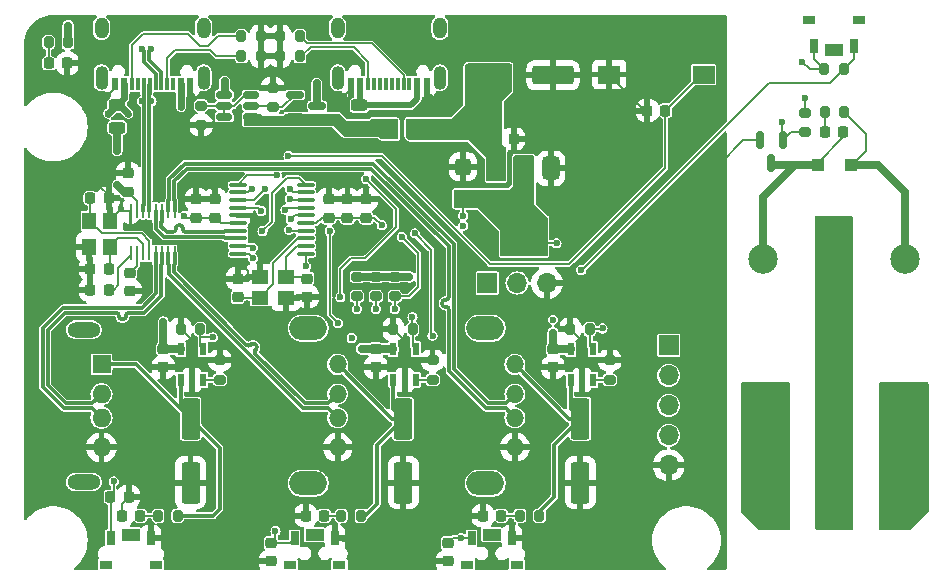
<source format=gtl>
G04 #@! TF.GenerationSoftware,KiCad,Pcbnew,8.0.2*
G04 #@! TF.CreationDate,2024-05-30T21:41:25+08:00*
G04 #@! TF.ProjectId,pppc_usb_hub,70707063-5f75-4736-925f-6875622e6b69,rev?*
G04 #@! TF.SameCoordinates,Original*
G04 #@! TF.FileFunction,Copper,L1,Top*
G04 #@! TF.FilePolarity,Positive*
%FSLAX46Y46*%
G04 Gerber Fmt 4.6, Leading zero omitted, Abs format (unit mm)*
G04 Created by KiCad (PCBNEW 8.0.2) date 2024-05-30 21:41:25*
%MOMM*%
%LPD*%
G01*
G04 APERTURE LIST*
G04 Aperture macros list*
%AMRoundRect*
0 Rectangle with rounded corners*
0 $1 Rounding radius*
0 $2 $3 $4 $5 $6 $7 $8 $9 X,Y pos of 4 corners*
0 Add a 4 corners polygon primitive as box body*
4,1,4,$2,$3,$4,$5,$6,$7,$8,$9,$2,$3,0*
0 Add four circle primitives for the rounded corners*
1,1,$1+$1,$2,$3*
1,1,$1+$1,$4,$5*
1,1,$1+$1,$6,$7*
1,1,$1+$1,$8,$9*
0 Add four rect primitives between the rounded corners*
20,1,$1+$1,$2,$3,$4,$5,0*
20,1,$1+$1,$4,$5,$6,$7,0*
20,1,$1+$1,$6,$7,$8,$9,0*
20,1,$1+$1,$8,$9,$2,$3,0*%
G04 Aperture macros list end*
G04 #@! TA.AperFunction,SMDPad,CuDef*
%ADD10R,1.100000X0.700000*%
G04 #@! TD*
G04 #@! TA.AperFunction,SMDPad,CuDef*
%ADD11R,1.500000X1.000000*%
G04 #@! TD*
G04 #@! TA.AperFunction,SMDPad,CuDef*
%ADD12R,0.700000X1.200000*%
G04 #@! TD*
G04 #@! TA.AperFunction,SMDPad,CuDef*
%ADD13RoundRect,0.200000X0.200000X0.275000X-0.200000X0.275000X-0.200000X-0.275000X0.200000X-0.275000X0*%
G04 #@! TD*
G04 #@! TA.AperFunction,SMDPad,CuDef*
%ADD14R,0.250000X1.200000*%
G04 #@! TD*
G04 #@! TA.AperFunction,SMDPad,CuDef*
%ADD15RoundRect,0.225000X0.250000X-0.225000X0.250000X0.225000X-0.250000X0.225000X-0.250000X-0.225000X0*%
G04 #@! TD*
G04 #@! TA.AperFunction,SMDPad,CuDef*
%ADD16R,0.600000X1.100000*%
G04 #@! TD*
G04 #@! TA.AperFunction,SMDPad,CuDef*
%ADD17RoundRect,0.250000X0.300000X0.300000X-0.300000X0.300000X-0.300000X-0.300000X0.300000X-0.300000X0*%
G04 #@! TD*
G04 #@! TA.AperFunction,SMDPad,CuDef*
%ADD18RoundRect,0.225000X0.225000X0.250000X-0.225000X0.250000X-0.225000X-0.250000X0.225000X-0.250000X0*%
G04 #@! TD*
G04 #@! TA.AperFunction,SMDPad,CuDef*
%ADD19RoundRect,0.200000X0.275000X-0.200000X0.275000X0.200000X-0.275000X0.200000X-0.275000X-0.200000X0*%
G04 #@! TD*
G04 #@! TA.AperFunction,SMDPad,CuDef*
%ADD20RoundRect,0.200000X-0.275000X0.200000X-0.275000X-0.200000X0.275000X-0.200000X0.275000X0.200000X0*%
G04 #@! TD*
G04 #@! TA.AperFunction,SMDPad,CuDef*
%ADD21R,0.550000X1.100000*%
G04 #@! TD*
G04 #@! TA.AperFunction,SMDPad,CuDef*
%ADD22R,0.300000X1.100000*%
G04 #@! TD*
G04 #@! TA.AperFunction,ComponentPad*
%ADD23O,1.100000X2.000000*%
G04 #@! TD*
G04 #@! TA.AperFunction,ComponentPad*
%ADD24O,1.200000X1.800000*%
G04 #@! TD*
G04 #@! TA.AperFunction,SMDPad,CuDef*
%ADD25RoundRect,0.218750X-0.218750X-0.256250X0.218750X-0.256250X0.218750X0.256250X-0.218750X0.256250X0*%
G04 #@! TD*
G04 #@! TA.AperFunction,SMDPad,CuDef*
%ADD26RoundRect,0.225000X-0.250000X0.225000X-0.250000X-0.225000X0.250000X-0.225000X0.250000X0.225000X0*%
G04 #@! TD*
G04 #@! TA.AperFunction,ComponentPad*
%ADD27R,1.600000X1.600000*%
G04 #@! TD*
G04 #@! TA.AperFunction,ComponentPad*
%ADD28O,1.600000X1.600000*%
G04 #@! TD*
G04 #@! TA.AperFunction,ComponentPad*
%ADD29O,2.800000X1.300000*%
G04 #@! TD*
G04 #@! TA.AperFunction,SMDPad,CuDef*
%ADD30RoundRect,0.200000X-0.200000X-0.275000X0.200000X-0.275000X0.200000X0.275000X-0.200000X0.275000X0*%
G04 #@! TD*
G04 #@! TA.AperFunction,SMDPad,CuDef*
%ADD31R,1.200000X1.400000*%
G04 #@! TD*
G04 #@! TA.AperFunction,SMDPad,CuDef*
%ADD32RoundRect,0.150000X-0.150000X0.587500X-0.150000X-0.587500X0.150000X-0.587500X0.150000X0.587500X0*%
G04 #@! TD*
G04 #@! TA.AperFunction,SMDPad,CuDef*
%ADD33RoundRect,0.225000X-0.225000X-0.250000X0.225000X-0.250000X0.225000X0.250000X-0.225000X0.250000X0*%
G04 #@! TD*
G04 #@! TA.AperFunction,SMDPad,CuDef*
%ADD34RoundRect,0.150000X-0.512500X-0.150000X0.512500X-0.150000X0.512500X0.150000X-0.512500X0.150000X0*%
G04 #@! TD*
G04 #@! TA.AperFunction,ComponentPad*
%ADD35R,1.700000X1.700000*%
G04 #@! TD*
G04 #@! TA.AperFunction,ComponentPad*
%ADD36O,1.700000X1.700000*%
G04 #@! TD*
G04 #@! TA.AperFunction,SMDPad,CuDef*
%ADD37RoundRect,0.375000X-0.375000X0.625000X-0.375000X-0.625000X0.375000X-0.625000X0.375000X0.625000X0*%
G04 #@! TD*
G04 #@! TA.AperFunction,SMDPad,CuDef*
%ADD38RoundRect,0.500000X-1.400000X0.500000X-1.400000X-0.500000X1.400000X-0.500000X1.400000X0.500000X0*%
G04 #@! TD*
G04 #@! TA.AperFunction,SMDPad,CuDef*
%ADD39R,1.900000X1.500000*%
G04 #@! TD*
G04 #@! TA.AperFunction,ComponentPad*
%ADD40C,2.500000*%
G04 #@! TD*
G04 #@! TA.AperFunction,ComponentPad*
%ADD41C,3.000000*%
G04 #@! TD*
G04 #@! TA.AperFunction,ComponentPad*
%ADD42O,1.524000X1.524000*%
G04 #@! TD*
G04 #@! TA.AperFunction,ComponentPad*
%ADD43O,3.200000X2.000000*%
G04 #@! TD*
G04 #@! TA.AperFunction,SMDPad,CuDef*
%ADD44RoundRect,0.250000X-1.500000X-0.550000X1.500000X-0.550000X1.500000X0.550000X-1.500000X0.550000X0*%
G04 #@! TD*
G04 #@! TA.AperFunction,SMDPad,CuDef*
%ADD45RoundRect,0.150000X-0.587500X-0.150000X0.587500X-0.150000X0.587500X0.150000X-0.587500X0.150000X0*%
G04 #@! TD*
G04 #@! TA.AperFunction,SMDPad,CuDef*
%ADD46RoundRect,0.100000X0.637500X0.100000X-0.637500X0.100000X-0.637500X-0.100000X0.637500X-0.100000X0*%
G04 #@! TD*
G04 #@! TA.AperFunction,SMDPad,CuDef*
%ADD47RoundRect,0.250000X-0.550000X1.500000X-0.550000X-1.500000X0.550000X-1.500000X0.550000X1.500000X0*%
G04 #@! TD*
G04 #@! TA.AperFunction,ComponentPad*
%ADD48O,2.400000X2.400000*%
G04 #@! TD*
G04 #@! TA.AperFunction,SMDPad,CuDef*
%ADD49RoundRect,0.218750X0.218750X0.256250X-0.218750X0.256250X-0.218750X-0.256250X0.218750X-0.256250X0*%
G04 #@! TD*
G04 #@! TA.AperFunction,SMDPad,CuDef*
%ADD50R,1.400000X1.200000*%
G04 #@! TD*
G04 #@! TA.AperFunction,SMDPad,CuDef*
%ADD51RoundRect,0.250000X0.425000X-0.450000X0.425000X0.450000X-0.425000X0.450000X-0.425000X-0.450000X0*%
G04 #@! TD*
G04 #@! TA.AperFunction,SMDPad,CuDef*
%ADD52RoundRect,0.243750X-0.456250X0.243750X-0.456250X-0.243750X0.456250X-0.243750X0.456250X0.243750X0*%
G04 #@! TD*
G04 #@! TA.AperFunction,SMDPad,CuDef*
%ADD53RoundRect,0.250000X-0.250000X-0.475000X0.250000X-0.475000X0.250000X0.475000X-0.250000X0.475000X0*%
G04 #@! TD*
G04 #@! TA.AperFunction,ViaPad*
%ADD54C,0.600000*%
G04 #@! TD*
G04 #@! TA.AperFunction,Conductor*
%ADD55C,0.200000*%
G04 #@! TD*
G04 #@! TA.AperFunction,Conductor*
%ADD56C,0.700000*%
G04 #@! TD*
G04 #@! TA.AperFunction,Conductor*
%ADD57C,0.600000*%
G04 #@! TD*
G04 #@! TA.AperFunction,Conductor*
%ADD58C,0.350000*%
G04 #@! TD*
G04 #@! TA.AperFunction,Conductor*
%ADD59C,0.500000*%
G04 #@! TD*
G04 #@! TA.AperFunction,Conductor*
%ADD60C,0.305000*%
G04 #@! TD*
G04 APERTURE END LIST*
D10*
X175699900Y-81913500D03*
X179900100Y-81913500D03*
D11*
X177800000Y-84463500D03*
D12*
X176100000Y-84163500D03*
X179500000Y-84163500D03*
D13*
X137725000Y-123900000D03*
X136075000Y-123900000D03*
D14*
X121955000Y-98099900D03*
X121424900Y-98099900D03*
X120895000Y-98099900D03*
X120364900Y-98099900D03*
X119835100Y-98099900D03*
X119305000Y-98099900D03*
X118774900Y-98099900D03*
X118245000Y-98099900D03*
X118245000Y-101700100D03*
X118774900Y-101700100D03*
X119305000Y-101700100D03*
X119835100Y-101700100D03*
X120364900Y-101700100D03*
X120895000Y-101700100D03*
X121424900Y-101700100D03*
X121955000Y-101700100D03*
D15*
X138200000Y-98675000D03*
X138200000Y-97125000D03*
D13*
X132574000Y-83300000D03*
X130924000Y-83300000D03*
D16*
X140488000Y-112399900D03*
X141438000Y-112399900D03*
X142388000Y-112399900D03*
X142388000Y-109799700D03*
X140488000Y-109799700D03*
D13*
X152850000Y-123900000D03*
X151200000Y-123900000D03*
D15*
X136600000Y-98675000D03*
X136600000Y-97125000D03*
D17*
X179197500Y-94200000D03*
X176397500Y-94200000D03*
D18*
X163525000Y-89600000D03*
X161975000Y-89600000D03*
D19*
X125800000Y-112399900D03*
X125800000Y-110749900D03*
D20*
X140600000Y-103675000D03*
X140600000Y-105325000D03*
D13*
X124135500Y-108100000D03*
X122485500Y-108100000D03*
D18*
X116375000Y-104800000D03*
X114825000Y-104800000D03*
D21*
X123299000Y-87363500D03*
X122498900Y-87363500D03*
D22*
X121848900Y-87363500D03*
X121348800Y-87363500D03*
X120848900Y-87363500D03*
X120349100Y-87363500D03*
X119848900Y-87363500D03*
X119349100Y-87363500D03*
X118848900Y-87363500D03*
X118348800Y-87363500D03*
D21*
X117698800Y-87363500D03*
X116899000Y-87363500D03*
D23*
X124424000Y-86813600D03*
D24*
X124424000Y-82613500D03*
D23*
X115774000Y-86813600D03*
D24*
X115774000Y-82613500D03*
D13*
X132574000Y-85000000D03*
X130924000Y-85000000D03*
D16*
X122474500Y-112399900D03*
X123424500Y-112399900D03*
X124374500Y-112399900D03*
X124374500Y-109799700D03*
X122474500Y-109799700D03*
D12*
X116549900Y-125800000D03*
X119949900Y-125800000D03*
D11*
X118249900Y-125500000D03*
D10*
X116149800Y-128050000D03*
X120350000Y-128050000D03*
D25*
X117482400Y-123900000D03*
X119057400Y-123900000D03*
D20*
X124200000Y-89175000D03*
X124200000Y-90825000D03*
D26*
X154000000Y-109799700D03*
X154000000Y-111349700D03*
D16*
X155488000Y-112399900D03*
X156438000Y-112399900D03*
X157388000Y-112399900D03*
X157388000Y-109799700D03*
X155488000Y-109799700D03*
D27*
X115774000Y-111099900D03*
D28*
X115774000Y-113600000D03*
X115774000Y-115600000D03*
X115774000Y-118099900D03*
D29*
X114273800Y-108150000D03*
X114273800Y-121049800D03*
D12*
X132124000Y-125800000D03*
X135524000Y-125800000D03*
D11*
X133824000Y-125500000D03*
D10*
X131723900Y-128050000D03*
X135924100Y-128050000D03*
D30*
X127624000Y-83300000D03*
X129274000Y-83300000D03*
D31*
X114732784Y-98926800D03*
X114732784Y-101127000D03*
X116482784Y-101127000D03*
X116482784Y-98926800D03*
D20*
X139000000Y-103675000D03*
X139000000Y-105325000D03*
D32*
X173450000Y-92125000D03*
X171550000Y-92125000D03*
X172500000Y-94000000D03*
D13*
X112937500Y-83800000D03*
X111287500Y-83800000D03*
D19*
X175300000Y-91425000D03*
X175300000Y-89775000D03*
D33*
X149125000Y-92000000D03*
X150675000Y-92000000D03*
D13*
X122225000Y-123900000D03*
X120575000Y-123900000D03*
D19*
X143800000Y-112399900D03*
X143800000Y-110749900D03*
D34*
X126162500Y-88250000D03*
X126162500Y-89200000D03*
X126162500Y-90150000D03*
X128437500Y-90150000D03*
X128437500Y-89200000D03*
X128437500Y-88250000D03*
D18*
X116375000Y-103000000D03*
X114825000Y-103000000D03*
D26*
X145100000Y-126225000D03*
X145100000Y-127775000D03*
D35*
X163800000Y-109480000D03*
D36*
X163800000Y-112020000D03*
X163800000Y-114560000D03*
X163800000Y-117100000D03*
X163800000Y-119640000D03*
D37*
X153800000Y-94500000D03*
X151500000Y-94500000D03*
D38*
X151500000Y-100800000D03*
D37*
X149200000Y-94500000D03*
D39*
X166750000Y-86550000D03*
X158750000Y-86550000D03*
D40*
X183770000Y-102150000D03*
D41*
X183820000Y-114400000D03*
X171770000Y-114350000D03*
D40*
X171770000Y-102150000D03*
D41*
X177820000Y-100200000D03*
D42*
X135774000Y-111099800D03*
X135774000Y-113599100D03*
X135774000Y-115600700D03*
X135774000Y-118100000D03*
D43*
X133273800Y-108029900D03*
X133273800Y-121169900D03*
D44*
X148600000Y-86600000D03*
X154000000Y-86600000D03*
D45*
X132162500Y-88250000D03*
X132162500Y-90150000D03*
X134037500Y-89200000D03*
D26*
X121000000Y-109799700D03*
X121000000Y-111349700D03*
X130100000Y-126225000D03*
X130100000Y-127775000D03*
D15*
X127300000Y-105375000D03*
X127300000Y-103825000D03*
D25*
X133056500Y-123900000D03*
X134631500Y-123900000D03*
D26*
X133200000Y-103825000D03*
X133200000Y-105375000D03*
D46*
X133062500Y-101725000D03*
X133062500Y-101075000D03*
X133062500Y-100425000D03*
X133062500Y-99775000D03*
X133062500Y-99125000D03*
X133062500Y-98475000D03*
X133062500Y-97825000D03*
X133062500Y-97175000D03*
X133062500Y-96525000D03*
X133062500Y-95875000D03*
X127337500Y-95875000D03*
X127337500Y-96525000D03*
X127337500Y-97175000D03*
X127337500Y-97825000D03*
X127337500Y-98475000D03*
X127337500Y-99125000D03*
X127337500Y-99775000D03*
X127337500Y-100425000D03*
X127337500Y-101075000D03*
X127337500Y-101725000D03*
D26*
X139000000Y-109799700D03*
X139000000Y-111349700D03*
D47*
X156324000Y-115699900D03*
X156324000Y-121099900D03*
D48*
X172740000Y-123800000D03*
X177820000Y-123800000D03*
X182900000Y-123800000D03*
D33*
X114825000Y-97000000D03*
X116375000Y-97000000D03*
D13*
X142125000Y-108100000D03*
X140475000Y-108100000D03*
D42*
X150774000Y-111099800D03*
X150774000Y-113599100D03*
X150774000Y-115600700D03*
X150774000Y-118100000D03*
D43*
X148273800Y-108029900D03*
X148273800Y-121169900D03*
D13*
X157125000Y-108100000D03*
X155475000Y-108100000D03*
X178645000Y-89700000D03*
X176995000Y-89700000D03*
D49*
X112887500Y-85600000D03*
X111312500Y-85600000D03*
D15*
X125400000Y-98675000D03*
X125400000Y-97125000D03*
D12*
X147124000Y-125800000D03*
X150524000Y-125800000D03*
D11*
X148824000Y-125500000D03*
D10*
X146723900Y-128050000D03*
X150924100Y-128050000D03*
D50*
X131360700Y-103700000D03*
X129160500Y-103700000D03*
X129160500Y-105450000D03*
X131360700Y-105450000D03*
D51*
X146400000Y-97050000D03*
X146400000Y-94350000D03*
D19*
X130265000Y-89325000D03*
X130265000Y-87675000D03*
D30*
X127624000Y-85000000D03*
X129274000Y-85000000D03*
D47*
X123310500Y-115699900D03*
X123310500Y-121099900D03*
D49*
X178587500Y-91400000D03*
X177012500Y-91400000D03*
D25*
X148056500Y-123900000D03*
X149631500Y-123900000D03*
D21*
X143299000Y-87363500D03*
X142498900Y-87363500D03*
D22*
X141848900Y-87363500D03*
X141348800Y-87363500D03*
X140848900Y-87363500D03*
X140349100Y-87363500D03*
X139848900Y-87363500D03*
X139349100Y-87363500D03*
X138848900Y-87363500D03*
X138348800Y-87363500D03*
D21*
X137698800Y-87363500D03*
X136899000Y-87363500D03*
D23*
X144424000Y-86813600D03*
D24*
X144424000Y-82613500D03*
D23*
X135774000Y-86813600D03*
D24*
X135774000Y-82613500D03*
D52*
X117100000Y-89162500D03*
X117100000Y-91037500D03*
D53*
X140250000Y-91037500D03*
X142150000Y-91037500D03*
D13*
X178625000Y-86100000D03*
X176975000Y-86100000D03*
D26*
X118200000Y-103325000D03*
X118200000Y-104875000D03*
D15*
X135000000Y-98675000D03*
X135000000Y-97125000D03*
D36*
X153500000Y-104200000D03*
X150960000Y-104200000D03*
D35*
X148420000Y-104200000D03*
D19*
X158800000Y-112399900D03*
X158800000Y-110749900D03*
D33*
X116525000Y-122300000D03*
X118075000Y-122300000D03*
D15*
X123800000Y-98675000D03*
X123800000Y-97125000D03*
D47*
X141324000Y-115699900D03*
X141324000Y-121099900D03*
D20*
X137400000Y-103675000D03*
X137400000Y-105325000D03*
D52*
X137600000Y-89162500D03*
X137600000Y-91037500D03*
D15*
X118000000Y-96475000D03*
X118000000Y-94925000D03*
D54*
X156450000Y-96050000D03*
X165150000Y-92100000D03*
X161200000Y-100100000D03*
X167600000Y-106450000D03*
X165250000Y-104400000D03*
X160550000Y-94200000D03*
X155150000Y-125550000D03*
X157300000Y-126450000D03*
X159200000Y-123600000D03*
X158700000Y-118150000D03*
X161150000Y-117300000D03*
X160950000Y-113500000D03*
X160650000Y-108150000D03*
X157700000Y-104300000D03*
X142750000Y-105600000D03*
X132950000Y-110800000D03*
X148400000Y-111550000D03*
X147700000Y-116900000D03*
X143950000Y-119200000D03*
X143350000Y-117350000D03*
X141400000Y-126850000D03*
X143200000Y-124350000D03*
X139300000Y-125500000D03*
X139100000Y-127500000D03*
X121750000Y-118250000D03*
X127550000Y-126150000D03*
X122950000Y-127500000D03*
X125250000Y-126350000D03*
X128300000Y-123800000D03*
X129000000Y-118050000D03*
X128750000Y-113500000D03*
X129250000Y-107850000D03*
X126050000Y-105550000D03*
X119350000Y-108750000D03*
X117500000Y-109100000D03*
X117650000Y-114450000D03*
X112500000Y-116750000D03*
X110500000Y-118650000D03*
X110400000Y-115500000D03*
X113300000Y-112200000D03*
X113100000Y-110550000D03*
X111250000Y-103800000D03*
X111250000Y-99450000D03*
X158000000Y-97350000D03*
X143800000Y-94600000D03*
X141800000Y-94000000D03*
X133900000Y-91900000D03*
X129050000Y-92050000D03*
X126450000Y-93100000D03*
X120850000Y-94100000D03*
X124350000Y-92350000D03*
X121300000Y-92550000D03*
X118450000Y-93050000D03*
X110850000Y-95400000D03*
X114450000Y-84250000D03*
X110450000Y-87250000D03*
X134500000Y-85500000D03*
X134000000Y-82350000D03*
X122100000Y-82200000D03*
X117800000Y-82300000D03*
X117050000Y-84600000D03*
X142000000Y-83200000D03*
X138250000Y-82600000D03*
X151650000Y-84000000D03*
X156550000Y-82600000D03*
X147450000Y-82550000D03*
X166200000Y-89500000D03*
X157400000Y-89450000D03*
X158500000Y-83100000D03*
X166350000Y-83350000D03*
X158750000Y-95350000D03*
X167150000Y-112600000D03*
X167200000Y-116500000D03*
X167400000Y-119650000D03*
X167050000Y-122400000D03*
X164150000Y-122450000D03*
X161950000Y-123350000D03*
X161200000Y-125500000D03*
X161850000Y-127800000D03*
X114800000Y-127900000D03*
X114850000Y-123300000D03*
X112800000Y-122250000D03*
X110350000Y-122200000D03*
X119500000Y-104650000D03*
X136950000Y-108850000D03*
X137800000Y-109750000D03*
X154300000Y-100850000D03*
X116350000Y-89850000D03*
X118050000Y-89850000D03*
X112950000Y-82400000D03*
X117100000Y-95900000D03*
X131600000Y-93450000D03*
X175100000Y-85450000D03*
X183770000Y-96470000D03*
X147500000Y-91100000D03*
X145625000Y-91100000D03*
X143750000Y-91100000D03*
X141850000Y-103700000D03*
X146400000Y-99350000D03*
X146400000Y-98500000D03*
X156400000Y-103100000D03*
X136300000Y-88400000D03*
X143600000Y-88450000D03*
X128850000Y-127750000D03*
X136400000Y-125850000D03*
X127800000Y-102850000D03*
X154050000Y-88300000D03*
X121050000Y-125550000D03*
X142800000Y-121100000D03*
X156400000Y-111200000D03*
X124800000Y-95900000D03*
X157750000Y-121150000D03*
X116350000Y-88250000D03*
X141500000Y-111100000D03*
X117400000Y-97900000D03*
X123800000Y-95900000D03*
X134300000Y-105400000D03*
X132000000Y-123950000D03*
X155350000Y-94600000D03*
X118050000Y-94000000D03*
X122500000Y-106800000D03*
X123450000Y-88350000D03*
X113600000Y-104750000D03*
X121750000Y-121100000D03*
X168100000Y-94150000D03*
X147050000Y-123900000D03*
X113600000Y-103000000D03*
X118100000Y-121050000D03*
X175300000Y-88500000D03*
X115550000Y-95950000D03*
X123400000Y-111200000D03*
X128600000Y-98800000D03*
X151700000Y-125850000D03*
X113300000Y-101100000D03*
X154000000Y-107299900D03*
X121000000Y-108599900D03*
X121000000Y-107499900D03*
X154000000Y-108399900D03*
X129300000Y-98100000D03*
X116800000Y-121000000D03*
X135100000Y-99800000D03*
X131800000Y-98800000D03*
X130500000Y-125200000D03*
X135800000Y-107600000D03*
X143800000Y-108650000D03*
X131350000Y-98000000D03*
X142300000Y-100000000D03*
X146200000Y-125800000D03*
X139500000Y-99300000D03*
X122800000Y-98500000D03*
X131650000Y-99700000D03*
X134000000Y-87300000D03*
X134000000Y-88200000D03*
X117100000Y-93000000D03*
X126200000Y-87100000D03*
X117100000Y-92200000D03*
X122500000Y-88450000D03*
X122500000Y-89300000D03*
X119199000Y-88800000D03*
X119199000Y-84400000D03*
X119999000Y-84400000D03*
X119999000Y-88800000D03*
X183820000Y-118519999D03*
X183820000Y-117059999D03*
X183820000Y-119979999D03*
X183820000Y-121439999D03*
X177800000Y-111586662D03*
X177800000Y-115266660D03*
X177800000Y-107906664D03*
X177800000Y-112813328D03*
X177800000Y-118946658D03*
X177800000Y-117719992D03*
X177800000Y-106679998D03*
X177800000Y-120173324D03*
X177800000Y-121400000D03*
X177800000Y-116493326D03*
X177800000Y-103000000D03*
X177800000Y-110359996D03*
X177800000Y-105453332D03*
X177800000Y-114039994D03*
X177800000Y-104226666D03*
X177800000Y-109133330D03*
X171770000Y-121429999D03*
X171770000Y-119959999D03*
X171770000Y-117019999D03*
X171770000Y-118489999D03*
X131700000Y-96200000D03*
X131700000Y-97100000D03*
X128600000Y-101200000D03*
X128600000Y-102100000D03*
X173400000Y-90600000D03*
X129650000Y-96250000D03*
X125200000Y-108800000D03*
X137400000Y-106400000D03*
X129400000Y-99800000D03*
X130600000Y-95095500D03*
X142100000Y-107100000D03*
X136000000Y-105400000D03*
X138200000Y-95400000D03*
X139000000Y-106400000D03*
X140600000Y-106400000D03*
X141200000Y-100300000D03*
X128500000Y-96200000D03*
X158200000Y-108050000D03*
X133100000Y-102800000D03*
D55*
X119275000Y-104875000D02*
X119500000Y-104650000D01*
X118200000Y-104875000D02*
X119275000Y-104875000D01*
D56*
X137849700Y-109799700D02*
X137800000Y-109750000D01*
X139000000Y-109799700D02*
X137849700Y-109799700D01*
D55*
X154250000Y-100800000D02*
X154300000Y-100850000D01*
X151500000Y-100800000D02*
X154250000Y-100800000D01*
D57*
X117037500Y-89162500D02*
X117100000Y-89162500D01*
X116350000Y-89850000D02*
X117037500Y-89162500D01*
D55*
X118050000Y-94000000D02*
X118050000Y-94875000D01*
X118050000Y-94875000D02*
X118000000Y-94925000D01*
D57*
X117362500Y-89162500D02*
X118050000Y-89850000D01*
X117100000Y-89162500D02*
X117362500Y-89162500D01*
D56*
X112937500Y-82412500D02*
X112950000Y-82400000D01*
X112937500Y-83800000D02*
X112937500Y-82412500D01*
X117675000Y-96475000D02*
X117100000Y-95900000D01*
X118000000Y-96475000D02*
X117675000Y-96475000D01*
D55*
X116375000Y-96775000D02*
X116375000Y-97000000D01*
X115550000Y-95950000D02*
X116375000Y-96775000D01*
X131350000Y-98000000D02*
X131525000Y-97825000D01*
X131525000Y-97825000D02*
X133062500Y-97825000D01*
X132125000Y-98475000D02*
X133062500Y-98475000D01*
X131800000Y-98800000D02*
X132125000Y-98475000D01*
X139550000Y-93450000D02*
X131600000Y-93450000D01*
X148700000Y-102600000D02*
X139550000Y-93450000D01*
X148700000Y-102600000D02*
X148650000Y-102600000D01*
X155350000Y-102600000D02*
X148700000Y-102600000D01*
X175750000Y-86100000D02*
X175100000Y-85450000D01*
X176975000Y-86100000D02*
X175750000Y-86100000D01*
X176975000Y-86100000D02*
X176100000Y-85225000D01*
X176100000Y-85225000D02*
X176100000Y-84163500D01*
X168100000Y-94150000D02*
X170125000Y-92125000D01*
X170125000Y-92125000D02*
X171550000Y-92125000D01*
X158200000Y-108050000D02*
X158150000Y-108100000D01*
X158150000Y-108100000D02*
X157125000Y-108100000D01*
D56*
X141825000Y-103675000D02*
X141850000Y-103700000D01*
X140600000Y-103675000D02*
X141825000Y-103675000D01*
D55*
X141775000Y-105325000D02*
X140600000Y-105325000D01*
X142600000Y-101700000D02*
X142600000Y-104500000D01*
X142600000Y-104500000D02*
X141775000Y-105325000D01*
X141200000Y-100300000D02*
X142600000Y-101700000D01*
D56*
X137400000Y-103675000D02*
X140600000Y-103675000D01*
D55*
X146400000Y-97050000D02*
X146400000Y-98500000D01*
X172250000Y-87300000D02*
X177425000Y-87300000D01*
X177425000Y-87300000D02*
X178625000Y-86100000D01*
X156400000Y-103100000D02*
X156450000Y-103100000D01*
X156450000Y-103100000D02*
X172250000Y-87300000D01*
X143700000Y-101400000D02*
X142300000Y-100000000D01*
X143700000Y-108550000D02*
X143700000Y-101400000D01*
X143800000Y-108650000D02*
X143700000Y-108550000D01*
X179500000Y-84163500D02*
X179500000Y-85225000D01*
X179500000Y-85225000D02*
X178625000Y-86100000D01*
X135524000Y-125800000D02*
X136350000Y-125800000D01*
X123400000Y-111200000D02*
X123400000Y-109014500D01*
X125400000Y-96500000D02*
X124800000Y-95900000D01*
X116899000Y-87363500D02*
X116899000Y-87701000D01*
X156400000Y-109025000D02*
X155475000Y-108100000D01*
X117482400Y-123900000D02*
X117482400Y-122892600D01*
X116482784Y-98817216D02*
X117400000Y-97900000D01*
X153800000Y-94500000D02*
X155250000Y-94500000D01*
X118245000Y-98099900D02*
X117599900Y-98099900D01*
X141500000Y-111100000D02*
X141500000Y-109125000D01*
X129160500Y-103700000D02*
X128150000Y-103700000D01*
X116482784Y-97107784D02*
X116375000Y-97000000D01*
X121750100Y-121099900D02*
X121750000Y-121100000D01*
X114825000Y-104800000D02*
X113650000Y-104800000D01*
X122485500Y-108100000D02*
X122485500Y-106814500D01*
X142799900Y-121099900D02*
X142800000Y-121100000D01*
X136899000Y-87801000D02*
X136300000Y-88400000D01*
X132050000Y-123900000D02*
X132000000Y-123950000D01*
X156324000Y-121099900D02*
X157699900Y-121099900D01*
X161975000Y-89600000D02*
X161800000Y-89600000D01*
X141438000Y-111162000D02*
X141500000Y-111100000D01*
X128875000Y-127775000D02*
X128850000Y-127750000D01*
X123400000Y-109014500D02*
X122485500Y-108100000D01*
X161800000Y-89600000D02*
X158750000Y-86550000D01*
X123299000Y-87363500D02*
X123299000Y-88199000D01*
X114825000Y-103000000D02*
X113600000Y-103000000D01*
X175300000Y-89775000D02*
X175300000Y-88500000D01*
X128150000Y-103700000D02*
X128150000Y-103200000D01*
X141324000Y-121099900D02*
X142799900Y-121099900D01*
X116482784Y-98926800D02*
X116482784Y-98817216D01*
X118075000Y-121075000D02*
X118100000Y-121050000D01*
X127425000Y-103700000D02*
X127300000Y-103825000D01*
X117599900Y-98099900D02*
X117400000Y-97900000D01*
X116899000Y-87701000D02*
X116350000Y-88250000D01*
X134275000Y-105375000D02*
X134300000Y-105400000D01*
X113650000Y-104800000D02*
X113600000Y-104750000D01*
X131360700Y-105450000D02*
X133125000Y-105450000D01*
X136350000Y-125800000D02*
X136400000Y-125850000D01*
X123424500Y-112399900D02*
X123424500Y-111224500D01*
X143299000Y-87363500D02*
X143299000Y-88149000D01*
X136899000Y-87363500D02*
X136899000Y-87801000D01*
X118075000Y-122300000D02*
X118075000Y-121075000D01*
X125400000Y-97125000D02*
X125400000Y-96500000D01*
X155250000Y-94500000D02*
X155350000Y-94600000D01*
X141438000Y-112399900D02*
X141438000Y-111162000D01*
X143299000Y-88149000D02*
X143600000Y-88450000D01*
X156438000Y-111238000D02*
X156400000Y-111200000D01*
X151650000Y-125800000D02*
X151700000Y-125850000D01*
X123299000Y-88199000D02*
X123450000Y-88350000D01*
X128600000Y-98800000D02*
X128275000Y-98475000D01*
X128275000Y-98475000D02*
X127337500Y-98475000D01*
X123800000Y-97125000D02*
X123800000Y-95900000D01*
X116482784Y-98926800D02*
X116482784Y-97107784D01*
X114732784Y-101127000D02*
X113327000Y-101127000D01*
X133125000Y-105450000D02*
X133200000Y-105375000D01*
X120800000Y-125800000D02*
X121050000Y-125550000D01*
X141500000Y-109125000D02*
X140475000Y-108100000D01*
X123424500Y-111224500D02*
X123400000Y-111200000D01*
X150524000Y-125800000D02*
X151650000Y-125800000D01*
X154000000Y-88250000D02*
X154050000Y-88300000D01*
X113327000Y-101127000D02*
X113300000Y-101100000D01*
X119949900Y-125800000D02*
X120800000Y-125800000D01*
X156400000Y-111200000D02*
X156400000Y-109025000D01*
X117482400Y-122892600D02*
X118075000Y-122300000D01*
X148056500Y-123900000D02*
X147050000Y-123900000D01*
X157699900Y-121099900D02*
X157750000Y-121150000D01*
X128150000Y-103700000D02*
X127425000Y-103700000D01*
X133056500Y-123900000D02*
X132050000Y-123900000D01*
X156438000Y-112399900D02*
X156438000Y-111238000D01*
X130100000Y-127775000D02*
X128875000Y-127775000D01*
X128150000Y-103200000D02*
X127800000Y-102850000D01*
X154000000Y-86600000D02*
X154000000Y-88250000D01*
X123310500Y-121099900D02*
X121750100Y-121099900D01*
X122485500Y-106814500D02*
X122500000Y-106800000D01*
X133200000Y-105375000D02*
X134275000Y-105375000D01*
D56*
X155488000Y-109799700D02*
X154000000Y-109799700D01*
X183770000Y-102150000D02*
X183770000Y-96470000D01*
X122474500Y-109799700D02*
X121000000Y-109799700D01*
X181500000Y-94200000D02*
X179197500Y-94200000D01*
D55*
X179300000Y-94200000D02*
X180500000Y-93000000D01*
X180500000Y-93000000D02*
X180500000Y-91555000D01*
D56*
X140488000Y-109799700D02*
X139000000Y-109799700D01*
X183770000Y-96470000D02*
X181500000Y-94200000D01*
D55*
X118774900Y-97249900D02*
X118774900Y-98099900D01*
X179197500Y-94200000D02*
X179300000Y-94200000D01*
D56*
X121000000Y-108599900D02*
X121000000Y-107499900D01*
D55*
X118000000Y-96475000D02*
X118774900Y-97249900D01*
X180500000Y-91555000D02*
X178645000Y-89700000D01*
D56*
X154000000Y-109799700D02*
X154000000Y-108399900D01*
X121000000Y-109799700D02*
X121000000Y-108599900D01*
D55*
X116800000Y-122025000D02*
X116525000Y-122300000D01*
X116800000Y-121000000D02*
X116800000Y-122025000D01*
X116549900Y-125800000D02*
X116549900Y-122324900D01*
X129300000Y-98100000D02*
X129025000Y-97825000D01*
X129025000Y-97825000D02*
X127337500Y-97825000D01*
X116549900Y-122324900D02*
X116525000Y-122300000D01*
X131699000Y-126225000D02*
X132124000Y-125800000D01*
X130500000Y-125200000D02*
X130500000Y-125825000D01*
X130500000Y-125825000D02*
X130100000Y-126225000D01*
X135100800Y-99800800D02*
X135100800Y-106900800D01*
X135100000Y-99800000D02*
X135100800Y-99800800D01*
X135100800Y-106900800D02*
X135800000Y-107600000D01*
X130100000Y-126225000D02*
X131699000Y-126225000D01*
X114825000Y-97000000D02*
X114825000Y-98834584D01*
X115805984Y-100000000D02*
X119200000Y-100000000D01*
X119835100Y-100635100D02*
X119835100Y-101700100D01*
X119200000Y-100000000D02*
X119835100Y-100635100D01*
X114825000Y-98834584D02*
X114732784Y-98926800D01*
X114732784Y-98926800D02*
X115805984Y-100000000D01*
X116482784Y-102892216D02*
X116375000Y-103000000D01*
X119305000Y-100905000D02*
X118800000Y-100400000D01*
X116482784Y-101127000D02*
X116482784Y-102892216D01*
X118800000Y-100400000D02*
X117209784Y-100400000D01*
X119305000Y-101700100D02*
X119305000Y-100905000D01*
X117209784Y-100400000D02*
X116482784Y-101127000D01*
X117200000Y-102900000D02*
X117200000Y-104400000D01*
X118245000Y-101855000D02*
X117200000Y-102900000D01*
X118245000Y-101700100D02*
X118245000Y-101855000D01*
X116800000Y-104800000D02*
X116375000Y-104800000D01*
X117200000Y-104400000D02*
X116800000Y-104800000D01*
X118774900Y-101700100D02*
X118774900Y-102750100D01*
X118774900Y-102750100D02*
X118200000Y-103325000D01*
X147124000Y-125800000D02*
X146200000Y-125800000D01*
X146200000Y-125800000D02*
X145525000Y-125800000D01*
X145525000Y-125800000D02*
X145100000Y-126225000D01*
D58*
X125800000Y-123300000D02*
X125800000Y-118189400D01*
X123310500Y-115699900D02*
X118710500Y-111099900D01*
X118710500Y-111099900D02*
X115774000Y-111099900D01*
X122474500Y-114863900D02*
X123310500Y-115699900D01*
X125200000Y-123900000D02*
X125800000Y-123300000D01*
X122474500Y-112399900D02*
X122474500Y-114863900D01*
X125800000Y-118189400D02*
X123310500Y-115699900D01*
X122225000Y-123900000D02*
X125200000Y-123900000D01*
X140374100Y-115699900D02*
X141324000Y-115699900D01*
X135774000Y-111099800D02*
X140374100Y-115699900D01*
X139100000Y-117923900D02*
X139100000Y-122900000D01*
X138100000Y-123900000D02*
X137725000Y-123900000D01*
X139100000Y-122900000D02*
X138100000Y-123900000D01*
X141324000Y-115699900D02*
X139100000Y-117923900D01*
X140488000Y-112399900D02*
X140488000Y-114863900D01*
X140488000Y-114863900D02*
X141324000Y-115699900D01*
X155488000Y-114863900D02*
X156324000Y-115699900D01*
X155374100Y-115699900D02*
X156324000Y-115699900D01*
X152850000Y-123900000D02*
X152850000Y-123550000D01*
X155488000Y-112399900D02*
X155488000Y-114863900D01*
X152850000Y-123550000D02*
X154100000Y-122300000D01*
X154100000Y-122300000D02*
X154100000Y-117923900D01*
X154100000Y-117923900D02*
X156324000Y-115699900D01*
X150774000Y-111099800D02*
X155374100Y-115699900D01*
D55*
X125850000Y-99125000D02*
X125400000Y-98675000D01*
X134425000Y-98675000D02*
X133975000Y-99125000D01*
X135000000Y-98675000D02*
X134425000Y-98675000D01*
X133975000Y-99125000D02*
X133062500Y-99125000D01*
X127337500Y-99125000D02*
X125850000Y-99125000D01*
X138200000Y-98675000D02*
X135000000Y-98675000D01*
X138200000Y-98675000D02*
X138875000Y-98675000D01*
X122975000Y-98675000D02*
X122800000Y-98500000D01*
X138875000Y-98675000D02*
X139500000Y-99300000D01*
X123800000Y-98675000D02*
X125400000Y-98675000D01*
X123800000Y-98675000D02*
X122975000Y-98675000D01*
X133062500Y-101075000D02*
X132325001Y-101075000D01*
X131360700Y-102039301D02*
X131360700Y-103700000D01*
X132325001Y-101075000D02*
X131360700Y-102039301D01*
X133075000Y-103700000D02*
X133200000Y-103825000D01*
X131360700Y-103700000D02*
X133075000Y-103700000D01*
X127375000Y-105450000D02*
X127300000Y-105375000D01*
X129160500Y-105450000D02*
X127375000Y-105450000D01*
X130300000Y-104310500D02*
X129160500Y-105450000D01*
X130300000Y-102500000D02*
X130300000Y-104310500D01*
X133062500Y-100425000D02*
X132375000Y-100425000D01*
X132375000Y-100425000D02*
X130300000Y-102500000D01*
X163525000Y-94425000D02*
X155500000Y-102450000D01*
X133062500Y-99775000D02*
X131725000Y-99775000D01*
X131725000Y-99775000D02*
X131650000Y-99700000D01*
X166700000Y-86600000D02*
X166525000Y-86600000D01*
X166750000Y-86550000D02*
X166700000Y-86600000D01*
X155500000Y-102450000D02*
X155350000Y-102600000D01*
X163525000Y-89600000D02*
X163525000Y-94425000D01*
X166525000Y-86600000D02*
X163525000Y-89600000D01*
X178587500Y-91400000D02*
X178587500Y-91812500D01*
X178587500Y-91812500D02*
X176397500Y-94002500D01*
D56*
X174500000Y-94200000D02*
X176397500Y-94200000D01*
X172700000Y-94200000D02*
X172500000Y-94000000D01*
X176397500Y-94200000D02*
X172700000Y-94200000D01*
D55*
X176397500Y-94002500D02*
X176397500Y-94200000D01*
D56*
X171770000Y-96930000D02*
X174500000Y-94200000D01*
X171770000Y-102150000D02*
X171770000Y-96930000D01*
D55*
X111287500Y-83800000D02*
X111287500Y-85575000D01*
X111287500Y-85575000D02*
X111312500Y-85600000D01*
X119057400Y-123900000D02*
X120575000Y-123900000D01*
X134631500Y-123900000D02*
X136075000Y-123900000D01*
X149631500Y-123900000D02*
X151200000Y-123900000D01*
X177012500Y-91400000D02*
X177012500Y-89717500D01*
X177012500Y-89717500D02*
X176995000Y-89700000D01*
D56*
X134000000Y-89162500D02*
X134037500Y-89200000D01*
X126200000Y-88212500D02*
X126162500Y-88250000D01*
X117100000Y-93000000D02*
X117100000Y-91037500D01*
X126200000Y-87100000D02*
X126200000Y-88212500D01*
X134000000Y-88200000D02*
X134000000Y-87300000D01*
X134000000Y-88200000D02*
X134000000Y-89162500D01*
D57*
X122498900Y-89298900D02*
X122500000Y-89300000D01*
X117698800Y-87363500D02*
X117698800Y-88563700D01*
X122498900Y-87363500D02*
X122498900Y-89298900D01*
X117698800Y-88563700D02*
X117100000Y-89162500D01*
D59*
X142500000Y-88600000D02*
X141937500Y-89162500D01*
X142500000Y-88002200D02*
X142500000Y-88600000D01*
X137698800Y-87363500D02*
X137698800Y-89063700D01*
X137698800Y-89063700D02*
X137600000Y-89162500D01*
X142498900Y-87363500D02*
X142498900Y-88001100D01*
X142498900Y-88001100D02*
X142500000Y-88002200D01*
X141937500Y-89162500D02*
X137600000Y-89162500D01*
D60*
X119382999Y-85488471D02*
X119382999Y-84583999D01*
X119349100Y-87363500D02*
X119349100Y-88188501D01*
X119349100Y-87363500D02*
X119382999Y-87397399D01*
X119383000Y-97000000D02*
X119354050Y-97028950D01*
X119382999Y-87397399D02*
X119382999Y-88616001D01*
X119354050Y-97028950D02*
X119354050Y-97575850D01*
X120383000Y-86504599D02*
X120383000Y-86488472D01*
X119349100Y-88188501D02*
X119383000Y-88222401D01*
X120349100Y-87363500D02*
X120349100Y-86538499D01*
X119382999Y-84583999D02*
X119199000Y-84400000D01*
X120349100Y-86538499D02*
X120383000Y-86504599D01*
X119383000Y-88222401D02*
X119383000Y-97000000D01*
X119305000Y-97624900D02*
X119305000Y-98099900D01*
X119354050Y-97575850D02*
X119305000Y-97624900D01*
X120383000Y-86488472D02*
X119382999Y-85488471D01*
X119382999Y-88616001D02*
X119199000Y-88800000D01*
X119848900Y-88188501D02*
X119815000Y-88222401D01*
X120815000Y-86504599D02*
X120815000Y-86309528D01*
X119786050Y-97194268D02*
X119786050Y-97575850D01*
X119835100Y-97624900D02*
X119835100Y-98099900D01*
X119815001Y-87397399D02*
X119815001Y-88616001D01*
X119815001Y-84583999D02*
X119999000Y-84400000D01*
X119848900Y-87363500D02*
X119848900Y-88188501D01*
X119815000Y-97165318D02*
X119786050Y-97194268D01*
X119815001Y-88616001D02*
X119999000Y-88800000D01*
X119815001Y-85309529D02*
X119815001Y-84583999D01*
X119848900Y-87363500D02*
X119815001Y-87397399D01*
X119815000Y-88222401D02*
X119815000Y-97165318D01*
X120815000Y-86309528D02*
X119815001Y-85309529D01*
X120848900Y-86538499D02*
X120815000Y-86504599D01*
X120848900Y-87363500D02*
X120848900Y-86538499D01*
X119786050Y-97575850D02*
X119835100Y-97624900D01*
D55*
X125000000Y-84500000D02*
X122000000Y-84500000D01*
X121348800Y-85151200D02*
X121348800Y-87363500D01*
X125500000Y-85000000D02*
X125000000Y-84500000D01*
X122000000Y-84500000D02*
X121348800Y-85151200D01*
X127624000Y-85000000D02*
X125500000Y-85000000D01*
X123100000Y-83100000D02*
X119300000Y-83100000D01*
X118348800Y-84051200D02*
X118348800Y-87363500D01*
X125600000Y-83300000D02*
X124800000Y-84100000D01*
X124100000Y-84100000D02*
X123100000Y-83100000D01*
X119300000Y-83100000D02*
X118348800Y-84051200D01*
X124800000Y-84100000D02*
X124100000Y-84100000D01*
X127624000Y-83300000D02*
X125600000Y-83300000D01*
X133174000Y-83900000D02*
X132574000Y-83300000D01*
X141348800Y-87363500D02*
X141348800Y-86613500D01*
X141348800Y-86613500D02*
X138635300Y-83900000D01*
X138635300Y-83900000D02*
X133174000Y-83900000D01*
X132700000Y-85000000D02*
X133473000Y-84227000D01*
X138348800Y-85448800D02*
X138348800Y-87363500D01*
X137127000Y-84227000D02*
X138348800Y-85448800D01*
X132574000Y-85000000D02*
X132700000Y-85000000D01*
X133473000Y-84227000D02*
X137127000Y-84227000D01*
D60*
X120364900Y-102600101D02*
X120413950Y-102649151D01*
X112510528Y-106284000D02*
X110784000Y-108010528D01*
X119210528Y-106284000D02*
X112510528Y-106284000D01*
X120413950Y-105080578D02*
X119210528Y-106284000D01*
X120364900Y-101700100D02*
X120364900Y-102600101D01*
X112610529Y-114816001D02*
X114990001Y-114816001D01*
X114990001Y-114816001D02*
X115774000Y-115600000D01*
X120413950Y-102649151D02*
X120413950Y-105080578D01*
X110784000Y-112989472D02*
X112610529Y-114816001D01*
X110784000Y-108010528D02*
X110784000Y-112989472D01*
X117249472Y-107039948D02*
X117249472Y-106956000D01*
X117609472Y-107279948D02*
X117489472Y-107279948D01*
X117009472Y-106716000D02*
X116889472Y-106716000D01*
X115066104Y-106716000D02*
X112689472Y-106716000D01*
X111216000Y-112810528D02*
X112789471Y-114383999D01*
X117849472Y-106956000D02*
X117849472Y-107039948D01*
X120895000Y-101700100D02*
X120895000Y-102600101D01*
X112789471Y-114383999D02*
X114990001Y-114383999D01*
X112689472Y-106716000D02*
X111216000Y-108189472D01*
X120895000Y-102600101D02*
X120845950Y-102649151D01*
X120845950Y-102649151D02*
X120845950Y-105259522D01*
X119389472Y-106716000D02*
X118089472Y-106716000D01*
X114990001Y-114383999D02*
X115774000Y-113600000D01*
X111216000Y-108189472D02*
X111216000Y-112810528D01*
X116889472Y-106716000D02*
X115066104Y-106716000D01*
X120845950Y-105259522D02*
X119389472Y-106716000D01*
X117489472Y-107279948D02*
G75*
G02*
X117249452Y-107039948I28J240048D01*
G01*
X118089472Y-106716000D02*
G75*
G03*
X117849500Y-106956000I28J-240000D01*
G01*
X117249472Y-106956000D02*
G75*
G03*
X117009472Y-106716028I-239972J0D01*
G01*
X117849472Y-107039948D02*
G75*
G02*
X117609472Y-107279872I-239972J48D01*
G01*
X133800101Y-114383899D02*
X133800000Y-114384000D01*
X127957752Y-109352280D02*
X127255679Y-108650207D01*
X128042604Y-109437132D02*
X127957752Y-109352280D01*
X135774000Y-113599100D02*
X134989201Y-114383899D01*
X127255679Y-108650207D02*
X121905950Y-103300478D01*
X128441356Y-109377792D02*
X128382015Y-109437132D01*
X132989472Y-114384000D02*
X128806281Y-110200809D01*
X134989201Y-114383899D02*
X133800101Y-114383899D01*
X133800000Y-114384000D02*
X132989472Y-114384000D01*
X121905950Y-102649151D02*
X121955000Y-102600101D01*
X128865621Y-109462645D02*
X128780768Y-109377792D01*
X121905950Y-103300478D02*
X121905950Y-102649151D01*
X128806281Y-109861397D02*
X128865621Y-109802056D01*
X121955000Y-102600101D02*
X121955000Y-101700100D01*
X128865621Y-109802056D02*
G75*
G03*
X128865572Y-109462695I-169721J169656D01*
G01*
X128382015Y-109437132D02*
G75*
G02*
X128042605Y-109437132I-169705J169703D01*
G01*
X128806281Y-110200809D02*
G75*
G02*
X128806278Y-109861394I169719J169709D01*
G01*
X128780768Y-109377792D02*
G75*
G03*
X128441356Y-109377792I-169706J-169704D01*
G01*
X132810528Y-114816000D02*
X133800000Y-114816000D01*
X121424900Y-102600101D02*
X121473950Y-102649151D01*
X133800099Y-114815901D02*
X134989201Y-114815901D01*
X121473950Y-103479422D02*
X132810528Y-114816000D01*
X121424900Y-101700100D02*
X121424900Y-102600101D01*
X133800000Y-114816000D02*
X133800099Y-114815901D01*
X134989201Y-114815901D02*
X135774000Y-115600700D01*
X121473950Y-102649151D02*
X121473950Y-103479422D01*
X145616000Y-111510528D02*
X148489371Y-114383899D01*
X122810528Y-94084000D02*
X138789472Y-94084000D01*
X138789472Y-94084000D02*
X145616000Y-100910528D01*
X145616000Y-100910528D02*
X145616000Y-111510528D01*
X121424900Y-97199899D02*
X121473950Y-97150849D01*
X121473950Y-95420578D02*
X122810528Y-94084000D01*
X121473950Y-97150849D02*
X121473950Y-95420578D01*
X148489371Y-114383899D02*
X149989201Y-114383899D01*
X149989201Y-114383899D02*
X150774000Y-113599100D01*
X121424900Y-98099900D02*
X121424900Y-97199899D01*
X145184000Y-104719731D02*
X145184000Y-101089472D01*
X145184000Y-105372963D02*
X145184000Y-105252963D01*
X144944000Y-106212963D02*
X144860042Y-106212963D01*
X145184000Y-101089472D02*
X138610528Y-94516000D01*
X138610528Y-94516000D02*
X122989472Y-94516000D01*
X121905950Y-95599522D02*
X121905950Y-97150849D01*
X150774000Y-115600700D02*
X149989201Y-114815901D01*
X149989201Y-114815901D02*
X148310429Y-114815901D01*
X144620042Y-105972963D02*
X144620042Y-105852963D01*
X121905950Y-97150849D02*
X121955000Y-97199899D01*
X145184000Y-111689472D02*
X145184000Y-106452963D01*
X144860042Y-105612963D02*
X144944000Y-105612963D01*
X122989472Y-94516000D02*
X121905950Y-95599522D01*
X121955000Y-97199899D02*
X121955000Y-98099900D01*
X145184000Y-105252963D02*
X145184000Y-104719731D01*
X148310429Y-114815901D02*
X145184000Y-111689472D01*
X144860042Y-106212963D02*
G75*
G02*
X144620037Y-105972963I-42J239963D01*
G01*
X144944000Y-105612963D02*
G75*
G03*
X145183963Y-105372963I0J239963D01*
G01*
X144620042Y-105852963D02*
G75*
G02*
X144860042Y-105613042I239958J-37D01*
G01*
X145184000Y-106452963D02*
G75*
G03*
X144944000Y-106213000I-240000J-37D01*
G01*
D55*
X131700000Y-96200000D02*
X132025000Y-96525000D01*
X132025000Y-96525000D02*
X133062500Y-96525000D01*
X131700000Y-97100000D02*
X131775000Y-97175000D01*
X131775000Y-97175000D02*
X133062500Y-97175000D01*
X128475000Y-101075000D02*
X128600000Y-101200000D01*
X127337500Y-101075000D02*
X128475000Y-101075000D01*
X127337500Y-101725000D02*
X128225000Y-101725000D01*
X128225000Y-101725000D02*
X128600000Y-102100000D01*
X130140000Y-89200000D02*
X130265000Y-89325000D01*
X131087500Y-89325000D02*
X132162500Y-88250000D01*
X128437500Y-89200000D02*
X130140000Y-89200000D01*
X130265000Y-89325000D02*
X131087500Y-89325000D01*
X126162500Y-90150000D02*
X126162500Y-89200000D01*
X124225000Y-89200000D02*
X124200000Y-89175000D01*
X128437500Y-88250000D02*
X127950000Y-88250000D01*
X127000000Y-89200000D02*
X126162500Y-89200000D01*
X126162500Y-89200000D02*
X124225000Y-89200000D01*
X127950000Y-88250000D02*
X127000000Y-89200000D01*
X173400000Y-90600000D02*
X173400000Y-92075000D01*
X129650000Y-96250000D02*
X128725000Y-97175000D01*
X128725000Y-97175000D02*
X127337500Y-97175000D01*
X174150000Y-91425000D02*
X175300000Y-91425000D01*
X173400000Y-92075000D02*
X173450000Y-92125000D01*
X173450000Y-92125000D02*
X174150000Y-91425000D01*
X125800000Y-112399900D02*
X124374500Y-112399900D01*
X143800000Y-112399900D02*
X142388000Y-112399900D01*
X158800000Y-112399900D02*
X157388000Y-112399900D01*
X130200000Y-96600000D02*
X131500000Y-95300000D01*
X124135500Y-109560700D02*
X124374500Y-109799700D01*
X130200000Y-99000000D02*
X130200000Y-96600000D01*
X132487500Y-95300000D02*
X133062500Y-95875000D01*
X137400000Y-106400000D02*
X137400000Y-105325000D01*
X124135500Y-108800000D02*
X124135500Y-109560700D01*
X124135500Y-108800000D02*
X125200000Y-108800000D01*
X129400000Y-99800000D02*
X130200000Y-99000000D01*
X124135500Y-108100000D02*
X124135500Y-108800000D01*
X131500000Y-95300000D02*
X132487500Y-95300000D01*
X138200000Y-95400000D02*
X140700000Y-97900000D01*
X136000000Y-103000000D02*
X136000000Y-105400000D01*
X142125000Y-109536700D02*
X142388000Y-109799700D01*
X128117000Y-95095500D02*
X130600000Y-95095500D01*
X142100000Y-107100000D02*
X142100000Y-108075000D01*
X136900000Y-102100000D02*
X136000000Y-103000000D01*
X140700000Y-99500000D02*
X138100000Y-102100000D01*
X138100000Y-102100000D02*
X136900000Y-102100000D01*
X139000000Y-105325000D02*
X139000000Y-106400000D01*
X127337500Y-95875000D02*
X128117000Y-95095500D01*
X142100000Y-108075000D02*
X142125000Y-108100000D01*
X142125000Y-108100000D02*
X142125000Y-109536700D01*
X140700000Y-97900000D02*
X140700000Y-99500000D01*
X157125000Y-109536700D02*
X157388000Y-109799700D01*
X128500000Y-96200000D02*
X128175000Y-96525000D01*
X157125000Y-108100000D02*
X157125000Y-109536700D01*
X128175000Y-96525000D02*
X127337500Y-96525000D01*
X133062500Y-101725000D02*
X133062500Y-102762500D01*
X133062500Y-102762500D02*
X133100000Y-102800000D01*
D60*
X122420000Y-99320100D02*
X122300000Y-99320100D01*
X126231249Y-99775000D02*
X126122249Y-99884000D01*
X120895000Y-98999901D02*
X120895000Y-98099900D01*
X126122249Y-99884000D02*
X122900000Y-99884000D01*
X122660000Y-99644000D02*
X122660000Y-99560100D01*
X120845950Y-99446922D02*
X120845950Y-99048951D01*
X121700000Y-99884000D02*
X121283028Y-99884000D01*
X120845950Y-99048951D02*
X120895000Y-98999901D01*
X121820000Y-99884000D02*
X121700000Y-99884000D01*
X122060000Y-99560100D02*
X122060000Y-99644000D01*
X121141514Y-99742486D02*
X120845950Y-99446922D01*
X127337500Y-99775000D02*
X126231249Y-99775000D01*
X121283028Y-99884000D02*
X121141514Y-99742486D01*
X122660000Y-99560100D02*
G75*
G03*
X122420000Y-99320100I-240000J0D01*
G01*
X122900000Y-99884000D02*
G75*
G02*
X122660000Y-99644000I0J240000D01*
G01*
X122060000Y-99644000D02*
G75*
G02*
X121820000Y-99884000I-240000J0D01*
G01*
X122300000Y-99320100D02*
G75*
G03*
X122060000Y-99560100I0J-240000D01*
G01*
X120413950Y-99625866D02*
X121104084Y-100316000D01*
X120413950Y-99048951D02*
X120413950Y-99625866D01*
X126122249Y-100316000D02*
X126231249Y-100425000D01*
X120364900Y-98999901D02*
X120413950Y-99048951D01*
X121104084Y-100316000D02*
X126122249Y-100316000D01*
X120364900Y-98099900D02*
X120364900Y-98999901D01*
X126231249Y-100425000D02*
X127337500Y-100425000D01*
D55*
X140600000Y-105325000D02*
X140600000Y-106400000D01*
G04 #@! TA.AperFunction,Conductor*
G36*
X129215677Y-89869685D02*
G01*
X129236319Y-89886319D01*
X129400000Y-90050000D01*
X131150000Y-90050000D01*
X131313681Y-89886319D01*
X131375004Y-89852834D01*
X131401362Y-89850000D01*
X135848638Y-89850000D01*
X135915677Y-89869685D01*
X135936319Y-89886319D01*
X136500000Y-90450000D01*
X138500000Y-90450000D01*
X138613681Y-90336319D01*
X138675004Y-90302834D01*
X138701362Y-90300000D01*
X140748638Y-90300000D01*
X140815677Y-90319685D01*
X140836319Y-90336319D01*
X140863681Y-90363681D01*
X140897166Y-90425004D01*
X140900000Y-90451362D01*
X140900000Y-91926000D01*
X140880315Y-91993039D01*
X140827511Y-92038794D01*
X140776000Y-92050000D01*
X139551362Y-92050000D01*
X139484323Y-92030315D01*
X139463681Y-92013681D01*
X139250000Y-91800000D01*
X136351362Y-91800000D01*
X136284323Y-91780315D01*
X136263681Y-91763681D01*
X135400000Y-90900000D01*
X127951362Y-90900000D01*
X127884323Y-90880315D01*
X127863681Y-90863681D01*
X127836319Y-90836319D01*
X127802834Y-90774996D01*
X127800000Y-90748638D01*
X127800000Y-89974000D01*
X127819685Y-89906961D01*
X127872489Y-89861206D01*
X127924000Y-89850000D01*
X129148638Y-89850000D01*
X129215677Y-89869685D01*
G37*
G04 #@! TD.AperFunction*
G04 #@! TA.AperFunction,Conductor*
G36*
X179343039Y-98519685D02*
G01*
X179388794Y-98572489D01*
X179400000Y-98624000D01*
X179400000Y-124976000D01*
X179380315Y-125043039D01*
X179327511Y-125088794D01*
X179276000Y-125100000D01*
X176351362Y-125100000D01*
X176284323Y-125080315D01*
X176263681Y-125063681D01*
X176236319Y-125036319D01*
X176202834Y-124974996D01*
X176200000Y-124948638D01*
X176200000Y-98624000D01*
X176219685Y-98556961D01*
X176272489Y-98511206D01*
X176324000Y-98500000D01*
X179276000Y-98500000D01*
X179343039Y-98519685D01*
G37*
G04 #@! TD.AperFunction*
G04 #@! TA.AperFunction,Conductor*
G36*
X152343039Y-93419685D02*
G01*
X152388794Y-93472489D01*
X152400000Y-93524000D01*
X152400000Y-97500000D01*
X153513681Y-98613681D01*
X153547166Y-98675004D01*
X153550000Y-98701362D01*
X153550000Y-101826000D01*
X153530315Y-101893039D01*
X153477511Y-101938794D01*
X153426000Y-101950000D01*
X149674000Y-101950000D01*
X149606961Y-101930315D01*
X149561206Y-101877511D01*
X149550000Y-101826000D01*
X149550000Y-99750000D01*
X147650000Y-97850000D01*
X145724000Y-97850000D01*
X145656961Y-97830315D01*
X145611206Y-97777511D01*
X145600000Y-97726000D01*
X145600000Y-96424000D01*
X145619685Y-96356961D01*
X145672489Y-96311206D01*
X145724000Y-96300000D01*
X150300000Y-96300000D01*
X150650000Y-95950000D01*
X150650000Y-93524000D01*
X150669685Y-93456961D01*
X150722489Y-93411206D01*
X150774000Y-93400000D01*
X152276000Y-93400000D01*
X152343039Y-93419685D01*
G37*
G04 #@! TD.AperFunction*
G04 #@! TA.AperFunction,Conductor*
G36*
X150443039Y-85619685D02*
G01*
X150488794Y-85672489D01*
X150500000Y-85724000D01*
X150500000Y-87948638D01*
X150480315Y-88015677D01*
X150463681Y-88036319D01*
X149700000Y-88799999D01*
X149700000Y-92400000D01*
X149963681Y-92663681D01*
X149997166Y-92725004D01*
X150000000Y-92751362D01*
X150000000Y-95476000D01*
X149980315Y-95543039D01*
X149927511Y-95588794D01*
X149876000Y-95600000D01*
X148474000Y-95600000D01*
X148406961Y-95580315D01*
X148361206Y-95527511D01*
X148350000Y-95476000D01*
X148350000Y-93600000D01*
X146850000Y-92100000D01*
X141901362Y-92100000D01*
X141834323Y-92080315D01*
X141813681Y-92063681D01*
X141586319Y-91836319D01*
X141552834Y-91774996D01*
X141550000Y-91748638D01*
X141550000Y-90424000D01*
X141569685Y-90356961D01*
X141622489Y-90311206D01*
X141674000Y-90300000D01*
X145400000Y-90300000D01*
X146550000Y-89150000D01*
X146550000Y-85851362D01*
X146569685Y-85784323D01*
X146586319Y-85763681D01*
X146713681Y-85636319D01*
X146775004Y-85602834D01*
X146801362Y-85600000D01*
X150376000Y-85600000D01*
X150443039Y-85619685D01*
G37*
G04 #@! TD.AperFunction*
G04 #@! TA.AperFunction,Conductor*
G36*
X115324575Y-81530185D02*
G01*
X115370330Y-81582989D01*
X115380274Y-81652147D01*
X115351249Y-81715703D01*
X115326426Y-81737603D01*
X115310243Y-81748415D01*
X115208916Y-81849742D01*
X115208913Y-81849746D01*
X115129301Y-81968893D01*
X115129296Y-81968903D01*
X115074457Y-82101295D01*
X115074455Y-82101303D01*
X115046500Y-82241843D01*
X115046500Y-82985156D01*
X115074455Y-83125696D01*
X115074457Y-83125704D01*
X115129296Y-83258096D01*
X115129301Y-83258106D01*
X115208913Y-83377253D01*
X115208916Y-83377257D01*
X115310242Y-83478583D01*
X115310246Y-83478586D01*
X115429393Y-83558198D01*
X115429397Y-83558200D01*
X115429400Y-83558202D01*
X115561796Y-83613043D01*
X115678121Y-83636181D01*
X115702343Y-83640999D01*
X115702347Y-83641000D01*
X115702348Y-83641000D01*
X115845653Y-83641000D01*
X115845654Y-83640999D01*
X115986204Y-83613043D01*
X116118600Y-83558202D01*
X116237754Y-83478586D01*
X116339086Y-83377254D01*
X116418702Y-83258100D01*
X116473543Y-83125704D01*
X116501500Y-82985152D01*
X116501500Y-82241848D01*
X116473543Y-82101296D01*
X116418702Y-81968900D01*
X116418700Y-81968897D01*
X116418698Y-81968893D01*
X116339086Y-81849746D01*
X116339083Y-81849742D01*
X116237756Y-81748415D01*
X116221574Y-81737603D01*
X116176768Y-81683990D01*
X116168061Y-81614666D01*
X116198215Y-81551638D01*
X116257658Y-81514918D01*
X116290464Y-81510500D01*
X123907536Y-81510500D01*
X123974575Y-81530185D01*
X124020330Y-81582989D01*
X124030274Y-81652147D01*
X124001249Y-81715703D01*
X123976426Y-81737603D01*
X123960243Y-81748415D01*
X123858916Y-81849742D01*
X123858913Y-81849746D01*
X123779301Y-81968893D01*
X123779296Y-81968903D01*
X123724457Y-82101295D01*
X123724455Y-82101303D01*
X123696500Y-82241843D01*
X123696500Y-82241847D01*
X123696500Y-82241848D01*
X123696500Y-82985152D01*
X123699914Y-83002314D01*
X123713494Y-83070591D01*
X123707265Y-83140183D01*
X123664402Y-83195360D01*
X123598511Y-83218603D01*
X123530515Y-83202534D01*
X123504195Y-83182462D01*
X123228869Y-82907136D01*
X123228868Y-82907135D01*
X123145253Y-82872500D01*
X119345253Y-82872500D01*
X119254747Y-82872500D01*
X119254745Y-82872500D01*
X119254743Y-82872501D01*
X119171134Y-82907131D01*
X119171132Y-82907133D01*
X118449580Y-83628687D01*
X118219932Y-83858335D01*
X118155935Y-83922332D01*
X118135646Y-83971311D01*
X118121300Y-84005946D01*
X118121300Y-86562477D01*
X118101615Y-86629516D01*
X118048811Y-86675271D01*
X117992450Y-86684667D01*
X117992450Y-86686000D01*
X117832669Y-86686000D01*
X117765630Y-86666315D01*
X117719875Y-86613511D01*
X117709931Y-86544353D01*
X117720412Y-86514078D01*
X117718772Y-86513399D01*
X117721882Y-86505889D01*
X117721882Y-86505887D01*
X117721884Y-86505885D01*
X117759400Y-86365875D01*
X117759400Y-86220925D01*
X117721884Y-86080915D01*
X117721666Y-86080538D01*
X117649411Y-85955388D01*
X117649406Y-85955382D01*
X117546917Y-85852893D01*
X117546911Y-85852888D01*
X117421388Y-85780417D01*
X117421389Y-85780417D01*
X117409906Y-85777340D01*
X117281375Y-85742900D01*
X117136425Y-85742900D01*
X117007893Y-85777340D01*
X116996411Y-85780417D01*
X116870888Y-85852888D01*
X116870882Y-85852893D01*
X116768393Y-85955382D01*
X116768388Y-85955388D01*
X116695917Y-86080911D01*
X116695916Y-86080915D01*
X116670742Y-86174867D01*
X116668624Y-86182770D01*
X116632258Y-86242430D01*
X116569411Y-86272959D01*
X116500036Y-86264664D01*
X116446158Y-86220178D01*
X116427232Y-86174867D01*
X116425466Y-86165988D01*
X116425463Y-86165979D01*
X116410234Y-86129213D01*
X116374393Y-86042683D01*
X116374391Y-86042681D01*
X116374391Y-86042679D01*
X116300249Y-85931719D01*
X116300246Y-85931715D01*
X116205884Y-85837353D01*
X116205880Y-85837350D01*
X116094920Y-85763208D01*
X116094917Y-85763207D01*
X115971620Y-85712136D01*
X115971610Y-85712133D01*
X115840731Y-85686100D01*
X115840728Y-85686100D01*
X115707272Y-85686100D01*
X115707269Y-85686100D01*
X115576389Y-85712133D01*
X115576379Y-85712136D01*
X115453082Y-85763207D01*
X115453079Y-85763208D01*
X115342119Y-85837350D01*
X115342115Y-85837353D01*
X115247753Y-85931715D01*
X115247750Y-85931719D01*
X115173608Y-86042679D01*
X115173607Y-86042682D01*
X115122536Y-86165979D01*
X115122533Y-86165989D01*
X115096500Y-86296867D01*
X115096500Y-87330332D01*
X115122533Y-87461210D01*
X115122536Y-87461220D01*
X115173607Y-87584517D01*
X115173608Y-87584520D01*
X115247750Y-87695480D01*
X115247753Y-87695484D01*
X115342115Y-87789846D01*
X115342119Y-87789849D01*
X115453079Y-87863991D01*
X115453081Y-87863991D01*
X115453083Y-87863993D01*
X115576381Y-87915064D01*
X115576384Y-87915064D01*
X115576389Y-87915066D01*
X115707267Y-87941099D01*
X115707270Y-87941100D01*
X115707272Y-87941100D01*
X115840730Y-87941100D01*
X115840731Y-87941099D01*
X115898633Y-87929582D01*
X115977594Y-87913876D01*
X115977850Y-87915167D01*
X116040938Y-87914594D01*
X116100057Y-87951833D01*
X116129658Y-88015122D01*
X116130375Y-88020624D01*
X116130401Y-88020874D01*
X116130403Y-88020879D01*
X116180645Y-88155586D01*
X116180649Y-88155593D01*
X116266809Y-88270687D01*
X116266812Y-88270690D01*
X116381906Y-88356850D01*
X116381915Y-88356855D01*
X116432546Y-88375739D01*
X116488480Y-88417610D01*
X116512898Y-88483074D01*
X116498047Y-88551347D01*
X116448642Y-88600753D01*
X116443678Y-88603320D01*
X116425041Y-88612431D01*
X116337431Y-88700041D01*
X116283014Y-88811351D01*
X116280036Y-88831792D01*
X116272500Y-88883519D01*
X116272500Y-88883524D01*
X116272500Y-89271561D01*
X116252815Y-89338600D01*
X116236185Y-89359237D01*
X116159728Y-89435695D01*
X116089638Y-89505785D01*
X116069008Y-89522411D01*
X116067171Y-89523591D01*
X116067168Y-89523593D01*
X116039812Y-89555163D01*
X116033787Y-89561634D01*
X116007917Y-89587505D01*
X116007911Y-89587514D01*
X116006098Y-89590654D01*
X115992436Y-89609839D01*
X115986666Y-89616498D01*
X115972044Y-89648515D01*
X115966641Y-89658995D01*
X115966640Y-89658999D01*
X115966638Y-89659002D01*
X115951632Y-89684991D01*
X115951631Y-89684994D01*
X115948982Y-89694882D01*
X115942005Y-89714291D01*
X115935599Y-89728319D01*
X115931526Y-89756646D01*
X115928564Y-89771087D01*
X115922500Y-89793719D01*
X115922500Y-89810555D01*
X115921238Y-89828201D01*
X115918104Y-89850000D01*
X115919017Y-89856348D01*
X115921238Y-89871797D01*
X115922500Y-89889444D01*
X115922500Y-89906282D01*
X115928564Y-89928913D01*
X115931527Y-89943358D01*
X115935598Y-89971678D01*
X115935599Y-89971679D01*
X115942004Y-89985704D01*
X115948982Y-90005118D01*
X115951633Y-90015009D01*
X115966635Y-90040992D01*
X115966640Y-90041001D01*
X115972044Y-90051484D01*
X115986666Y-90083501D01*
X115992421Y-90090143D01*
X115992432Y-90090155D01*
X116006103Y-90109353D01*
X116006109Y-90109364D01*
X116007915Y-90112491D01*
X116033788Y-90138364D01*
X116039808Y-90144830D01*
X116062075Y-90170528D01*
X116067168Y-90176405D01*
X116068992Y-90177577D01*
X116080985Y-90187241D01*
X116081064Y-90187139D01*
X116087512Y-90192087D01*
X116124891Y-90213667D01*
X116129926Y-90216736D01*
X116130799Y-90217297D01*
X116170584Y-90242866D01*
X116172013Y-90243519D01*
X116180597Y-90246547D01*
X116184988Y-90248366D01*
X116184990Y-90248366D01*
X116184991Y-90248367D01*
X116233072Y-90261249D01*
X116235836Y-90262025D01*
X116288535Y-90277500D01*
X116288537Y-90277500D01*
X116335611Y-90277500D01*
X116402650Y-90297185D01*
X116448405Y-90349989D01*
X116458349Y-90419147D01*
X116429324Y-90482703D01*
X116423292Y-90489181D01*
X116337431Y-90575041D01*
X116283014Y-90686351D01*
X116283014Y-90686354D01*
X116272500Y-90758519D01*
X116272500Y-90758523D01*
X116272500Y-90758524D01*
X116272500Y-91316479D01*
X116275535Y-91337309D01*
X116283014Y-91388646D01*
X116283015Y-91388648D01*
X116337431Y-91499958D01*
X116425041Y-91587568D01*
X116545006Y-91646216D01*
X116544287Y-91647685D01*
X116593347Y-91680199D01*
X116621474Y-91744157D01*
X116622500Y-91760073D01*
X116622500Y-93062864D01*
X116641398Y-93133392D01*
X116655041Y-93184309D01*
X116655042Y-93184310D01*
X116717902Y-93293188D01*
X116717904Y-93293191D01*
X116717905Y-93293192D01*
X116806808Y-93382095D01*
X116806809Y-93382096D01*
X116806811Y-93382097D01*
X116813296Y-93385841D01*
X116915692Y-93444959D01*
X117037136Y-93477500D01*
X117037139Y-93477500D01*
X117162861Y-93477500D01*
X117162864Y-93477500D01*
X117284308Y-93444959D01*
X117393192Y-93382095D01*
X117482095Y-93293192D01*
X117544959Y-93184308D01*
X117577500Y-93062864D01*
X117577500Y-91760073D01*
X117597185Y-91693034D01*
X117649989Y-91647279D01*
X117662819Y-91642390D01*
X117663645Y-91641986D01*
X117663646Y-91641986D01*
X117774957Y-91587569D01*
X117862569Y-91499957D01*
X117916986Y-91388646D01*
X117927500Y-91316481D01*
X117927499Y-90758520D01*
X117916986Y-90686354D01*
X117862569Y-90575043D01*
X117862568Y-90575042D01*
X117862568Y-90575041D01*
X117774958Y-90487431D01*
X117663648Y-90433014D01*
X117642890Y-90429990D01*
X117591481Y-90422500D01*
X117591475Y-90422500D01*
X116676172Y-90422500D01*
X116609133Y-90402815D01*
X116563378Y-90350011D01*
X116553434Y-90280853D01*
X116582459Y-90217297D01*
X116606419Y-90197517D01*
X116606046Y-90197030D01*
X116618946Y-90187132D01*
X116619025Y-90187235D01*
X116631007Y-90177577D01*
X116632832Y-90176405D01*
X116660198Y-90144821D01*
X116666207Y-90138368D01*
X116990757Y-89813818D01*
X117052080Y-89780333D01*
X117078438Y-89777499D01*
X117321561Y-89777499D01*
X117388600Y-89797184D01*
X117409242Y-89813818D01*
X117733775Y-90138351D01*
X117739807Y-90144829D01*
X117762075Y-90170528D01*
X117767168Y-90176405D01*
X117768992Y-90177577D01*
X117780985Y-90187241D01*
X117781064Y-90187139D01*
X117787512Y-90192087D01*
X117824891Y-90213667D01*
X117829926Y-90216736D01*
X117830799Y-90217297D01*
X117870584Y-90242866D01*
X117872013Y-90243519D01*
X117880597Y-90246547D01*
X117884988Y-90248366D01*
X117884990Y-90248366D01*
X117884991Y-90248367D01*
X117933072Y-90261249D01*
X117935836Y-90262025D01*
X117988535Y-90277500D01*
X117988537Y-90277500D01*
X118111464Y-90277500D01*
X118111465Y-90277500D01*
X118164176Y-90262022D01*
X118166958Y-90261242D01*
X118183446Y-90256824D01*
X118215009Y-90248367D01*
X118215015Y-90248363D01*
X118219389Y-90246552D01*
X118227984Y-90243519D01*
X118229416Y-90242866D01*
X118244551Y-90233139D01*
X118270092Y-90216724D01*
X118275070Y-90213690D01*
X118312492Y-90192085D01*
X118312492Y-90192084D01*
X118312495Y-90192083D01*
X118318939Y-90187138D01*
X118319017Y-90187240D01*
X118331007Y-90177577D01*
X118332832Y-90176405D01*
X118360192Y-90144829D01*
X118366208Y-90138368D01*
X118392081Y-90112496D01*
X118392081Y-90112495D01*
X118392085Y-90112492D01*
X118393893Y-90109359D01*
X118407572Y-90090149D01*
X118413334Y-90083501D01*
X118427958Y-90051475D01*
X118433348Y-90041019D01*
X118448367Y-90015009D01*
X118451016Y-90005117D01*
X118457996Y-89985701D01*
X118464401Y-89971679D01*
X118468474Y-89943345D01*
X118471433Y-89928921D01*
X118477500Y-89906282D01*
X118477500Y-89889444D01*
X118478762Y-89871797D01*
X118480983Y-89856348D01*
X118481896Y-89850000D01*
X118478762Y-89828201D01*
X118477500Y-89810555D01*
X118477500Y-89793720D01*
X118477211Y-89792640D01*
X118471432Y-89771076D01*
X118468471Y-89756634D01*
X118464401Y-89728321D01*
X118457994Y-89714291D01*
X118451017Y-89694881D01*
X118448368Y-89684995D01*
X118448368Y-89684994D01*
X118448367Y-89684991D01*
X118433360Y-89658999D01*
X118427958Y-89648523D01*
X118413334Y-89616499D01*
X118407566Y-89609843D01*
X118393895Y-89590644D01*
X118393884Y-89590626D01*
X118392085Y-89587509D01*
X118366222Y-89561646D01*
X118360191Y-89555168D01*
X118332834Y-89523597D01*
X118332829Y-89523592D01*
X118330998Y-89522416D01*
X118310360Y-89505784D01*
X117963818Y-89159242D01*
X117930333Y-89097919D01*
X117927499Y-89071561D01*
X117927499Y-88990940D01*
X117947184Y-88923901D01*
X117963818Y-88903258D01*
X117983557Y-88883519D01*
X118040885Y-88826192D01*
X118097167Y-88728709D01*
X118126300Y-88619982D01*
X118126300Y-88507419D01*
X118126300Y-88165000D01*
X118145985Y-88097961D01*
X118198789Y-88052206D01*
X118250300Y-88041000D01*
X118511359Y-88041000D01*
X118520655Y-88039150D01*
X118548548Y-88033602D01*
X118548552Y-88033598D01*
X118551392Y-88032423D01*
X118558099Y-88031701D01*
X118560525Y-88031219D01*
X118560568Y-88031436D01*
X118620861Y-88024951D01*
X118646308Y-88032423D01*
X118649148Y-88033599D01*
X118649152Y-88033602D01*
X118673945Y-88038534D01*
X118686341Y-88041000D01*
X118945100Y-88041000D01*
X119012139Y-88060685D01*
X119057894Y-88113489D01*
X119069100Y-88165000D01*
X119069100Y-88225364D01*
X119079949Y-88265853D01*
X119078286Y-88335703D01*
X119039123Y-88393565D01*
X119026503Y-88401499D01*
X119027044Y-88402340D01*
X118916169Y-88473594D01*
X118835667Y-88566497D01*
X118835665Y-88566500D01*
X118784599Y-88678317D01*
X118784598Y-88678321D01*
X118767104Y-88800000D01*
X118784598Y-88921678D01*
X118784599Y-88921682D01*
X118824280Y-89008569D01*
X118835666Y-89033501D01*
X118916168Y-89126405D01*
X119019584Y-89192866D01*
X119019587Y-89192867D01*
X119019589Y-89192868D01*
X119027656Y-89196553D01*
X119026428Y-89199241D01*
X119072693Y-89228958D01*
X119101733Y-89292506D01*
X119103000Y-89310184D01*
X119103000Y-94264673D01*
X119083315Y-94331712D01*
X119030511Y-94377467D01*
X118961353Y-94387411D01*
X118897797Y-94358386D01*
X118873462Y-94329771D01*
X118822573Y-94247268D01*
X118702732Y-94127427D01*
X118702728Y-94127424D01*
X118558492Y-94038457D01*
X118558481Y-94038452D01*
X118397606Y-93985144D01*
X118298322Y-93975000D01*
X118250000Y-93975000D01*
X118250000Y-95051000D01*
X118230315Y-95118039D01*
X118177511Y-95163794D01*
X118126000Y-95175000D01*
X117025001Y-95175000D01*
X117025001Y-95198322D01*
X117035144Y-95297608D01*
X117035871Y-95301004D01*
X117035710Y-95303149D01*
X117035832Y-95304340D01*
X117035619Y-95304361D01*
X117030653Y-95370679D01*
X116988594Y-95426471D01*
X116946713Y-95446728D01*
X116930838Y-95450982D01*
X116915690Y-95455041D01*
X116915689Y-95455042D01*
X116806811Y-95517902D01*
X116806806Y-95517906D01*
X116717906Y-95606806D01*
X116717902Y-95606811D01*
X116655042Y-95715689D01*
X116655041Y-95715690D01*
X116646553Y-95747369D01*
X116622500Y-95837136D01*
X116622500Y-95837138D01*
X116622500Y-95962862D01*
X116623561Y-95970920D01*
X116622697Y-95971033D01*
X116625000Y-95988517D01*
X116625000Y-96750000D01*
X117223351Y-96750000D01*
X117290390Y-96769685D01*
X117311032Y-96786319D01*
X117381808Y-96857095D01*
X117419780Y-96879018D01*
X117431024Y-96885510D01*
X117456707Y-96905216D01*
X117459151Y-96907660D01*
X117459152Y-96907662D01*
X117542338Y-96990848D01*
X117648028Y-97042517D01*
X117648030Y-97042517D01*
X117652389Y-97044648D01*
X117703971Y-97091776D01*
X117721886Y-97159310D01*
X117700445Y-97225809D01*
X117697197Y-97230358D01*
X117676648Y-97257807D01*
X117676645Y-97257813D01*
X117626403Y-97392520D01*
X117626401Y-97392527D01*
X117620000Y-97452055D01*
X117620000Y-97756657D01*
X117600315Y-97823696D01*
X117547511Y-97869451D01*
X117478353Y-97879395D01*
X117421689Y-97855923D01*
X117324877Y-97783449D01*
X117324866Y-97783443D01*
X117302055Y-97774935D01*
X117246121Y-97733064D01*
X117221705Y-97667599D01*
X117236557Y-97599326D01*
X117239852Y-97593654D01*
X117261545Y-97558485D01*
X117261547Y-97558481D01*
X117314855Y-97397606D01*
X117324999Y-97298322D01*
X117325000Y-97298309D01*
X117325000Y-97250000D01*
X116625000Y-97250000D01*
X116625000Y-97683800D01*
X116631740Y-97690540D01*
X116675823Y-97703485D01*
X116721578Y-97756289D01*
X116732784Y-97807800D01*
X116732784Y-99052800D01*
X116713099Y-99119839D01*
X116660295Y-99165594D01*
X116608784Y-99176800D01*
X116356784Y-99176800D01*
X116289745Y-99157115D01*
X116243990Y-99104311D01*
X116232784Y-99052800D01*
X116232784Y-98018000D01*
X116226043Y-98011259D01*
X116181961Y-97998315D01*
X116136206Y-97945511D01*
X116125000Y-97894000D01*
X116125000Y-96024999D01*
X116101693Y-96025000D01*
X116101674Y-96025001D01*
X116002392Y-96035144D01*
X115841518Y-96088452D01*
X115841507Y-96088457D01*
X115697271Y-96177424D01*
X115697267Y-96177427D01*
X115577427Y-96297267D01*
X115577424Y-96297271D01*
X115488457Y-96441507D01*
X115485403Y-96448059D01*
X115483134Y-96447001D01*
X115450056Y-96494748D01*
X115385533Y-96521553D01*
X115316761Y-96509218D01*
X115284469Y-96485958D01*
X115257663Y-96459152D01*
X115151974Y-96407483D01*
X115134842Y-96404987D01*
X115083453Y-96397500D01*
X115083447Y-96397500D01*
X114566548Y-96397500D01*
X114522706Y-96403887D01*
X114498028Y-96407483D01*
X114498026Y-96407483D01*
X114498025Y-96407484D01*
X114392336Y-96459152D01*
X114309152Y-96542336D01*
X114257483Y-96648025D01*
X114253739Y-96673722D01*
X114247500Y-96716547D01*
X114247500Y-96716551D01*
X114247500Y-96716552D01*
X114247500Y-97283451D01*
X114251623Y-97311746D01*
X114257483Y-97351972D01*
X114257484Y-97351974D01*
X114309152Y-97457663D01*
X114392336Y-97540847D01*
X114498028Y-97592517D01*
X114507228Y-97595360D01*
X114506290Y-97598395D01*
X114554864Y-97620679D01*
X114592537Y-97679522D01*
X114597500Y-97714252D01*
X114597500Y-97975300D01*
X114577815Y-98042339D01*
X114525011Y-98088094D01*
X114473500Y-98099300D01*
X114120225Y-98099300D01*
X114083034Y-98106698D01*
X114040861Y-98134877D01*
X114012682Y-98177050D01*
X114005284Y-98214241D01*
X114005284Y-99639358D01*
X114012682Y-99676549D01*
X114040862Y-99718723D01*
X114049497Y-99727358D01*
X114048530Y-99728324D01*
X114084861Y-99771790D01*
X114093573Y-99841115D01*
X114063422Y-99904144D01*
X114014502Y-99937469D01*
X113890695Y-99983646D01*
X113890690Y-99983649D01*
X113775596Y-100069809D01*
X113775593Y-100069812D01*
X113689433Y-100184906D01*
X113689429Y-100184913D01*
X113639187Y-100319620D01*
X113639185Y-100319627D01*
X113632784Y-100379155D01*
X113632784Y-100877000D01*
X114858784Y-100877000D01*
X114925823Y-100896685D01*
X114971578Y-100949489D01*
X114982784Y-101001000D01*
X114982784Y-101982000D01*
X114995996Y-101995212D01*
X115018039Y-102001685D01*
X115063794Y-102054489D01*
X115075000Y-102106000D01*
X115075000Y-104926000D01*
X115055315Y-104993039D01*
X115002511Y-105038794D01*
X114951000Y-105050000D01*
X113875001Y-105050000D01*
X113875001Y-105098322D01*
X113885144Y-105197607D01*
X113938452Y-105358481D01*
X113938457Y-105358492D01*
X114027424Y-105502728D01*
X114027427Y-105502732D01*
X114147267Y-105622572D01*
X114147271Y-105622575D01*
X114291507Y-105711542D01*
X114291518Y-105711547D01*
X114444662Y-105762294D01*
X114502107Y-105802066D01*
X114528930Y-105866582D01*
X114516615Y-105935358D01*
X114469072Y-105986558D01*
X114405658Y-106004000D01*
X112547391Y-106004000D01*
X112473665Y-106004000D01*
X112402452Y-106023082D01*
X112402450Y-106023082D01*
X112402450Y-106023083D01*
X112338604Y-106059943D01*
X110559943Y-107838604D01*
X110540374Y-107872500D01*
X110523082Y-107902452D01*
X110504000Y-107973665D01*
X110504000Y-112952609D01*
X110504000Y-113026335D01*
X110523082Y-113097548D01*
X110523083Y-113097549D01*
X110558022Y-113158068D01*
X110559944Y-113161396D01*
X112438605Y-115040057D01*
X112502453Y-115076919D01*
X112573666Y-115096001D01*
X112647392Y-115096001D01*
X114791857Y-115096001D01*
X114858896Y-115115686D01*
X114904651Y-115168490D01*
X114914595Y-115237648D01*
X114909789Y-115258313D01*
X114889185Y-115321725D01*
X114861771Y-115406098D01*
X114841391Y-115600000D01*
X114861771Y-115793901D01*
X114922019Y-115979328D01*
X114922020Y-115979329D01*
X115019501Y-116148172D01*
X115059449Y-116192538D01*
X115149963Y-116293064D01*
X115263110Y-116375270D01*
X115307695Y-116407663D01*
X115485802Y-116486962D01*
X115485808Y-116486964D01*
X115676516Y-116527500D01*
X115676517Y-116527500D01*
X115871482Y-116527500D01*
X115871484Y-116527500D01*
X116062192Y-116486964D01*
X116062194Y-116486962D01*
X116062197Y-116486962D01*
X116122190Y-116460251D01*
X116240305Y-116407663D01*
X116398037Y-116293064D01*
X116528497Y-116148174D01*
X116625981Y-115979326D01*
X116686229Y-115793900D01*
X116706609Y-115600000D01*
X116686229Y-115406100D01*
X116625981Y-115220674D01*
X116625980Y-115220673D01*
X116625980Y-115220671D01*
X116625979Y-115220670D01*
X116528498Y-115051827D01*
X116398038Y-114906937D01*
X116397955Y-114906877D01*
X116240305Y-114792337D01*
X116240304Y-114792336D01*
X116062739Y-114713279D01*
X116009502Y-114668029D01*
X115989181Y-114601180D01*
X116008226Y-114533956D01*
X116060592Y-114487701D01*
X116062739Y-114486721D01*
X116197839Y-114426570D01*
X116240305Y-114407663D01*
X116398037Y-114293064D01*
X116528497Y-114148174D01*
X116625981Y-113979326D01*
X116686229Y-113793900D01*
X116706609Y-113600000D01*
X116686229Y-113406100D01*
X116625981Y-113220674D01*
X116625980Y-113220673D01*
X116625980Y-113220671D01*
X116625979Y-113220670D01*
X116528498Y-113051827D01*
X116398038Y-112906937D01*
X116398035Y-112906935D01*
X116301356Y-112836693D01*
X116240304Y-112792336D01*
X116062197Y-112713037D01*
X116062191Y-112713035D01*
X115912019Y-112681115D01*
X115871484Y-112672500D01*
X115676516Y-112672500D01*
X115643086Y-112679605D01*
X115485808Y-112713035D01*
X115485803Y-112713037D01*
X115307696Y-112792336D01*
X115307691Y-112792339D01*
X115149969Y-112906930D01*
X115149963Y-112906935D01*
X115019501Y-113051827D01*
X114922020Y-113220670D01*
X114922019Y-113220671D01*
X114861771Y-113406098D01*
X114841391Y-113600000D01*
X114857147Y-113749911D01*
X114861771Y-113793900D01*
X114907250Y-113933872D01*
X114909788Y-113941681D01*
X114911783Y-114011522D01*
X114875703Y-114071355D01*
X114813002Y-114102183D01*
X114791857Y-114103999D01*
X112956813Y-114103999D01*
X112889774Y-114084314D01*
X112869132Y-114067680D01*
X111532319Y-112730867D01*
X111498834Y-112669544D01*
X111496000Y-112643186D01*
X111496000Y-110287341D01*
X114846500Y-110287341D01*
X114846500Y-111912458D01*
X114853898Y-111949649D01*
X114882077Y-111991822D01*
X114924250Y-112020001D01*
X114924252Y-112020002D01*
X114952205Y-112025562D01*
X114961441Y-112027400D01*
X114961442Y-112027400D01*
X116586559Y-112027400D01*
X116593957Y-112025928D01*
X116623748Y-112020002D01*
X116665922Y-111991822D01*
X116694102Y-111949648D01*
X116701500Y-111912458D01*
X116701500Y-111526400D01*
X116721185Y-111459361D01*
X116773989Y-111413606D01*
X116825500Y-111402400D01*
X118533839Y-111402400D01*
X118600878Y-111422085D01*
X118621520Y-111438719D01*
X122346681Y-115163881D01*
X122380166Y-115225204D01*
X122383000Y-115251562D01*
X122383000Y-117235725D01*
X122393691Y-117309104D01*
X122449025Y-117422292D01*
X122538107Y-117511374D01*
X122538108Y-117511374D01*
X122538110Y-117511376D01*
X122651296Y-117566709D01*
X122724673Y-117577400D01*
X123896326Y-117577399D01*
X123969704Y-117566709D01*
X124082890Y-117511376D01*
X124171976Y-117422290D01*
X124227309Y-117309104D01*
X124227309Y-117309097D01*
X124229047Y-117303478D01*
X124267644Y-117245237D01*
X124331602Y-117217109D01*
X124400614Y-117228024D01*
X124435202Y-117252402D01*
X125461181Y-118278380D01*
X125494666Y-118339703D01*
X125497500Y-118366061D01*
X125497500Y-123123339D01*
X125477815Y-123190378D01*
X125461181Y-123211020D01*
X125111020Y-123561181D01*
X125049697Y-123594666D01*
X125023339Y-123597500D01*
X123920703Y-123597500D01*
X123853664Y-123577815D01*
X123807909Y-123525011D01*
X123797965Y-123455853D01*
X123826990Y-123392297D01*
X123885768Y-123354523D01*
X123908101Y-123350142D01*
X124013197Y-123339405D01*
X124179619Y-123284258D01*
X124179624Y-123284256D01*
X124328845Y-123192215D01*
X124452815Y-123068245D01*
X124544856Y-122919024D01*
X124544858Y-122919019D01*
X124600005Y-122752597D01*
X124600006Y-122752590D01*
X124610499Y-122649886D01*
X124610500Y-122649873D01*
X124610500Y-121349900D01*
X122010501Y-121349900D01*
X122010501Y-122649886D01*
X122020994Y-122752597D01*
X122076141Y-122919019D01*
X122076143Y-122919024D01*
X122168184Y-123068245D01*
X122185758Y-123085819D01*
X122219243Y-123147142D01*
X122214259Y-123216834D01*
X122172387Y-123272767D01*
X122106923Y-123297184D01*
X122098078Y-123297500D01*
X121986628Y-123297500D01*
X121938929Y-123303778D01*
X121834255Y-123352589D01*
X121752590Y-123434254D01*
X121703779Y-123538927D01*
X121703778Y-123538931D01*
X121697500Y-123586623D01*
X121697500Y-124213371D01*
X121703778Y-124261070D01*
X121703779Y-124261072D01*
X121752589Y-124365744D01*
X121834256Y-124447411D01*
X121938929Y-124496221D01*
X121986625Y-124502500D01*
X122463374Y-124502499D01*
X122511071Y-124496221D01*
X122615744Y-124447411D01*
X122697411Y-124365744D01*
X122740148Y-124274095D01*
X122786321Y-124221656D01*
X122852530Y-124202500D01*
X125239822Y-124202500D01*
X125239825Y-124202500D01*
X125316761Y-124181885D01*
X125316763Y-124181883D01*
X125316765Y-124181883D01*
X125316766Y-124181882D01*
X125385739Y-124142060D01*
X125442060Y-124085739D01*
X125931950Y-123595849D01*
X132119000Y-123595849D01*
X132119000Y-123650000D01*
X132806500Y-123650000D01*
X132806500Y-122924999D01*
X132789856Y-122925000D01*
X132691415Y-122935057D01*
X132531927Y-122987906D01*
X132531922Y-122987908D01*
X132388919Y-123076114D01*
X132270114Y-123194919D01*
X132181908Y-123337922D01*
X132181906Y-123337927D01*
X132129057Y-123497416D01*
X132119000Y-123595849D01*
X125931950Y-123595849D01*
X126042060Y-123485739D01*
X126071784Y-123434256D01*
X126081885Y-123416761D01*
X126102500Y-123339825D01*
X126102500Y-121081164D01*
X131546300Y-121081164D01*
X131546300Y-121258635D01*
X131574063Y-121433924D01*
X131574063Y-121433927D01*
X131628903Y-121602707D01*
X131648180Y-121640539D01*
X131708616Y-121759152D01*
X131709478Y-121760842D01*
X131813785Y-121904410D01*
X131813789Y-121904415D01*
X131939284Y-122029910D01*
X131939289Y-122029914D01*
X132064516Y-122120896D01*
X132082861Y-122134224D01*
X132233579Y-122211019D01*
X132240992Y-122214796D01*
X132409773Y-122269636D01*
X132409774Y-122269636D01*
X132409777Y-122269637D01*
X132585064Y-122297400D01*
X132585065Y-122297400D01*
X133962535Y-122297400D01*
X133962536Y-122297400D01*
X134137823Y-122269637D01*
X134137826Y-122269636D01*
X134137827Y-122269636D01*
X134306607Y-122214796D01*
X134306607Y-122214795D01*
X134306610Y-122214795D01*
X134464739Y-122134224D01*
X134608317Y-122029909D01*
X134733809Y-121904417D01*
X134838124Y-121760839D01*
X134918695Y-121602710D01*
X134973537Y-121433923D01*
X135001300Y-121258636D01*
X135001300Y-121081164D01*
X134973537Y-120905877D01*
X134973536Y-120905873D01*
X134973536Y-120905872D01*
X134918696Y-120737092D01*
X134918695Y-120737090D01*
X134838124Y-120578961D01*
X134820112Y-120554169D01*
X134733814Y-120435389D01*
X134733810Y-120435384D01*
X134608315Y-120309889D01*
X134608310Y-120309885D01*
X134464742Y-120205578D01*
X134464741Y-120205577D01*
X134464739Y-120205576D01*
X134385674Y-120165290D01*
X134306607Y-120125003D01*
X134137826Y-120070163D01*
X134006357Y-120049340D01*
X133962536Y-120042400D01*
X132585064Y-120042400D01*
X132526635Y-120051654D01*
X132409775Y-120070163D01*
X132409772Y-120070163D01*
X132240992Y-120125003D01*
X132082857Y-120205578D01*
X131939289Y-120309885D01*
X131939284Y-120309889D01*
X131813789Y-120435384D01*
X131813785Y-120435389D01*
X131709478Y-120578957D01*
X131628903Y-120737092D01*
X131574063Y-120905872D01*
X131574063Y-120905875D01*
X131546300Y-121081164D01*
X126102500Y-121081164D01*
X126102500Y-118149575D01*
X126081886Y-118072640D01*
X126042061Y-118003661D01*
X125888399Y-117849999D01*
X134534468Y-117849999D01*
X134534469Y-117850000D01*
X135390409Y-117850000D01*
X135347958Y-117923527D01*
X135316800Y-118039808D01*
X135316800Y-118160192D01*
X135347958Y-118276473D01*
X135390409Y-118350000D01*
X134534469Y-118350000D01*
X134583575Y-118533270D01*
X134583580Y-118533284D01*
X134676899Y-118733407D01*
X134676900Y-118733409D01*
X134803563Y-118914301D01*
X134959698Y-119070436D01*
X135140590Y-119197099D01*
X135140592Y-119197100D01*
X135340715Y-119290419D01*
X135340729Y-119290424D01*
X135523999Y-119339531D01*
X135524000Y-119339530D01*
X135524000Y-118483591D01*
X135597527Y-118526042D01*
X135713808Y-118557200D01*
X135834192Y-118557200D01*
X135950473Y-118526042D01*
X136024000Y-118483591D01*
X136024000Y-119339531D01*
X136207270Y-119290424D01*
X136207284Y-119290419D01*
X136407407Y-119197100D01*
X136407409Y-119197099D01*
X136588301Y-119070436D01*
X136744436Y-118914301D01*
X136871099Y-118733409D01*
X136871100Y-118733407D01*
X136964419Y-118533284D01*
X136964424Y-118533270D01*
X137013531Y-118350000D01*
X136157591Y-118350000D01*
X136200042Y-118276473D01*
X136231200Y-118160192D01*
X136231200Y-118039808D01*
X136200042Y-117923527D01*
X136157591Y-117850000D01*
X137013531Y-117850000D01*
X137013531Y-117849999D01*
X136964424Y-117666729D01*
X136964420Y-117666720D01*
X136871099Y-117466591D01*
X136871098Y-117466589D01*
X136744442Y-117285704D01*
X136588297Y-117129560D01*
X136407409Y-117002900D01*
X136407407Y-117002899D01*
X136207283Y-116909580D01*
X136024000Y-116860468D01*
X136024000Y-117716408D01*
X135950473Y-117673958D01*
X135834192Y-117642800D01*
X135713808Y-117642800D01*
X135597527Y-117673958D01*
X135524000Y-117716408D01*
X135524000Y-116860468D01*
X135340718Y-116909579D01*
X135140591Y-117002900D01*
X135140589Y-117002901D01*
X134959700Y-117129560D01*
X134803560Y-117285700D01*
X134676901Y-117466589D01*
X134676900Y-117466591D01*
X134583579Y-117666720D01*
X134583575Y-117666729D01*
X134534468Y-117849999D01*
X125888399Y-117849999D01*
X125167960Y-117129560D01*
X124274318Y-116235918D01*
X124240833Y-116174595D01*
X124237999Y-116148237D01*
X124237999Y-114164074D01*
X124227309Y-114090696D01*
X124171976Y-113977510D01*
X124171974Y-113977508D01*
X124171974Y-113977507D01*
X124082892Y-113888425D01*
X123969702Y-113833090D01*
X123896328Y-113822400D01*
X123896327Y-113822400D01*
X122901000Y-113822400D01*
X122833961Y-113802715D01*
X122788206Y-113749911D01*
X122777000Y-113698400D01*
X122777000Y-113532530D01*
X122796685Y-113465491D01*
X122849489Y-113419736D01*
X122918647Y-113409792D01*
X122944334Y-113416348D01*
X123017123Y-113443497D01*
X123017127Y-113443498D01*
X123076655Y-113449899D01*
X123076672Y-113449900D01*
X123174500Y-113449900D01*
X123174500Y-111349900D01*
X123674500Y-111349900D01*
X123674500Y-113449900D01*
X123772328Y-113449900D01*
X123772344Y-113449899D01*
X123831872Y-113443498D01*
X123831879Y-113443496D01*
X123966586Y-113393254D01*
X123966593Y-113393250D01*
X124081687Y-113307090D01*
X124081690Y-113307087D01*
X124167850Y-113191993D01*
X124167855Y-113191984D01*
X124180505Y-113158068D01*
X124222375Y-113102134D01*
X124287839Y-113077716D01*
X124296687Y-113077400D01*
X124687059Y-113077400D01*
X124694457Y-113075928D01*
X124724248Y-113070002D01*
X124766422Y-113041822D01*
X124794602Y-112999648D01*
X124802000Y-112962458D01*
X124802000Y-112751400D01*
X124821685Y-112684361D01*
X124874489Y-112638606D01*
X124926000Y-112627400D01*
X125097470Y-112627400D01*
X125164509Y-112647085D01*
X125209852Y-112698995D01*
X125216400Y-112713037D01*
X125252589Y-112790644D01*
X125334256Y-112872311D01*
X125438929Y-112921121D01*
X125486625Y-112927400D01*
X126113374Y-112927399D01*
X126161071Y-112921121D01*
X126265744Y-112872311D01*
X126347411Y-112790644D01*
X126396221Y-112685971D01*
X126402500Y-112638275D01*
X126402499Y-112161526D01*
X126396221Y-112113829D01*
X126347411Y-112009156D01*
X126265744Y-111927489D01*
X126204578Y-111898967D01*
X126162277Y-111879241D01*
X126109838Y-111833068D01*
X126090687Y-111765874D01*
X126110903Y-111698993D01*
X126164069Y-111653659D01*
X126195790Y-111645372D01*
X126195671Y-111644771D01*
X126202107Y-111643490D01*
X126364396Y-111592918D01*
X126509877Y-111504972D01*
X126630072Y-111384777D01*
X126718019Y-111239295D01*
X126768590Y-111077006D01*
X126775000Y-111006472D01*
X126775000Y-110999900D01*
X124825001Y-110999900D01*
X124825001Y-111006482D01*
X124831408Y-111077002D01*
X124831409Y-111077007D01*
X124881981Y-111239296D01*
X124969927Y-111384777D01*
X125090122Y-111504972D01*
X125235604Y-111592919D01*
X125235603Y-111592919D01*
X125397894Y-111643490D01*
X125404330Y-111644771D01*
X125404020Y-111646325D01*
X125461510Y-111669027D01*
X125502307Y-111725750D01*
X125505960Y-111795524D01*
X125471311Y-111856197D01*
X125437725Y-111879240D01*
X125334254Y-111927490D01*
X125252589Y-112009155D01*
X125209852Y-112100805D01*
X125163679Y-112153244D01*
X125097470Y-112172400D01*
X124926000Y-112172400D01*
X124858961Y-112152715D01*
X124813206Y-112099911D01*
X124802000Y-112048400D01*
X124802000Y-111837341D01*
X124794731Y-111800803D01*
X124794602Y-111800152D01*
X124791365Y-111795307D01*
X124766422Y-111757977D01*
X124724249Y-111729798D01*
X124687059Y-111722400D01*
X124687058Y-111722400D01*
X124296687Y-111722400D01*
X124229648Y-111702715D01*
X124183893Y-111649911D01*
X124180505Y-111641732D01*
X124167855Y-111607815D01*
X124167850Y-111607806D01*
X124081690Y-111492712D01*
X124081687Y-111492709D01*
X123966593Y-111406549D01*
X123966586Y-111406545D01*
X123831879Y-111356303D01*
X123831872Y-111356301D01*
X123772344Y-111349900D01*
X123674500Y-111349900D01*
X123174500Y-111349900D01*
X123076655Y-111349900D01*
X123017127Y-111356301D01*
X123017120Y-111356303D01*
X122882413Y-111406545D01*
X122882406Y-111406549D01*
X122767312Y-111492709D01*
X122767309Y-111492712D01*
X122681149Y-111607806D01*
X122681144Y-111607815D01*
X122668495Y-111641732D01*
X122626625Y-111697666D01*
X122561161Y-111722084D01*
X122552313Y-111722400D01*
X122161940Y-111722400D01*
X122123193Y-111730108D01*
X122053602Y-111723882D01*
X121998424Y-111681020D01*
X121975178Y-111615130D01*
X121975000Y-111608491D01*
X121975000Y-111599700D01*
X121250000Y-111599700D01*
X121250000Y-112299699D01*
X121298308Y-112299699D01*
X121298322Y-112299698D01*
X121397607Y-112289555D01*
X121558481Y-112236247D01*
X121558492Y-112236242D01*
X121702728Y-112147275D01*
X121702732Y-112147272D01*
X121822570Y-112027434D01*
X121825733Y-112023435D01*
X121882754Y-111983058D01*
X121952553Y-111979918D01*
X122012969Y-112015013D01*
X122044821Y-112077200D01*
X122047000Y-112100345D01*
X122047000Y-112962458D01*
X122054398Y-112999649D01*
X122082577Y-113041821D01*
X122082578Y-113041822D01*
X122116891Y-113064749D01*
X122161695Y-113118360D01*
X122172000Y-113167851D01*
X122172000Y-113834238D01*
X122152315Y-113901277D01*
X122099511Y-113947032D01*
X122030353Y-113956976D01*
X121966797Y-113927951D01*
X121960319Y-113921919D01*
X120543192Y-112504792D01*
X120509707Y-112443469D01*
X120514691Y-112373777D01*
X120556563Y-112317844D01*
X120622027Y-112293427D01*
X120643476Y-112293753D01*
X120701683Y-112299699D01*
X120749999Y-112299698D01*
X120750000Y-112299698D01*
X120750000Y-111599700D01*
X120025001Y-111599700D01*
X120025001Y-111623025D01*
X120030947Y-111681226D01*
X120018177Y-111749919D01*
X119970296Y-111800803D01*
X119902506Y-111817723D01*
X119836330Y-111795307D01*
X119819908Y-111781508D01*
X119114777Y-111076377D01*
X120025000Y-111076377D01*
X120025000Y-111099700D01*
X121974999Y-111099700D01*
X121974999Y-111076392D01*
X121974998Y-111076377D01*
X121964855Y-110977092D01*
X121911547Y-110816218D01*
X121911542Y-110816207D01*
X121822575Y-110671971D01*
X121822572Y-110671967D01*
X121702732Y-110552127D01*
X121702728Y-110552124D01*
X121629146Y-110506738D01*
X121582421Y-110454791D01*
X121571200Y-110385828D01*
X121599043Y-110321746D01*
X121657112Y-110282890D01*
X121694243Y-110277200D01*
X121928317Y-110277200D01*
X121995356Y-110296885D01*
X122041111Y-110349689D01*
X122049934Y-110377007D01*
X122054398Y-110399449D01*
X122082577Y-110441622D01*
X122124750Y-110469801D01*
X122124752Y-110469802D01*
X122152705Y-110475362D01*
X122161941Y-110477200D01*
X122161942Y-110477200D01*
X122787059Y-110477200D01*
X122794457Y-110475728D01*
X122824248Y-110469802D01*
X122866422Y-110441622D01*
X122894602Y-110399448D01*
X122902000Y-110362258D01*
X122902000Y-110047473D01*
X122916930Y-109991756D01*
X122916349Y-109991516D01*
X122918178Y-109987100D01*
X122918615Y-109985470D01*
X122918698Y-109985324D01*
X122919459Y-109984008D01*
X122952000Y-109862564D01*
X122952000Y-109736836D01*
X122919459Y-109615392D01*
X122918611Y-109613923D01*
X122918172Y-109612287D01*
X122916348Y-109607882D01*
X122916928Y-109607641D01*
X122902000Y-109551926D01*
X122902000Y-109237141D01*
X122894601Y-109199948D01*
X122889928Y-109188667D01*
X122893468Y-109187200D01*
X122879106Y-109141321D01*
X122897594Y-109073942D01*
X122949576Y-109027255D01*
X122966198Y-109020729D01*
X122974897Y-109018018D01*
X123120377Y-108930072D01*
X123240572Y-108809877D01*
X123328519Y-108664395D01*
X123379090Y-108502105D01*
X123380371Y-108495670D01*
X123381925Y-108495979D01*
X123404626Y-108438490D01*
X123461348Y-108397693D01*
X123531122Y-108394038D01*
X123591795Y-108428687D01*
X123614840Y-108462275D01*
X123645636Y-108528317D01*
X123663089Y-108565744D01*
X123744756Y-108647411D01*
X123810247Y-108677950D01*
X123836405Y-108690148D01*
X123888844Y-108736321D01*
X123908000Y-108802530D01*
X123908000Y-109605955D01*
X123920082Y-109635121D01*
X123936901Y-109675726D01*
X123937560Y-109677315D01*
X123947000Y-109724770D01*
X123947000Y-110362258D01*
X123954398Y-110399449D01*
X123982577Y-110441622D01*
X124024750Y-110469801D01*
X124024752Y-110469802D01*
X124052705Y-110475362D01*
X124061941Y-110477200D01*
X124061942Y-110477200D01*
X124687061Y-110477200D01*
X124708686Y-110472897D01*
X124718169Y-110471011D01*
X124787761Y-110477235D01*
X124822346Y-110499900D01*
X125550000Y-110499900D01*
X126050000Y-110499900D01*
X126774999Y-110499900D01*
X126774999Y-110493317D01*
X126768591Y-110422797D01*
X126768590Y-110422792D01*
X126718018Y-110260503D01*
X126630072Y-110115022D01*
X126509877Y-109994827D01*
X126364395Y-109906880D01*
X126364396Y-109906880D01*
X126202105Y-109856309D01*
X126202106Y-109856309D01*
X126131572Y-109849900D01*
X126050000Y-109849900D01*
X126050000Y-110499900D01*
X125550000Y-110499900D01*
X125550000Y-109849900D01*
X125549999Y-109849899D01*
X125468417Y-109849900D01*
X125397897Y-109856308D01*
X125397892Y-109856309D01*
X125235603Y-109906881D01*
X125090122Y-109994827D01*
X125090121Y-109994828D01*
X125013681Y-110071269D01*
X124952358Y-110104754D01*
X124882666Y-110099770D01*
X124826733Y-110057898D01*
X124802316Y-109992434D01*
X124802000Y-109983588D01*
X124802000Y-109279479D01*
X124821685Y-109212440D01*
X124874489Y-109166685D01*
X124943647Y-109156741D01*
X124993036Y-109175162D01*
X125020584Y-109192866D01*
X125138535Y-109227500D01*
X125261465Y-109227500D01*
X125379416Y-109192866D01*
X125482832Y-109126405D01*
X125563334Y-109033501D01*
X125614401Y-108921679D01*
X125631896Y-108800000D01*
X125614401Y-108678321D01*
X125614400Y-108678317D01*
X125581505Y-108606288D01*
X125563334Y-108566499D01*
X125482832Y-108473595D01*
X125379416Y-108407134D01*
X125261465Y-108372500D01*
X125138535Y-108372500D01*
X125020584Y-108407134D01*
X125020582Y-108407134D01*
X125020582Y-108407135D01*
X124917168Y-108473595D01*
X124878698Y-108517990D01*
X124819919Y-108555763D01*
X124750050Y-108555761D01*
X124691272Y-108517986D01*
X124662249Y-108454429D01*
X124662049Y-108420598D01*
X124663000Y-108413375D01*
X124662999Y-107786626D01*
X124656721Y-107738929D01*
X124607911Y-107634256D01*
X124526244Y-107552589D01*
X124468244Y-107525543D01*
X124421572Y-107503779D01*
X124421568Y-107503778D01*
X124373877Y-107497500D01*
X123897128Y-107497500D01*
X123849429Y-107503778D01*
X123744755Y-107552589D01*
X123663090Y-107634254D01*
X123614841Y-107737722D01*
X123568667Y-107790161D01*
X123501474Y-107809312D01*
X123434593Y-107789095D01*
X123389259Y-107735930D01*
X123380972Y-107704209D01*
X123380371Y-107704329D01*
X123379090Y-107697892D01*
X123328518Y-107535603D01*
X123240572Y-107390122D01*
X123120377Y-107269927D01*
X122974895Y-107181980D01*
X122974896Y-107181980D01*
X122812605Y-107131409D01*
X122812606Y-107131409D01*
X122742072Y-107125000D01*
X122735500Y-107125000D01*
X122735500Y-108226000D01*
X122715815Y-108293039D01*
X122663011Y-108338794D01*
X122611500Y-108350000D01*
X122359500Y-108350000D01*
X122292461Y-108330315D01*
X122246706Y-108277511D01*
X122235500Y-108226000D01*
X122235500Y-107125000D01*
X122235499Y-107124999D01*
X122228936Y-107125000D01*
X122228917Y-107125001D01*
X122158397Y-107131408D01*
X122158392Y-107131409D01*
X121996103Y-107181981D01*
X121850622Y-107269927D01*
X121730428Y-107390121D01*
X121730425Y-107390125D01*
X121697032Y-107445364D01*
X121645504Y-107492551D01*
X121576645Y-107504389D01*
X121512316Y-107477120D01*
X121472943Y-107419401D01*
X121471149Y-107413335D01*
X121444959Y-107315592D01*
X121390740Y-107221682D01*
X121382097Y-107206711D01*
X121382093Y-107206706D01*
X121293193Y-107117806D01*
X121293188Y-107117802D01*
X121184310Y-107054942D01*
X121184309Y-107054941D01*
X121153947Y-107046805D01*
X121062864Y-107022400D01*
X120937136Y-107022400D01*
X120864269Y-107041924D01*
X120815690Y-107054941D01*
X120815689Y-107054942D01*
X120706811Y-107117802D01*
X120706806Y-107117806D01*
X120617906Y-107206706D01*
X120617902Y-107206711D01*
X120555042Y-107315589D01*
X120555041Y-107315590D01*
X120550242Y-107333501D01*
X120522500Y-107437036D01*
X120522500Y-107437038D01*
X120522500Y-109252327D01*
X120502815Y-109319366D01*
X120486181Y-109340008D01*
X120459152Y-109367036D01*
X120407483Y-109472725D01*
X120407483Y-109472728D01*
X120397500Y-109541247D01*
X120397500Y-109541251D01*
X120397500Y-109541252D01*
X120397500Y-110058151D01*
X120401597Y-110086270D01*
X120407483Y-110126672D01*
X120407484Y-110126674D01*
X120459152Y-110232363D01*
X120485958Y-110259169D01*
X120519443Y-110320492D01*
X120514459Y-110390184D01*
X120472587Y-110446117D01*
X120447619Y-110459160D01*
X120448059Y-110460103D01*
X120441507Y-110463157D01*
X120297271Y-110552124D01*
X120297267Y-110552127D01*
X120177427Y-110671967D01*
X120177424Y-110671971D01*
X120088457Y-110816207D01*
X120088452Y-110816218D01*
X120035144Y-110977093D01*
X120025000Y-111076377D01*
X119114777Y-111076377D01*
X118896242Y-110857842D01*
X118896237Y-110857838D01*
X118896093Y-110857755D01*
X118896066Y-110857740D01*
X118827261Y-110818015D01*
X118750325Y-110797400D01*
X118750323Y-110797400D01*
X116825500Y-110797400D01*
X116758461Y-110777715D01*
X116712706Y-110724911D01*
X116701500Y-110673400D01*
X116701500Y-110287341D01*
X116699662Y-110278105D01*
X116694102Y-110250152D01*
X116693450Y-110249176D01*
X116665922Y-110207977D01*
X116623749Y-110179798D01*
X116586559Y-110172400D01*
X116586558Y-110172400D01*
X114961442Y-110172400D01*
X114961441Y-110172400D01*
X114924250Y-110179798D01*
X114882077Y-110207977D01*
X114853898Y-110250150D01*
X114846500Y-110287341D01*
X111496000Y-110287341D01*
X111496000Y-108356814D01*
X111515685Y-108289775D01*
X111532319Y-108269133D01*
X111728034Y-108073418D01*
X112746300Y-108073418D01*
X112746300Y-108226581D01*
X112776176Y-108376780D01*
X112776179Y-108376789D01*
X112834784Y-108518277D01*
X112834791Y-108518290D01*
X112919875Y-108645626D01*
X112919878Y-108645630D01*
X113028169Y-108753921D01*
X113028173Y-108753924D01*
X113155509Y-108839008D01*
X113155522Y-108839015D01*
X113261638Y-108882968D01*
X113297012Y-108897621D01*
X113297014Y-108897621D01*
X113297019Y-108897623D01*
X113447218Y-108927499D01*
X113447221Y-108927500D01*
X113447223Y-108927500D01*
X115100379Y-108927500D01*
X115100380Y-108927499D01*
X115150447Y-108917540D01*
X115250580Y-108897623D01*
X115250583Y-108897621D01*
X115250588Y-108897621D01*
X115392084Y-108839012D01*
X115519427Y-108753924D01*
X115627724Y-108645627D01*
X115712812Y-108518284D01*
X115712936Y-108517986D01*
X115729705Y-108477500D01*
X115771421Y-108376788D01*
X115771498Y-108376405D01*
X115801299Y-108226581D01*
X115801300Y-108226579D01*
X115801300Y-108073420D01*
X115801299Y-108073418D01*
X115771423Y-107923219D01*
X115771420Y-107923210D01*
X115771084Y-107922400D01*
X115736376Y-107838604D01*
X115712815Y-107781722D01*
X115712808Y-107781709D01*
X115627724Y-107654373D01*
X115627721Y-107654369D01*
X115519430Y-107546078D01*
X115519426Y-107546075D01*
X115392090Y-107460991D01*
X115392077Y-107460984D01*
X115250589Y-107402379D01*
X115250580Y-107402376D01*
X115100380Y-107372500D01*
X115100377Y-107372500D01*
X113447223Y-107372500D01*
X113447220Y-107372500D01*
X113297019Y-107402376D01*
X113297010Y-107402379D01*
X113155522Y-107460984D01*
X113155509Y-107460991D01*
X113028173Y-107546075D01*
X113028169Y-107546078D01*
X112919878Y-107654369D01*
X112919875Y-107654373D01*
X112834791Y-107781709D01*
X112834784Y-107781722D01*
X112776179Y-107923210D01*
X112776176Y-107923219D01*
X112746300Y-108073418D01*
X111728034Y-108073418D01*
X112769133Y-107032319D01*
X112830456Y-106998834D01*
X112856814Y-106996000D01*
X115029241Y-106996000D01*
X116847160Y-106996000D01*
X116914199Y-107015685D01*
X116959954Y-107068489D01*
X116968047Y-107092389D01*
X116969461Y-107098584D01*
X116969462Y-107098588D01*
X116995552Y-107212813D01*
X116995553Y-107212815D01*
X117046400Y-107318372D01*
X117119455Y-107409968D01*
X117119463Y-107409976D01*
X117211062Y-107483021D01*
X117211065Y-107483023D01*
X117316628Y-107533863D01*
X117430856Y-107559943D01*
X117442591Y-107559943D01*
X117442640Y-107559948D01*
X117452609Y-107559948D01*
X117489438Y-107559948D01*
X117489443Y-107559948D01*
X117538811Y-107559953D01*
X117538813Y-107559952D01*
X117549425Y-107559953D01*
X117549496Y-107559948D01*
X117653991Y-107559948D01*
X117655062Y-107559877D01*
X117668023Y-107559879D01*
X117782256Y-107533822D01*
X117887827Y-107482999D01*
X117954639Y-107429736D01*
X117979437Y-107409967D01*
X117979439Y-107409964D01*
X117979444Y-107409961D01*
X118052511Y-107318368D01*
X118103367Y-107212812D01*
X118129460Y-107098588D01*
X118129460Y-107098587D01*
X118130877Y-107092385D01*
X118164997Y-107031413D01*
X118226665Y-106998567D01*
X118251763Y-106996000D01*
X119426332Y-106996000D01*
X119426335Y-106996000D01*
X119497548Y-106976918D01*
X119561396Y-106940056D01*
X121070006Y-105431446D01*
X121106868Y-105367598D01*
X121125950Y-105296385D01*
X121125950Y-105222659D01*
X121125950Y-103826764D01*
X121145635Y-103759725D01*
X121198439Y-103713970D01*
X121267597Y-103704026D01*
X121331153Y-103733051D01*
X121337631Y-103739083D01*
X132638604Y-115040056D01*
X132702452Y-115076918D01*
X132773665Y-115096000D01*
X132773668Y-115096000D01*
X133844243Y-115096000D01*
X133845751Y-115095901D01*
X134821859Y-115095901D01*
X134888898Y-115115586D01*
X134909540Y-115132220D01*
X134917248Y-115139928D01*
X134950733Y-115201251D01*
X134947498Y-115265927D01*
X134899146Y-115414739D01*
X134899145Y-115414741D01*
X134879600Y-115600700D01*
X134899145Y-115786658D01*
X134899146Y-115786660D01*
X134956925Y-115964486D01*
X135050413Y-116126413D01*
X135175530Y-116265369D01*
X135326795Y-116375270D01*
X135326796Y-116375270D01*
X135326800Y-116375273D01*
X135428996Y-116420773D01*
X135497609Y-116451323D01*
X135497615Y-116451325D01*
X135680510Y-116490200D01*
X135680511Y-116490200D01*
X135867489Y-116490200D01*
X135867490Y-116490200D01*
X136050385Y-116451325D01*
X136050387Y-116451323D01*
X136050390Y-116451323D01*
X136073501Y-116441032D01*
X136221200Y-116375273D01*
X136372470Y-116265369D01*
X136497585Y-116126415D01*
X136591075Y-115964485D01*
X136648855Y-115786656D01*
X136668400Y-115600700D01*
X136648855Y-115414744D01*
X136591075Y-115236915D01*
X136581696Y-115220670D01*
X136497586Y-115074986D01*
X136372469Y-114936030D01*
X136221204Y-114826129D01*
X136221201Y-114826127D01*
X136221200Y-114826127D01*
X136145307Y-114792337D01*
X136050390Y-114750076D01*
X136050384Y-114750074D01*
X135941011Y-114726827D01*
X135914488Y-114721189D01*
X135853007Y-114687998D01*
X135819231Y-114626835D01*
X135823883Y-114557120D01*
X135865488Y-114500988D01*
X135914488Y-114478610D01*
X136050385Y-114449725D01*
X136050387Y-114449723D01*
X136050390Y-114449723D01*
X136073501Y-114439432D01*
X136221200Y-114373673D01*
X136372470Y-114263769D01*
X136497585Y-114124815D01*
X136591075Y-113962885D01*
X136648855Y-113785056D01*
X136668400Y-113599100D01*
X136648855Y-113413144D01*
X136591075Y-113235315D01*
X136548398Y-113161396D01*
X136497586Y-113073386D01*
X136372469Y-112934430D01*
X136221204Y-112824529D01*
X136221201Y-112824527D01*
X136221200Y-112824527D01*
X136148905Y-112792339D01*
X136050390Y-112748476D01*
X136050384Y-112748474D01*
X135906364Y-112717862D01*
X135867490Y-112709600D01*
X135680510Y-112709600D01*
X135664345Y-112713036D01*
X135497615Y-112748474D01*
X135497609Y-112748476D01*
X135326800Y-112824527D01*
X135326795Y-112824529D01*
X135175530Y-112934430D01*
X135050413Y-113073386D01*
X134956925Y-113235313D01*
X134899146Y-113413139D01*
X134899145Y-113413141D01*
X134879600Y-113599100D01*
X134899145Y-113785058D01*
X134899147Y-113785063D01*
X134947497Y-113933872D01*
X134949492Y-114003713D01*
X134917259Y-114059859D01*
X134909551Y-114067569D01*
X134848232Y-114101062D01*
X134821858Y-114103899D01*
X133755886Y-114103899D01*
X133754345Y-114104000D01*
X133156814Y-114104000D01*
X133089775Y-114084315D01*
X133069133Y-114067681D01*
X130101252Y-111099800D01*
X134879600Y-111099800D01*
X134899145Y-111285758D01*
X134899146Y-111285760D01*
X134956925Y-111463586D01*
X135050413Y-111625513D01*
X135175530Y-111764469D01*
X135326795Y-111874370D01*
X135326796Y-111874370D01*
X135326800Y-111874373D01*
X135396288Y-111905311D01*
X135497609Y-111950423D01*
X135497615Y-111950425D01*
X135680510Y-111989300D01*
X135680511Y-111989300D01*
X135867489Y-111989300D01*
X135867490Y-111989300D01*
X136050385Y-111950425D01*
X136050387Y-111950423D01*
X136050390Y-111950423D01*
X136073857Y-111939975D01*
X136143107Y-111930690D01*
X136206383Y-111960318D01*
X136211974Y-111965573D01*
X140132040Y-115885639D01*
X140188361Y-115941960D01*
X140222850Y-115961872D01*
X140257333Y-115981782D01*
X140257335Y-115981783D01*
X140257336Y-115981783D01*
X140257339Y-115981785D01*
X140304595Y-115994447D01*
X140364253Y-116030811D01*
X140394783Y-116093657D01*
X140396500Y-116114221D01*
X140396500Y-116148237D01*
X140376815Y-116215276D01*
X140360181Y-116235918D01*
X138914261Y-117681840D01*
X138857942Y-117738158D01*
X138857936Y-117738167D01*
X138818117Y-117807133D01*
X138818116Y-117807134D01*
X138810117Y-117836987D01*
X138797500Y-117884075D01*
X138797500Y-117884077D01*
X138797500Y-122723337D01*
X138777815Y-122790376D01*
X138761181Y-122811018D01*
X138247974Y-123324224D01*
X138186651Y-123357709D01*
X138116959Y-123352725D01*
X138107888Y-123348925D01*
X138011075Y-123303780D01*
X138011068Y-123303778D01*
X137963377Y-123297500D01*
X137486628Y-123297500D01*
X137438929Y-123303778D01*
X137334255Y-123352589D01*
X137252590Y-123434254D01*
X137203779Y-123538927D01*
X137203778Y-123538931D01*
X137197500Y-123586623D01*
X137197500Y-124213371D01*
X137203778Y-124261070D01*
X137203779Y-124261072D01*
X137252589Y-124365744D01*
X137334256Y-124447411D01*
X137438929Y-124496221D01*
X137486625Y-124502500D01*
X137963374Y-124502499D01*
X138011071Y-124496221D01*
X138115744Y-124447411D01*
X138197411Y-124365744D01*
X138246221Y-124261071D01*
X138252500Y-124213375D01*
X138252500Y-124213371D01*
X138252778Y-124211261D01*
X138281043Y-124147364D01*
X138288024Y-124139774D01*
X138342060Y-124085739D01*
X138342059Y-124085739D01*
X138831950Y-123595849D01*
X147119000Y-123595849D01*
X147119000Y-123650000D01*
X147806500Y-123650000D01*
X147806500Y-122924999D01*
X147789856Y-122925000D01*
X147691415Y-122935057D01*
X147531927Y-122987906D01*
X147531922Y-122987908D01*
X147388919Y-123076114D01*
X147270114Y-123194919D01*
X147181908Y-123337922D01*
X147181906Y-123337927D01*
X147129057Y-123497416D01*
X147119000Y-123595849D01*
X138831950Y-123595849D01*
X139342061Y-123085739D01*
X139381886Y-123016760D01*
X139402500Y-122939825D01*
X139402500Y-122860175D01*
X139402500Y-122649886D01*
X140024001Y-122649886D01*
X140034494Y-122752597D01*
X140089641Y-122919019D01*
X140089643Y-122919024D01*
X140181684Y-123068245D01*
X140305654Y-123192215D01*
X140454875Y-123284256D01*
X140454880Y-123284258D01*
X140621302Y-123339405D01*
X140621309Y-123339406D01*
X140724019Y-123349899D01*
X141073999Y-123349899D01*
X141574000Y-123349899D01*
X141923972Y-123349899D01*
X141923986Y-123349898D01*
X142026697Y-123339405D01*
X142193119Y-123284258D01*
X142193124Y-123284256D01*
X142342345Y-123192215D01*
X142466315Y-123068245D01*
X142558356Y-122919024D01*
X142558358Y-122919019D01*
X142613505Y-122752597D01*
X142613506Y-122752590D01*
X142623999Y-122649886D01*
X142624000Y-122649873D01*
X142624000Y-121349900D01*
X141574000Y-121349900D01*
X141574000Y-123349899D01*
X141073999Y-123349899D01*
X141074000Y-123349898D01*
X141074000Y-121349900D01*
X140024001Y-121349900D01*
X140024001Y-122649886D01*
X139402500Y-122649886D01*
X139402500Y-121081164D01*
X146546300Y-121081164D01*
X146546300Y-121258635D01*
X146574063Y-121433924D01*
X146574063Y-121433927D01*
X146628903Y-121602707D01*
X146648180Y-121640539D01*
X146708616Y-121759152D01*
X146709478Y-121760842D01*
X146813785Y-121904410D01*
X146813789Y-121904415D01*
X146939284Y-122029910D01*
X146939289Y-122029914D01*
X147064516Y-122120896D01*
X147082861Y-122134224D01*
X147233579Y-122211019D01*
X147240992Y-122214796D01*
X147409773Y-122269636D01*
X147409774Y-122269636D01*
X147409777Y-122269637D01*
X147585064Y-122297400D01*
X147585065Y-122297400D01*
X148962535Y-122297400D01*
X148962536Y-122297400D01*
X149137823Y-122269637D01*
X149137826Y-122269636D01*
X149137827Y-122269636D01*
X149306607Y-122214796D01*
X149306607Y-122214795D01*
X149306610Y-122214795D01*
X149464739Y-122134224D01*
X149608317Y-122029909D01*
X149733809Y-121904417D01*
X149838124Y-121760839D01*
X149918695Y-121602710D01*
X149973537Y-121433923D01*
X150001300Y-121258636D01*
X150001300Y-121081164D01*
X149973537Y-120905877D01*
X149973536Y-120905873D01*
X149973536Y-120905872D01*
X149918696Y-120737092D01*
X149918695Y-120737090D01*
X149838124Y-120578961D01*
X149820112Y-120554169D01*
X149733814Y-120435389D01*
X149733810Y-120435384D01*
X149608315Y-120309889D01*
X149608310Y-120309885D01*
X149464742Y-120205578D01*
X149464741Y-120205577D01*
X149464739Y-120205576D01*
X149385674Y-120165290D01*
X149306607Y-120125003D01*
X149137826Y-120070163D01*
X149006357Y-120049340D01*
X148962536Y-120042400D01*
X147585064Y-120042400D01*
X147526635Y-120051654D01*
X147409775Y-120070163D01*
X147409772Y-120070163D01*
X147240992Y-120125003D01*
X147082857Y-120205578D01*
X146939289Y-120309885D01*
X146939284Y-120309889D01*
X146813789Y-120435384D01*
X146813785Y-120435389D01*
X146709478Y-120578957D01*
X146628903Y-120737092D01*
X146574063Y-120905872D01*
X146574063Y-120905875D01*
X146546300Y-121081164D01*
X139402500Y-121081164D01*
X139402500Y-119549913D01*
X140024000Y-119549913D01*
X140024000Y-120849900D01*
X141074000Y-120849900D01*
X141574000Y-120849900D01*
X142623999Y-120849900D01*
X142623999Y-119549928D01*
X142623998Y-119549913D01*
X142613505Y-119447202D01*
X142558358Y-119280780D01*
X142558356Y-119280775D01*
X142466315Y-119131554D01*
X142342345Y-119007584D01*
X142193124Y-118915543D01*
X142193119Y-118915541D01*
X142026697Y-118860394D01*
X142026690Y-118860393D01*
X141923986Y-118849900D01*
X141574000Y-118849900D01*
X141574000Y-120849900D01*
X141074000Y-120849900D01*
X141074000Y-118849900D01*
X140724028Y-118849900D01*
X140724012Y-118849901D01*
X140621302Y-118860394D01*
X140454880Y-118915541D01*
X140454875Y-118915543D01*
X140305654Y-119007584D01*
X140181684Y-119131554D01*
X140089643Y-119280775D01*
X140089641Y-119280780D01*
X140034494Y-119447202D01*
X140034493Y-119447209D01*
X140024000Y-119549913D01*
X139402500Y-119549913D01*
X139402500Y-118100560D01*
X139422185Y-118033521D01*
X139438815Y-118012883D01*
X139601699Y-117849999D01*
X149534468Y-117849999D01*
X149534469Y-117850000D01*
X150390409Y-117850000D01*
X150347958Y-117923527D01*
X150316800Y-118039808D01*
X150316800Y-118160192D01*
X150347958Y-118276473D01*
X150390409Y-118350000D01*
X149534469Y-118350000D01*
X149583575Y-118533270D01*
X149583580Y-118533284D01*
X149676899Y-118733407D01*
X149676900Y-118733409D01*
X149803563Y-118914301D01*
X149959698Y-119070436D01*
X150140590Y-119197099D01*
X150140592Y-119197100D01*
X150340715Y-119290419D01*
X150340729Y-119290424D01*
X150523999Y-119339531D01*
X150524000Y-119339530D01*
X150524000Y-118483591D01*
X150597527Y-118526042D01*
X150713808Y-118557200D01*
X150834192Y-118557200D01*
X150950473Y-118526042D01*
X151024000Y-118483591D01*
X151024000Y-119339531D01*
X151207270Y-119290424D01*
X151207284Y-119290419D01*
X151407407Y-119197100D01*
X151407409Y-119197099D01*
X151588301Y-119070436D01*
X151744436Y-118914301D01*
X151871099Y-118733409D01*
X151871100Y-118733407D01*
X151964419Y-118533284D01*
X151964424Y-118533270D01*
X152013531Y-118350000D01*
X151157591Y-118350000D01*
X151200042Y-118276473D01*
X151231200Y-118160192D01*
X151231200Y-118039808D01*
X151200042Y-117923527D01*
X151157591Y-117850000D01*
X152013531Y-117850000D01*
X152013531Y-117849999D01*
X151964424Y-117666729D01*
X151964420Y-117666720D01*
X151871099Y-117466591D01*
X151871098Y-117466589D01*
X151744442Y-117285704D01*
X151588297Y-117129560D01*
X151407409Y-117002900D01*
X151407407Y-117002899D01*
X151207283Y-116909580D01*
X151024000Y-116860468D01*
X151024000Y-117716408D01*
X150950473Y-117673958D01*
X150834192Y-117642800D01*
X150713808Y-117642800D01*
X150597527Y-117673958D01*
X150524000Y-117716408D01*
X150524000Y-116860468D01*
X150340718Y-116909579D01*
X150140591Y-117002900D01*
X150140589Y-117002901D01*
X149959700Y-117129560D01*
X149803560Y-117285700D01*
X149676901Y-117466589D01*
X149676900Y-117466591D01*
X149583579Y-117666720D01*
X149583575Y-117666729D01*
X149534468Y-117849999D01*
X139601699Y-117849999D01*
X140199299Y-117252398D01*
X140260620Y-117218915D01*
X140330311Y-117223899D01*
X140386245Y-117265771D01*
X140405450Y-117303471D01*
X140407189Y-117309098D01*
X140407190Y-117309101D01*
X140407191Y-117309104D01*
X140462524Y-117422290D01*
X140462525Y-117422292D01*
X140551607Y-117511374D01*
X140551608Y-117511374D01*
X140551610Y-117511376D01*
X140664796Y-117566709D01*
X140738173Y-117577400D01*
X141909826Y-117577399D01*
X141983204Y-117566709D01*
X142096390Y-117511376D01*
X142185476Y-117422290D01*
X142240809Y-117309104D01*
X142251500Y-117235727D01*
X142251499Y-114164074D01*
X142240809Y-114090696D01*
X142185476Y-113977510D01*
X142185474Y-113977508D01*
X142185474Y-113977507D01*
X142096392Y-113888425D01*
X141983202Y-113833090D01*
X141909828Y-113822400D01*
X141909827Y-113822400D01*
X140914500Y-113822400D01*
X140847461Y-113802715D01*
X140801706Y-113749911D01*
X140790500Y-113698400D01*
X140790500Y-113532530D01*
X140810185Y-113465491D01*
X140862989Y-113419736D01*
X140932147Y-113409792D01*
X140957834Y-113416348D01*
X141030623Y-113443497D01*
X141030627Y-113443498D01*
X141090155Y-113449899D01*
X141090172Y-113449900D01*
X141188000Y-113449900D01*
X141188000Y-111349900D01*
X141090155Y-111349900D01*
X141030627Y-111356301D01*
X141030620Y-111356303D01*
X140895913Y-111406545D01*
X140895906Y-111406549D01*
X140780812Y-111492709D01*
X140780809Y-111492712D01*
X140694649Y-111607806D01*
X140694644Y-111607815D01*
X140681995Y-111641732D01*
X140640125Y-111697666D01*
X140574661Y-111722084D01*
X140565813Y-111722400D01*
X140175441Y-111722400D01*
X140161076Y-111725257D01*
X140138252Y-111729798D01*
X140138251Y-111729798D01*
X140126275Y-111732181D01*
X140125571Y-111728647D01*
X140076977Y-111733869D01*
X140014499Y-111702590D01*
X139978850Y-111642500D01*
X139975000Y-111611840D01*
X139975000Y-111599700D01*
X139250000Y-111599700D01*
X139250000Y-112299699D01*
X139298308Y-112299699D01*
X139298322Y-112299698D01*
X139397607Y-112289555D01*
X139558481Y-112236247D01*
X139558492Y-112236242D01*
X139702728Y-112147275D01*
X139702732Y-112147272D01*
X139822571Y-112027433D01*
X139830961Y-112013832D01*
X139882909Y-111967108D01*
X139951872Y-111955885D01*
X140015954Y-111983729D01*
X140054810Y-112041797D01*
X140060500Y-112078929D01*
X140060500Y-112962458D01*
X140067898Y-112999649D01*
X140096077Y-113041821D01*
X140096078Y-113041822D01*
X140130391Y-113064749D01*
X140175195Y-113118360D01*
X140185500Y-113167851D01*
X140185500Y-114784139D01*
X140165815Y-114851178D01*
X140113011Y-114896933D01*
X140043853Y-114906877D01*
X139980297Y-114877852D01*
X139973819Y-114871820D01*
X136725021Y-111623022D01*
X138025001Y-111623022D01*
X138035144Y-111722307D01*
X138088452Y-111883181D01*
X138088457Y-111883192D01*
X138177424Y-112027428D01*
X138177427Y-112027432D01*
X138297267Y-112147272D01*
X138297271Y-112147275D01*
X138441507Y-112236242D01*
X138441518Y-112236247D01*
X138602393Y-112289555D01*
X138701683Y-112299699D01*
X138749999Y-112299698D01*
X138750000Y-112299698D01*
X138750000Y-111599700D01*
X138025001Y-111599700D01*
X138025001Y-111623022D01*
X136725021Y-111623022D01*
X136638554Y-111536555D01*
X136605069Y-111475232D01*
X136608303Y-111410560D01*
X136648855Y-111285756D01*
X136668400Y-111099800D01*
X136648855Y-110913844D01*
X136591075Y-110736015D01*
X136584664Y-110724911D01*
X136497586Y-110574086D01*
X136382362Y-110446117D01*
X136372470Y-110435131D01*
X136355487Y-110422792D01*
X136221204Y-110325229D01*
X136221201Y-110325227D01*
X136221200Y-110325227D01*
X136157543Y-110296885D01*
X136050390Y-110249176D01*
X136050384Y-110249174D01*
X135899275Y-110217056D01*
X135867490Y-110210300D01*
X135680510Y-110210300D01*
X135648725Y-110217056D01*
X135497615Y-110249174D01*
X135497609Y-110249176D01*
X135326800Y-110325227D01*
X135326795Y-110325229D01*
X135175530Y-110435130D01*
X135050413Y-110574086D01*
X134956925Y-110736013D01*
X134899146Y-110913839D01*
X134899145Y-110913841D01*
X134879600Y-111099800D01*
X130101252Y-111099800D01*
X129119073Y-110117621D01*
X129085588Y-110056298D01*
X129090572Y-109986606D01*
X129101748Y-109963987D01*
X129105117Y-109958622D01*
X129105121Y-109958619D01*
X129167448Y-109859386D01*
X129206133Y-109748772D01*
X129206609Y-109744540D01*
X129213069Y-109687136D01*
X137322500Y-109687136D01*
X137322500Y-109812864D01*
X137346905Y-109903947D01*
X137355041Y-109934309D01*
X137355042Y-109934310D01*
X137417902Y-110043188D01*
X137417904Y-110043191D01*
X137417905Y-110043192D01*
X137467605Y-110092892D01*
X137556508Y-110181795D01*
X137665392Y-110244659D01*
X137786836Y-110277200D01*
X138305757Y-110277200D01*
X138372796Y-110296885D01*
X138418551Y-110349689D01*
X138428495Y-110418847D01*
X138399470Y-110482403D01*
X138370854Y-110506738D01*
X138297271Y-110552124D01*
X138297267Y-110552127D01*
X138177427Y-110671967D01*
X138177424Y-110671971D01*
X138088457Y-110816207D01*
X138088452Y-110816218D01*
X138035144Y-110977093D01*
X138025000Y-111076377D01*
X138025000Y-111099700D01*
X139974999Y-111099700D01*
X139974999Y-111076392D01*
X139974998Y-111076377D01*
X139964855Y-110977092D01*
X139911547Y-110816218D01*
X139911542Y-110816207D01*
X139822575Y-110671971D01*
X139822572Y-110671967D01*
X139702732Y-110552127D01*
X139702728Y-110552124D01*
X139629146Y-110506738D01*
X139582421Y-110454791D01*
X139571200Y-110385828D01*
X139599043Y-110321746D01*
X139657112Y-110282890D01*
X139694243Y-110277200D01*
X139941817Y-110277200D01*
X140008856Y-110296885D01*
X140054611Y-110349689D01*
X140063434Y-110377007D01*
X140067898Y-110399449D01*
X140096077Y-110441622D01*
X140138250Y-110469801D01*
X140138252Y-110469802D01*
X140166205Y-110475362D01*
X140175441Y-110477200D01*
X140175442Y-110477200D01*
X140800559Y-110477200D01*
X140807957Y-110475728D01*
X140837748Y-110469802D01*
X140879922Y-110441622D01*
X140908102Y-110399448D01*
X140915500Y-110362258D01*
X140915500Y-110047473D01*
X140930430Y-109991756D01*
X140929849Y-109991516D01*
X140931678Y-109987100D01*
X140932115Y-109985470D01*
X140932198Y-109985324D01*
X140932959Y-109984008D01*
X140965500Y-109862564D01*
X140965500Y-109736836D01*
X140932959Y-109615392D01*
X140932111Y-109613923D01*
X140931672Y-109612287D01*
X140929848Y-109607882D01*
X140930428Y-109607641D01*
X140915500Y-109551926D01*
X140915500Y-109237141D01*
X140908101Y-109199948D01*
X140903428Y-109188667D01*
X140904890Y-109188061D01*
X140888185Y-109134714D01*
X140906669Y-109067333D01*
X140958647Y-109020643D01*
X140961282Y-109019420D01*
X140964399Y-109018017D01*
X141109877Y-108930072D01*
X141230072Y-108809877D01*
X141318019Y-108664395D01*
X141368590Y-108502105D01*
X141369871Y-108495670D01*
X141371425Y-108495979D01*
X141394126Y-108438490D01*
X141450848Y-108397693D01*
X141520622Y-108394038D01*
X141581295Y-108428687D01*
X141604340Y-108462275D01*
X141635136Y-108528317D01*
X141652589Y-108565744D01*
X141734256Y-108647411D01*
X141799747Y-108677950D01*
X141825905Y-108690148D01*
X141878344Y-108736321D01*
X141897500Y-108802529D01*
X141897500Y-109491447D01*
X141897500Y-109581953D01*
X141908140Y-109607641D01*
X141932136Y-109665570D01*
X141938922Y-109675726D01*
X141935361Y-109678105D01*
X141957647Y-109718848D01*
X141960500Y-109745295D01*
X141960500Y-110362258D01*
X141967898Y-110399449D01*
X141996077Y-110441622D01*
X142038250Y-110469801D01*
X142038252Y-110469802D01*
X142066205Y-110475362D01*
X142075441Y-110477200D01*
X142075442Y-110477200D01*
X142700560Y-110477200D01*
X142711121Y-110475098D01*
X142720409Y-110473251D01*
X142790000Y-110479475D01*
X142821168Y-110499900D01*
X143550000Y-110499900D01*
X143550000Y-109849900D01*
X143549999Y-109849899D01*
X143468417Y-109849900D01*
X143397897Y-109856308D01*
X143397892Y-109856309D01*
X143235603Y-109906881D01*
X143090122Y-109994827D01*
X143090121Y-109994828D01*
X143027181Y-110057769D01*
X142965858Y-110091254D01*
X142896166Y-110086270D01*
X142840233Y-110044398D01*
X142815816Y-109978934D01*
X142815500Y-109970088D01*
X142815500Y-109237141D01*
X142808953Y-109204231D01*
X142808102Y-109199952D01*
X142808100Y-109199949D01*
X142779922Y-109157777D01*
X142737749Y-109129598D01*
X142700559Y-109122200D01*
X142700558Y-109122200D01*
X142476500Y-109122200D01*
X142409461Y-109102515D01*
X142363706Y-109049711D01*
X142352500Y-108998200D01*
X142352500Y-108802529D01*
X142372185Y-108735490D01*
X142424095Y-108690147D01*
X142515744Y-108647411D01*
X142597411Y-108565744D01*
X142646221Y-108461071D01*
X142652500Y-108413375D01*
X142652499Y-107786626D01*
X142646221Y-107738929D01*
X142597411Y-107634256D01*
X142515744Y-107552589D01*
X142492095Y-107541561D01*
X142439657Y-107495389D01*
X142420506Y-107428195D01*
X142440722Y-107361314D01*
X142450784Y-107347983D01*
X142463334Y-107333501D01*
X142514401Y-107221679D01*
X142531896Y-107100000D01*
X142514401Y-106978321D01*
X142514400Y-106978317D01*
X142477449Y-106897406D01*
X142463334Y-106866499D01*
X142382832Y-106773595D01*
X142279416Y-106707134D01*
X142161465Y-106672500D01*
X142038535Y-106672500D01*
X141920584Y-106707134D01*
X141920582Y-106707134D01*
X141920582Y-106707135D01*
X141817169Y-106773594D01*
X141736667Y-106866497D01*
X141736665Y-106866500D01*
X141685599Y-106978317D01*
X141685598Y-106978321D01*
X141668104Y-107100000D01*
X141685598Y-107221678D01*
X141685599Y-107221682D01*
X141736665Y-107333499D01*
X141736670Y-107333506D01*
X141763867Y-107364893D01*
X141792893Y-107428448D01*
X141782950Y-107497607D01*
X141741284Y-107547667D01*
X141734257Y-107552587D01*
X141652590Y-107634254D01*
X141604341Y-107737722D01*
X141558167Y-107790161D01*
X141490974Y-107809312D01*
X141424093Y-107789095D01*
X141378759Y-107735930D01*
X141370472Y-107704209D01*
X141369871Y-107704329D01*
X141368590Y-107697892D01*
X141318018Y-107535603D01*
X141230072Y-107390122D01*
X141109877Y-107269927D01*
X140964395Y-107181980D01*
X140964396Y-107181980D01*
X140802105Y-107131409D01*
X140802106Y-107131409D01*
X140731572Y-107125000D01*
X140725000Y-107125000D01*
X140725000Y-108226000D01*
X140705315Y-108293039D01*
X140652511Y-108338794D01*
X140601000Y-108350000D01*
X139575001Y-108350000D01*
X139575001Y-108431582D01*
X139581408Y-108502102D01*
X139581409Y-108502107D01*
X139631981Y-108664396D01*
X139719927Y-108809877D01*
X139840122Y-108930072D01*
X139985600Y-109018017D01*
X139995959Y-109021245D01*
X140054107Y-109059983D01*
X140082081Y-109124008D01*
X140071749Y-109188326D01*
X140072572Y-109188667D01*
X140071139Y-109192125D01*
X140071000Y-109192993D01*
X140070189Y-109194418D01*
X140067898Y-109199949D01*
X140063434Y-109222393D01*
X140031048Y-109284304D01*
X139970331Y-109318877D01*
X139941817Y-109322200D01*
X139547373Y-109322200D01*
X139480334Y-109302515D01*
X139459692Y-109285881D01*
X139457663Y-109283852D01*
X139351974Y-109232183D01*
X139334842Y-109229687D01*
X139283453Y-109222200D01*
X139283447Y-109222200D01*
X138716548Y-109222200D01*
X138672706Y-109228587D01*
X138648028Y-109232183D01*
X138648026Y-109232183D01*
X138648025Y-109232184D01*
X138542336Y-109283852D01*
X138540308Y-109285881D01*
X138536852Y-109287767D01*
X138533974Y-109289823D01*
X138533725Y-109289475D01*
X138478985Y-109319366D01*
X138452627Y-109322200D01*
X138047254Y-109322200D01*
X137992122Y-109307426D01*
X137991822Y-109308153D01*
X137986302Y-109305867D01*
X137985250Y-109305585D01*
X137984308Y-109305041D01*
X137862864Y-109272500D01*
X137737136Y-109272500D01*
X137673785Y-109289475D01*
X137615690Y-109305041D01*
X137615689Y-109305042D01*
X137506811Y-109367902D01*
X137506806Y-109367906D01*
X137417906Y-109456806D01*
X137417902Y-109456811D01*
X137355042Y-109565689D01*
X137355041Y-109565690D01*
X137343801Y-109607641D01*
X137322500Y-109687136D01*
X129213069Y-109687136D01*
X129219236Y-109632327D01*
X129219236Y-109632324D01*
X129206099Y-109515879D01*
X129167382Y-109405277D01*
X129105026Y-109306062D01*
X129068194Y-109269238D01*
X129068193Y-109269237D01*
X129068193Y-109269236D01*
X129068184Y-109269228D01*
X128945627Y-109146671D01*
X128945620Y-109146665D01*
X128937328Y-109138373D01*
X128880260Y-109102515D01*
X128838110Y-109076030D01*
X128808241Y-109065578D01*
X128727502Y-109037325D01*
X128611066Y-109024207D01*
X128611058Y-109024207D01*
X128494621Y-109037325D01*
X128384014Y-109076029D01*
X128279494Y-109141703D01*
X128212257Y-109160703D01*
X128145422Y-109140335D01*
X128125842Y-109124390D01*
X126942616Y-107941164D01*
X131546300Y-107941164D01*
X131546300Y-108118636D01*
X131554701Y-108171678D01*
X131574063Y-108293924D01*
X131574063Y-108293927D01*
X131628903Y-108462707D01*
X131666776Y-108537036D01*
X131707745Y-108617442D01*
X131709478Y-108620842D01*
X131813785Y-108764410D01*
X131813789Y-108764415D01*
X131939284Y-108889910D01*
X131939289Y-108889914D01*
X132051829Y-108971678D01*
X132082861Y-108994224D01*
X132211920Y-109059983D01*
X132240992Y-109074796D01*
X132409773Y-109129636D01*
X132409774Y-109129636D01*
X132409777Y-109129637D01*
X132585064Y-109157400D01*
X132585065Y-109157400D01*
X133962535Y-109157400D01*
X133962536Y-109157400D01*
X134137823Y-109129637D01*
X134137826Y-109129636D01*
X134137827Y-109129636D01*
X134306607Y-109074796D01*
X134306607Y-109074795D01*
X134306610Y-109074795D01*
X134464739Y-108994224D01*
X134608317Y-108889909D01*
X134648226Y-108850000D01*
X136518104Y-108850000D01*
X136535598Y-108971678D01*
X136535599Y-108971682D01*
X136583254Y-109076029D01*
X136586666Y-109083501D01*
X136667168Y-109176405D01*
X136770584Y-109242866D01*
X136888535Y-109277500D01*
X137011465Y-109277500D01*
X137129416Y-109242866D01*
X137232832Y-109176405D01*
X137313334Y-109083501D01*
X137354105Y-108994224D01*
X137364400Y-108971682D01*
X137364401Y-108971678D01*
X137370753Y-108927499D01*
X137381896Y-108850000D01*
X137364401Y-108728321D01*
X137364400Y-108728317D01*
X137327450Y-108647410D01*
X137313334Y-108616499D01*
X137232832Y-108523595D01*
X137129416Y-108457134D01*
X137011465Y-108422500D01*
X136888535Y-108422500D01*
X136770584Y-108457134D01*
X136770582Y-108457134D01*
X136770582Y-108457135D01*
X136667169Y-108523594D01*
X136586667Y-108616497D01*
X136586665Y-108616500D01*
X136535599Y-108728317D01*
X136535598Y-108728321D01*
X136518104Y-108850000D01*
X134648226Y-108850000D01*
X134733809Y-108764417D01*
X134838124Y-108620839D01*
X134918695Y-108462710D01*
X134932381Y-108420590D01*
X134973536Y-108293927D01*
X134973536Y-108293926D01*
X134973537Y-108293923D01*
X135001300Y-108118636D01*
X135001300Y-107941164D01*
X134973537Y-107765877D01*
X134973536Y-107765873D01*
X134973536Y-107765872D01*
X134918696Y-107597092D01*
X134902405Y-107565120D01*
X134838124Y-107438961D01*
X134817062Y-107409972D01*
X134733814Y-107295389D01*
X134733810Y-107295384D01*
X134608315Y-107169889D01*
X134608310Y-107169885D01*
X134464742Y-107065578D01*
X134464741Y-107065577D01*
X134464739Y-107065576D01*
X134366823Y-107015685D01*
X134306607Y-106985003D01*
X134137826Y-106930163D01*
X133991800Y-106907035D01*
X133962536Y-106902400D01*
X132585064Y-106902400D01*
X132526635Y-106911654D01*
X132409775Y-106930163D01*
X132409772Y-106930163D01*
X132240992Y-106985003D01*
X132082857Y-107065578D01*
X131939289Y-107169885D01*
X131939284Y-107169889D01*
X131813789Y-107295384D01*
X131813785Y-107295389D01*
X131709478Y-107438957D01*
X131628903Y-107597092D01*
X131574063Y-107765872D01*
X131574063Y-107765875D01*
X131563352Y-107833501D01*
X131546300Y-107941164D01*
X126942616Y-107941164D01*
X122553129Y-103551677D01*
X126325000Y-103551677D01*
X126325000Y-103575000D01*
X127050000Y-103575000D01*
X127050000Y-102875000D01*
X127049999Y-102874999D01*
X127001693Y-102875000D01*
X127001675Y-102875001D01*
X126902392Y-102885144D01*
X126741518Y-102938452D01*
X126741507Y-102938457D01*
X126597271Y-103027424D01*
X126597267Y-103027427D01*
X126477427Y-103147267D01*
X126477424Y-103147271D01*
X126388457Y-103291507D01*
X126388452Y-103291518D01*
X126335144Y-103452393D01*
X126325000Y-103551677D01*
X122553129Y-103551677D01*
X122222269Y-103220817D01*
X122188784Y-103159494D01*
X122185950Y-103133136D01*
X122185950Y-102793309D01*
X122202562Y-102731310D01*
X122215918Y-102708177D01*
X122235000Y-102636964D01*
X122235000Y-102563238D01*
X122235000Y-101663237D01*
X122215918Y-101592024D01*
X122215916Y-101592021D01*
X122213814Y-101584175D01*
X122214832Y-101583902D01*
X122207500Y-101547036D01*
X122207500Y-101087541D01*
X122205363Y-101076798D01*
X122200102Y-101050352D01*
X122197986Y-101047185D01*
X122171922Y-101008177D01*
X122129749Y-100979998D01*
X122092559Y-100972600D01*
X122092558Y-100972600D01*
X121817442Y-100972600D01*
X121817441Y-100972600D01*
X121780250Y-100979998D01*
X121758841Y-100994304D01*
X121692163Y-101015182D01*
X121624783Y-100996697D01*
X121621059Y-100994304D01*
X121599649Y-100979998D01*
X121562459Y-100972600D01*
X121562458Y-100972600D01*
X121287342Y-100972600D01*
X121287341Y-100972600D01*
X121250151Y-100979998D01*
X121228840Y-100994238D01*
X121162163Y-101015115D01*
X121094783Y-100996630D01*
X121091060Y-100994238D01*
X121069748Y-100979998D01*
X121032559Y-100972600D01*
X121032558Y-100972600D01*
X120757442Y-100972600D01*
X120757441Y-100972600D01*
X120720250Y-100979998D01*
X120698841Y-100994304D01*
X120632163Y-101015182D01*
X120564783Y-100996697D01*
X120561059Y-100994304D01*
X120539649Y-100979998D01*
X120502459Y-100972600D01*
X120502458Y-100972600D01*
X120227342Y-100972600D01*
X120227341Y-100972600D01*
X120210790Y-100975892D01*
X120141198Y-100969663D01*
X120086021Y-100926799D01*
X120062778Y-100860909D01*
X120062600Y-100854274D01*
X120062600Y-100589848D01*
X120062600Y-100589847D01*
X120027965Y-100506232D01*
X119963968Y-100442235D01*
X119648136Y-100126403D01*
X119328870Y-99807136D01*
X119323433Y-99804884D01*
X119245253Y-99772500D01*
X117706784Y-99772500D01*
X117639745Y-99752815D01*
X117593990Y-99700011D01*
X117582784Y-99648500D01*
X117582784Y-99170042D01*
X117602469Y-99103003D01*
X117655273Y-99057248D01*
X117724431Y-99047304D01*
X117781096Y-99070776D01*
X117877910Y-99143252D01*
X117877913Y-99143254D01*
X118012620Y-99193496D01*
X118012627Y-99193498D01*
X118072155Y-99199899D01*
X118072172Y-99199900D01*
X118120000Y-99199900D01*
X118120000Y-98098900D01*
X118139685Y-98031861D01*
X118192489Y-97986106D01*
X118244000Y-97974900D01*
X118246000Y-97974900D01*
X118313039Y-97994585D01*
X118358794Y-98047389D01*
X118370000Y-98098900D01*
X118370000Y-99199900D01*
X118417828Y-99199900D01*
X118417844Y-99199899D01*
X118477372Y-99193498D01*
X118477379Y-99193496D01*
X118612086Y-99143254D01*
X118612093Y-99143250D01*
X118727187Y-99057090D01*
X118727190Y-99057087D01*
X118813350Y-98941993D01*
X118813354Y-98941987D01*
X118827407Y-98904306D01*
X118869276Y-98848371D01*
X118919396Y-98826019D01*
X118949648Y-98820002D01*
X118971059Y-98805695D01*
X119037734Y-98784817D01*
X119105115Y-98803300D01*
X119108809Y-98805674D01*
X119130252Y-98820002D01*
X119160043Y-98825928D01*
X119167441Y-98827400D01*
X119167442Y-98827400D01*
X119442559Y-98827400D01*
X119449500Y-98826019D01*
X119479748Y-98820002D01*
X119501159Y-98805695D01*
X119567834Y-98784817D01*
X119635215Y-98803300D01*
X119638909Y-98805674D01*
X119660352Y-98820002D01*
X119690143Y-98825928D01*
X119697541Y-98827400D01*
X119960900Y-98827400D01*
X120027939Y-98847085D01*
X120073694Y-98899889D01*
X120084900Y-98951400D01*
X120084900Y-98963038D01*
X120084900Y-99036764D01*
X120103982Y-99107977D01*
X120117338Y-99131110D01*
X120133950Y-99193109D01*
X120133950Y-99589003D01*
X120133950Y-99662729D01*
X120153032Y-99733942D01*
X120189894Y-99797790D01*
X120880028Y-100487924D01*
X120932160Y-100540056D01*
X120996008Y-100576918D01*
X121067221Y-100596000D01*
X125954907Y-100596000D01*
X126021946Y-100615685D01*
X126042588Y-100632319D01*
X126059325Y-100649056D01*
X126123173Y-100685918D01*
X126194386Y-100705000D01*
X126375191Y-100705000D01*
X126442230Y-100724685D01*
X126487985Y-100777489D01*
X126497929Y-100846647D01*
X126489750Y-100876457D01*
X126485698Y-100886236D01*
X126472500Y-100952589D01*
X126472500Y-101197410D01*
X126485698Y-101263761D01*
X126485699Y-101263764D01*
X126530698Y-101331110D01*
X126551575Y-101397787D01*
X126533090Y-101465167D01*
X126530698Y-101468890D01*
X126485699Y-101536235D01*
X126485698Y-101536238D01*
X126472500Y-101602589D01*
X126472500Y-101847410D01*
X126485698Y-101913761D01*
X126485699Y-101913764D01*
X126485700Y-101913766D01*
X126535982Y-101989018D01*
X126611234Y-102039300D01*
X126611237Y-102039300D01*
X126611238Y-102039301D01*
X126677589Y-102052499D01*
X126677592Y-102052500D01*
X126677594Y-102052500D01*
X127997408Y-102052500D01*
X128028406Y-102046334D01*
X128097998Y-102052561D01*
X128153175Y-102095424D01*
X128175336Y-102150303D01*
X128185598Y-102221678D01*
X128185599Y-102221682D01*
X128227147Y-102312658D01*
X128236666Y-102333501D01*
X128317168Y-102426405D01*
X128317169Y-102426405D01*
X128322976Y-102433107D01*
X128321469Y-102434412D01*
X128353037Y-102483535D01*
X128353035Y-102553404D01*
X128315259Y-102612181D01*
X128277392Y-102634648D01*
X128218413Y-102656645D01*
X128218406Y-102656649D01*
X128103312Y-102742809D01*
X128103309Y-102742812D01*
X128017149Y-102857906D01*
X128017144Y-102857916D01*
X128014715Y-102864429D01*
X127972843Y-102920362D01*
X127907379Y-102944778D01*
X127859530Y-102938800D01*
X127697606Y-102885144D01*
X127598322Y-102875000D01*
X127550000Y-102875000D01*
X127550000Y-103575000D01*
X127917500Y-103575000D01*
X127917500Y-103574000D01*
X127937185Y-103506961D01*
X127989989Y-103461206D01*
X128041500Y-103450000D01*
X128910500Y-103450000D01*
X128910500Y-102600000D01*
X128896720Y-102586220D01*
X128863235Y-102524897D01*
X128868219Y-102455205D01*
X128890684Y-102417343D01*
X128963334Y-102333501D01*
X129014401Y-102221679D01*
X129031896Y-102100000D01*
X129014401Y-101978321D01*
X129014400Y-101978317D01*
X128968015Y-101876749D01*
X128963334Y-101866499D01*
X128882832Y-101773595D01*
X128852832Y-101754315D01*
X128807077Y-101701513D01*
X128797133Y-101632355D01*
X128826157Y-101568799D01*
X128852833Y-101545684D01*
X128882832Y-101526405D01*
X128963334Y-101433501D01*
X129006483Y-101339017D01*
X129014400Y-101321682D01*
X129014401Y-101321678D01*
X129031896Y-101200000D01*
X129014401Y-101078321D01*
X129014400Y-101078317D01*
X128976002Y-100994238D01*
X128963334Y-100966499D01*
X128882832Y-100873595D01*
X128779416Y-100807134D01*
X128661465Y-100772500D01*
X128538535Y-100772500D01*
X128538534Y-100772500D01*
X128420584Y-100807134D01*
X128420582Y-100807135D01*
X128388402Y-100827816D01*
X128321363Y-100847500D01*
X128265111Y-100847500D01*
X128198072Y-100827815D01*
X128152317Y-100775011D01*
X128142373Y-100705853D01*
X128162009Y-100654609D01*
X128189300Y-100613766D01*
X128202500Y-100547406D01*
X128202500Y-100302594D01*
X128202500Y-100302591D01*
X128202499Y-100302589D01*
X128189301Y-100236238D01*
X128189300Y-100236234D01*
X128187474Y-100233501D01*
X128144301Y-100168889D01*
X128123424Y-100102214D01*
X128141908Y-100034834D01*
X128144285Y-100031134D01*
X128189300Y-99963766D01*
X128202500Y-99897406D01*
X128202500Y-99652594D01*
X128202500Y-99652591D01*
X128202499Y-99652589D01*
X128189301Y-99586238D01*
X128189300Y-99586234D01*
X128187474Y-99583501D01*
X128144301Y-99518889D01*
X128123424Y-99452214D01*
X128141908Y-99384834D01*
X128144285Y-99381134D01*
X128189300Y-99313766D01*
X128202500Y-99247406D01*
X128202500Y-99213055D01*
X128222185Y-99146016D01*
X128270915Y-99103791D01*
X128270552Y-99103162D01*
X128273815Y-99101278D01*
X128274989Y-99100261D01*
X128277381Y-99099219D01*
X128277584Y-99099102D01*
X128402924Y-99002924D01*
X128499100Y-98877586D01*
X128559555Y-98731631D01*
X128567012Y-98675000D01*
X127261500Y-98675000D01*
X127194461Y-98655315D01*
X127148706Y-98602511D01*
X127137500Y-98551000D01*
X127137500Y-98399000D01*
X127157185Y-98331961D01*
X127209989Y-98286206D01*
X127261500Y-98275000D01*
X128567010Y-98275000D01*
X128567011Y-98274998D01*
X128559557Y-98218372D01*
X128557453Y-98210519D01*
X128560343Y-98209744D01*
X128554398Y-98154496D01*
X128585667Y-98092013D01*
X128645752Y-98056355D01*
X128676430Y-98052500D01*
X128753828Y-98052500D01*
X128820867Y-98072185D01*
X128866622Y-98124989D01*
X128876565Y-98158852D01*
X128877666Y-98166511D01*
X128885598Y-98221678D01*
X128885599Y-98221682D01*
X128933425Y-98326405D01*
X128936666Y-98333501D01*
X129017168Y-98426405D01*
X129120584Y-98492866D01*
X129238535Y-98527500D01*
X129361465Y-98527500D01*
X129479416Y-98492866D01*
X129582832Y-98426405D01*
X129663334Y-98333501D01*
X129702609Y-98247500D01*
X129714400Y-98221682D01*
X129714401Y-98221678D01*
X129716006Y-98210519D01*
X129725762Y-98142661D01*
X129745488Y-98099467D01*
X129729523Y-98074625D01*
X129725762Y-98057337D01*
X129719497Y-98013761D01*
X129714401Y-97978321D01*
X129714400Y-97978320D01*
X129714400Y-97978317D01*
X129671548Y-97884485D01*
X129663334Y-97866499D01*
X129582832Y-97773595D01*
X129479416Y-97707134D01*
X129361465Y-97672500D01*
X129245596Y-97672500D01*
X129178557Y-97652815D01*
X129157915Y-97636181D01*
X129153870Y-97632136D01*
X129093513Y-97607135D01*
X129070253Y-97597500D01*
X128918968Y-97597500D01*
X128851929Y-97577815D01*
X128806174Y-97525011D01*
X128796230Y-97455853D01*
X128825255Y-97392297D01*
X128850079Y-97370396D01*
X128853862Y-97367867D01*
X128853868Y-97367865D01*
X129507914Y-96713819D01*
X129569237Y-96680334D01*
X129595595Y-96677500D01*
X129711465Y-96677500D01*
X129813566Y-96647520D01*
X129883434Y-96647520D01*
X129942212Y-96685293D01*
X129971238Y-96748849D01*
X129972500Y-96766497D01*
X129972500Y-98039690D01*
X129953602Y-98104046D01*
X129971238Y-98142662D01*
X129972500Y-98160309D01*
X129972500Y-98854403D01*
X129952815Y-98921442D01*
X129936181Y-98942084D01*
X129542084Y-99336181D01*
X129480761Y-99369666D01*
X129454403Y-99372500D01*
X129338535Y-99372500D01*
X129220584Y-99407134D01*
X129220582Y-99407134D01*
X129220582Y-99407135D01*
X129117169Y-99473594D01*
X129036667Y-99566497D01*
X129036665Y-99566500D01*
X128985599Y-99678317D01*
X128985598Y-99678321D01*
X128968104Y-99800000D01*
X128985598Y-99921678D01*
X128985599Y-99921682D01*
X129022508Y-100002500D01*
X129036666Y-100033501D01*
X129117168Y-100126405D01*
X129220584Y-100192866D01*
X129338535Y-100227500D01*
X129461465Y-100227500D01*
X129579416Y-100192866D01*
X129682832Y-100126405D01*
X129763334Y-100033501D01*
X129814401Y-99921679D01*
X129831896Y-99800000D01*
X129826881Y-99765122D01*
X129836824Y-99695964D01*
X129861938Y-99659794D01*
X129957551Y-99564181D01*
X130392866Y-99128868D01*
X130392866Y-99128866D01*
X130392868Y-99128865D01*
X130418699Y-99066500D01*
X130427500Y-99045253D01*
X130427500Y-98954747D01*
X130427500Y-96745595D01*
X130447185Y-96678556D01*
X130463819Y-96657914D01*
X131005033Y-96116700D01*
X131062828Y-96058905D01*
X131124150Y-96025421D01*
X131193842Y-96030405D01*
X131249775Y-96072277D01*
X131274192Y-96137741D01*
X131273246Y-96164233D01*
X131270730Y-96181734D01*
X131268104Y-96200000D01*
X131269696Y-96211069D01*
X131285598Y-96321678D01*
X131285599Y-96321682D01*
X131332325Y-96423996D01*
X131336666Y-96433501D01*
X131417168Y-96526405D01*
X131447167Y-96545684D01*
X131492922Y-96598488D01*
X131502866Y-96667647D01*
X131473841Y-96731203D01*
X131447167Y-96754316D01*
X131417169Y-96773594D01*
X131336667Y-96866497D01*
X131336665Y-96866500D01*
X131285599Y-96978317D01*
X131285598Y-96978321D01*
X131268104Y-97100000D01*
X131285598Y-97221678D01*
X131285599Y-97221682D01*
X131336665Y-97333499D01*
X131336667Y-97333502D01*
X131366773Y-97368246D01*
X131395798Y-97431802D01*
X131385854Y-97500960D01*
X131340100Y-97553764D01*
X131296998Y-97569841D01*
X131297045Y-97570001D01*
X131294811Y-97570656D01*
X131290712Y-97572186D01*
X131288540Y-97572498D01*
X131222123Y-97592000D01*
X131170584Y-97607134D01*
X131170582Y-97607134D01*
X131170582Y-97607135D01*
X131067169Y-97673594D01*
X130986667Y-97766497D01*
X130986665Y-97766500D01*
X130935599Y-97878317D01*
X130935598Y-97878321D01*
X130918104Y-98000000D01*
X130935598Y-98121678D01*
X130935599Y-98121682D01*
X130986665Y-98233499D01*
X130986666Y-98233501D01*
X131067168Y-98326405D01*
X131170584Y-98392866D01*
X131288535Y-98427500D01*
X131307197Y-98427500D01*
X131374236Y-98447185D01*
X131419991Y-98499989D01*
X131429935Y-98569147D01*
X131419991Y-98603011D01*
X131385600Y-98678314D01*
X131385598Y-98678321D01*
X131368104Y-98800000D01*
X131385598Y-98921678D01*
X131385599Y-98921682D01*
X131431161Y-99021447D01*
X131436666Y-99033501D01*
X131498023Y-99104311D01*
X131507688Y-99115464D01*
X131536713Y-99179020D01*
X131526770Y-99248178D01*
X131481015Y-99300982D01*
X131475300Y-99304102D01*
X131367169Y-99373594D01*
X131286667Y-99466497D01*
X131286665Y-99466500D01*
X131235599Y-99578317D01*
X131235598Y-99578321D01*
X131218104Y-99700000D01*
X131235598Y-99821678D01*
X131235599Y-99821682D01*
X131282088Y-99923477D01*
X131286666Y-99933501D01*
X131367168Y-100026405D01*
X131470584Y-100092866D01*
X131588535Y-100127500D01*
X131711465Y-100127500D01*
X131829416Y-100092866D01*
X131932832Y-100026405D01*
X131932832Y-100026404D01*
X131939400Y-100022184D01*
X132006439Y-100002500D01*
X132134889Y-100002500D01*
X132201928Y-100022185D01*
X132247683Y-100074989D01*
X132257627Y-100144147D01*
X132237990Y-100195392D01*
X132210701Y-100236231D01*
X132210697Y-100236241D01*
X132210255Y-100238464D01*
X132207957Y-100242854D01*
X132206027Y-100247516D01*
X132205609Y-100247343D01*
X132177865Y-100300373D01*
X132176321Y-100301944D01*
X130663517Y-101814750D01*
X130171132Y-102307135D01*
X130107135Y-102371132D01*
X130096116Y-102397735D01*
X130072500Y-102454746D01*
X130072500Y-102479604D01*
X130052815Y-102546643D01*
X130000011Y-102592398D01*
X129935245Y-102602893D01*
X129908346Y-102600001D01*
X129908328Y-102600000D01*
X129410500Y-102600000D01*
X129410500Y-103826000D01*
X129390815Y-103893039D01*
X129338011Y-103938794D01*
X129286500Y-103950000D01*
X128318000Y-103950000D01*
X128318000Y-103951000D01*
X128298315Y-104018039D01*
X128245511Y-104063794D01*
X128194000Y-104075000D01*
X126325001Y-104075000D01*
X126325001Y-104098322D01*
X126335144Y-104197607D01*
X126388452Y-104358481D01*
X126388457Y-104358492D01*
X126477424Y-104502728D01*
X126477427Y-104502732D01*
X126597267Y-104622572D01*
X126597271Y-104622575D01*
X126741507Y-104711542D01*
X126748059Y-104714597D01*
X126746997Y-104716872D01*
X126794721Y-104749909D01*
X126821548Y-104814424D01*
X126809238Y-104883200D01*
X126785960Y-104915529D01*
X126759151Y-104942338D01*
X126707483Y-105048025D01*
X126705366Y-105062558D01*
X126697500Y-105116547D01*
X126697500Y-105116551D01*
X126697500Y-105116552D01*
X126697500Y-105633451D01*
X126702957Y-105670905D01*
X126707483Y-105701972D01*
X126707484Y-105701974D01*
X126759152Y-105807663D01*
X126842336Y-105890847D01*
X126948025Y-105942516D01*
X126948026Y-105942516D01*
X126948028Y-105942517D01*
X127016547Y-105952500D01*
X127583452Y-105952499D01*
X127651972Y-105942517D01*
X127757662Y-105890848D01*
X127840848Y-105807662D01*
X127870485Y-105747038D01*
X127917612Y-105695457D01*
X127981885Y-105677500D01*
X128209000Y-105677500D01*
X128276039Y-105697185D01*
X128321794Y-105749989D01*
X128333000Y-105801500D01*
X128333000Y-106062558D01*
X128340398Y-106099749D01*
X128368577Y-106141922D01*
X128410750Y-106170101D01*
X128410752Y-106170102D01*
X128438705Y-106175662D01*
X128447941Y-106177500D01*
X128447942Y-106177500D01*
X129873059Y-106177500D01*
X129880457Y-106176028D01*
X129910248Y-106170102D01*
X129952422Y-106141922D01*
X129952423Y-106141921D01*
X129961058Y-106133287D01*
X129962024Y-106134253D01*
X130005485Y-106097925D01*
X130074809Y-106089210D01*
X130137839Y-106119357D01*
X130171169Y-106168282D01*
X130217345Y-106292086D01*
X130217349Y-106292093D01*
X130303509Y-106407187D01*
X130303512Y-106407190D01*
X130418606Y-106493350D01*
X130418613Y-106493354D01*
X130553320Y-106543596D01*
X130553327Y-106543598D01*
X130612855Y-106549999D01*
X130612872Y-106550000D01*
X131110700Y-106550000D01*
X131110700Y-105700000D01*
X131610700Y-105700000D01*
X131610700Y-106550000D01*
X132108528Y-106550000D01*
X132108544Y-106549999D01*
X132168072Y-106543598D01*
X132168079Y-106543596D01*
X132302786Y-106493354D01*
X132302793Y-106493350D01*
X132417886Y-106407191D01*
X132496198Y-106302580D01*
X132552132Y-106260709D01*
X132621823Y-106255725D01*
X132634424Y-106259988D01*
X132634661Y-106259275D01*
X132802393Y-106314855D01*
X132901683Y-106324999D01*
X133450000Y-106324999D01*
X133498308Y-106324999D01*
X133498322Y-106324998D01*
X133597607Y-106314855D01*
X133758481Y-106261547D01*
X133758492Y-106261542D01*
X133902728Y-106172575D01*
X133902732Y-106172572D01*
X134022572Y-106052732D01*
X134022575Y-106052728D01*
X134111542Y-105908492D01*
X134111547Y-105908481D01*
X134164855Y-105747606D01*
X134174999Y-105648322D01*
X134175000Y-105648309D01*
X134175000Y-105625000D01*
X133450000Y-105625000D01*
X133450000Y-106324999D01*
X132901683Y-106324999D01*
X132949999Y-106324998D01*
X132950000Y-106324998D01*
X132950000Y-105625000D01*
X132603700Y-105625000D01*
X132567381Y-105661319D01*
X132565309Y-105659247D01*
X132531211Y-105688794D01*
X132479700Y-105700000D01*
X131610700Y-105700000D01*
X131110700Y-105700000D01*
X131110700Y-105324000D01*
X131130385Y-105256961D01*
X131183189Y-105211206D01*
X131234700Y-105200000D01*
X132182000Y-105200000D01*
X132218319Y-105163681D01*
X132220390Y-105165752D01*
X132254489Y-105136206D01*
X132306000Y-105125000D01*
X134174999Y-105125000D01*
X134174999Y-105101692D01*
X134174998Y-105101677D01*
X134164855Y-105002392D01*
X134111547Y-104841518D01*
X134111542Y-104841507D01*
X134022575Y-104697271D01*
X134022572Y-104697267D01*
X133902732Y-104577427D01*
X133902728Y-104577424D01*
X133758492Y-104488457D01*
X133751941Y-104485403D01*
X133752999Y-104483132D01*
X133705260Y-104450067D01*
X133678448Y-104385547D01*
X133690774Y-104316773D01*
X133714041Y-104284469D01*
X133740848Y-104257662D01*
X133792517Y-104151972D01*
X133802500Y-104083453D01*
X133802499Y-103566548D01*
X133792517Y-103498028D01*
X133740848Y-103392338D01*
X133740847Y-103392337D01*
X133740847Y-103392336D01*
X133657663Y-103309152D01*
X133551974Y-103257483D01*
X133542888Y-103256159D01*
X133525157Y-103253576D01*
X133461657Y-103224432D01*
X133423993Y-103165583D01*
X133424125Y-103095714D01*
X133449323Y-103049670D01*
X133463334Y-103033501D01*
X133514401Y-102921679D01*
X133531896Y-102800000D01*
X133514401Y-102678321D01*
X133514400Y-102678317D01*
X133478633Y-102600000D01*
X133463334Y-102566499D01*
X133382832Y-102473595D01*
X133346957Y-102450539D01*
X133301205Y-102397735D01*
X133290000Y-102346226D01*
X133290000Y-102176500D01*
X133309685Y-102109461D01*
X133362489Y-102063706D01*
X133414000Y-102052500D01*
X133722408Y-102052500D01*
X133722409Y-102052499D01*
X133788766Y-102039300D01*
X133864018Y-101989018D01*
X133914300Y-101913766D01*
X133927500Y-101847406D01*
X133927500Y-101602594D01*
X133927500Y-101602591D01*
X133927499Y-101602589D01*
X133914301Y-101536238D01*
X133914300Y-101536234D01*
X133897860Y-101511630D01*
X133869301Y-101468889D01*
X133848424Y-101402214D01*
X133866908Y-101334834D01*
X133869285Y-101331134D01*
X133914300Y-101263766D01*
X133927500Y-101197406D01*
X133927500Y-100952594D01*
X133927500Y-100952591D01*
X133927499Y-100952589D01*
X133914301Y-100886238D01*
X133914300Y-100886234D01*
X133890089Y-100850000D01*
X133869301Y-100818889D01*
X133848424Y-100752214D01*
X133866908Y-100684834D01*
X133869285Y-100681134D01*
X133914300Y-100613766D01*
X133927500Y-100547406D01*
X133927500Y-100302594D01*
X133927500Y-100302591D01*
X133927499Y-100302589D01*
X133914301Y-100236238D01*
X133914300Y-100236234D01*
X133912474Y-100233501D01*
X133869301Y-100168889D01*
X133848424Y-100102214D01*
X133866908Y-100034834D01*
X133869285Y-100031134D01*
X133914300Y-99963766D01*
X133927500Y-99897406D01*
X133927500Y-99652594D01*
X133927500Y-99652591D01*
X133927499Y-99652589D01*
X133914301Y-99586238D01*
X133914300Y-99586234D01*
X133913018Y-99584315D01*
X133887008Y-99545389D01*
X133866131Y-99478714D01*
X133884615Y-99411333D01*
X133936594Y-99364643D01*
X133990111Y-99352500D01*
X134020252Y-99352500D01*
X134020253Y-99352500D01*
X134103868Y-99317865D01*
X134298933Y-99122799D01*
X134360251Y-99089317D01*
X134429943Y-99094301D01*
X134474291Y-99122802D01*
X134542336Y-99190847D01*
X134648025Y-99242516D01*
X134648026Y-99242516D01*
X134648028Y-99242517D01*
X134716547Y-99252500D01*
X134739867Y-99252499D01*
X134806904Y-99272181D01*
X134852661Y-99324983D01*
X134862606Y-99394142D01*
X134833584Y-99457698D01*
X134821079Y-99470204D01*
X134817175Y-99473586D01*
X134736667Y-99566497D01*
X134736665Y-99566500D01*
X134685599Y-99678317D01*
X134685598Y-99678321D01*
X134668104Y-99800000D01*
X134685598Y-99921678D01*
X134685599Y-99921682D01*
X134722508Y-100002500D01*
X134736666Y-100033501D01*
X134741447Y-100039018D01*
X134817166Y-100126403D01*
X134823866Y-100132208D01*
X134822847Y-100133383D01*
X134862092Y-100178670D01*
X134873300Y-100230187D01*
X134873300Y-106855547D01*
X134873300Y-106946053D01*
X134904924Y-107022400D01*
X134907936Y-107029670D01*
X135338061Y-107459794D01*
X135371546Y-107521117D01*
X135373118Y-107565120D01*
X135368104Y-107599997D01*
X135368104Y-107599999D01*
X135385598Y-107721678D01*
X135385599Y-107721682D01*
X135428902Y-107816500D01*
X135436666Y-107833501D01*
X135517168Y-107926405D01*
X135620584Y-107992866D01*
X135738535Y-108027500D01*
X135861465Y-108027500D01*
X135979416Y-107992866D01*
X136082832Y-107926405D01*
X136163334Y-107833501D01*
X136193052Y-107768427D01*
X139575000Y-107768427D01*
X139575000Y-107850000D01*
X140225000Y-107850000D01*
X140225000Y-107125000D01*
X140224999Y-107124999D01*
X140218436Y-107125000D01*
X140218417Y-107125001D01*
X140147897Y-107131408D01*
X140147892Y-107131409D01*
X139985603Y-107181981D01*
X139840122Y-107269927D01*
X139719927Y-107390122D01*
X139631980Y-107535604D01*
X139581409Y-107697893D01*
X139575000Y-107768427D01*
X136193052Y-107768427D01*
X136206524Y-107738928D01*
X136214400Y-107721682D01*
X136214401Y-107721678D01*
X136214497Y-107721010D01*
X136231896Y-107600000D01*
X136214401Y-107478321D01*
X136214400Y-107478317D01*
X136179718Y-107402376D01*
X136163334Y-107366499D01*
X136082832Y-107273595D01*
X135979416Y-107207134D01*
X135861465Y-107172500D01*
X135745595Y-107172500D01*
X135678556Y-107152815D01*
X135657914Y-107136181D01*
X135364619Y-106842886D01*
X135331134Y-106781563D01*
X135328300Y-106755205D01*
X135328300Y-105465873D01*
X135347985Y-105398834D01*
X135350183Y-105396928D01*
X135329562Y-105351773D01*
X135328300Y-105334126D01*
X135328300Y-100229159D01*
X135347985Y-100162120D01*
X135376946Y-100133160D01*
X135376127Y-100132215D01*
X135382830Y-100126406D01*
X135382829Y-100126406D01*
X135382832Y-100126405D01*
X135463334Y-100033501D01*
X135514401Y-99921679D01*
X135531896Y-99800000D01*
X135514401Y-99678321D01*
X135514400Y-99678317D01*
X135472348Y-99586238D01*
X135463334Y-99566499D01*
X135382832Y-99473595D01*
X135350487Y-99452808D01*
X135304733Y-99400005D01*
X135294789Y-99330846D01*
X135323814Y-99267290D01*
X135363063Y-99237094D01*
X135457662Y-99190848D01*
X135540848Y-99107662D01*
X135592517Y-99001972D01*
X135592517Y-99001970D01*
X135595360Y-98992772D01*
X135598395Y-98993709D01*
X135620679Y-98945136D01*
X135679522Y-98907463D01*
X135714252Y-98902500D01*
X135885748Y-98902500D01*
X135952787Y-98922185D01*
X135998542Y-98974989D01*
X136003852Y-98993016D01*
X136004641Y-98992773D01*
X136007484Y-99001974D01*
X136059152Y-99107663D01*
X136142336Y-99190847D01*
X136248025Y-99242516D01*
X136248026Y-99242516D01*
X136248028Y-99242517D01*
X136316547Y-99252500D01*
X136883452Y-99252499D01*
X136951972Y-99242517D01*
X137057662Y-99190848D01*
X137140848Y-99107662D01*
X137192517Y-99001972D01*
X137192517Y-99001970D01*
X137195360Y-98992772D01*
X137198395Y-98993709D01*
X137220679Y-98945136D01*
X137279522Y-98907463D01*
X137314252Y-98902500D01*
X137485748Y-98902500D01*
X137552787Y-98922185D01*
X137598542Y-98974989D01*
X137603852Y-98993016D01*
X137604641Y-98992773D01*
X137607484Y-99001974D01*
X137659152Y-99107663D01*
X137742336Y-99190847D01*
X137848025Y-99242516D01*
X137848026Y-99242516D01*
X137848028Y-99242517D01*
X137916547Y-99252500D01*
X138483452Y-99252499D01*
X138551972Y-99242517D01*
X138657662Y-99190848D01*
X138740848Y-99107662D01*
X138745043Y-99099080D01*
X138792168Y-99047499D01*
X138859701Y-99029582D01*
X138926201Y-99051021D01*
X138944125Y-99065858D01*
X139038061Y-99159794D01*
X139071546Y-99221117D01*
X139073118Y-99265120D01*
X139068104Y-99299997D01*
X139068104Y-99299999D01*
X139085598Y-99421678D01*
X139085599Y-99421682D01*
X139135757Y-99531511D01*
X139136666Y-99533501D01*
X139217168Y-99626405D01*
X139320584Y-99692866D01*
X139438535Y-99727500D01*
X139561465Y-99727500D01*
X139679416Y-99692866D01*
X139782832Y-99626405D01*
X139863334Y-99533501D01*
X139906354Y-99439300D01*
X139914400Y-99421682D01*
X139914401Y-99421678D01*
X139914435Y-99421444D01*
X139931896Y-99300000D01*
X139914401Y-99178321D01*
X139914400Y-99178317D01*
X139874641Y-99091258D01*
X139863334Y-99066499D01*
X139782832Y-98973595D01*
X139679416Y-98907134D01*
X139561465Y-98872500D01*
X139445595Y-98872500D01*
X139378556Y-98852815D01*
X139357914Y-98836181D01*
X139003870Y-98482136D01*
X139003865Y-98482134D01*
X138920253Y-98447500D01*
X138914252Y-98447500D01*
X138847213Y-98427815D01*
X138801458Y-98375011D01*
X138796147Y-98356983D01*
X138795359Y-98357227D01*
X138792517Y-98348034D01*
X138792517Y-98348028D01*
X138740848Y-98242338D01*
X138740847Y-98242337D01*
X138740847Y-98242336D01*
X138714041Y-98215530D01*
X138680556Y-98154207D01*
X138685540Y-98084515D01*
X138727412Y-98028582D01*
X138752382Y-98015543D01*
X138751941Y-98014597D01*
X138758492Y-98011542D01*
X138902728Y-97922575D01*
X138902732Y-97922572D01*
X139022572Y-97802732D01*
X139022575Y-97802728D01*
X139111542Y-97658492D01*
X139111547Y-97658481D01*
X139164855Y-97497606D01*
X139174999Y-97398322D01*
X139175000Y-97398309D01*
X139175000Y-97375000D01*
X134874000Y-97375000D01*
X134806961Y-97355315D01*
X134761206Y-97302511D01*
X134750000Y-97251000D01*
X134750000Y-96175000D01*
X135250000Y-96175000D01*
X135250000Y-96875000D01*
X136350000Y-96875000D01*
X136350000Y-96175000D01*
X136850000Y-96175000D01*
X136850000Y-96875000D01*
X137950000Y-96875000D01*
X137950000Y-96175000D01*
X137949999Y-96174999D01*
X137901693Y-96175000D01*
X137901675Y-96175001D01*
X137802392Y-96185144D01*
X137641518Y-96238452D01*
X137641507Y-96238457D01*
X137497271Y-96327424D01*
X137497267Y-96327427D01*
X137487681Y-96337014D01*
X137426358Y-96370499D01*
X137356666Y-96365515D01*
X137312319Y-96337014D01*
X137302732Y-96327427D01*
X137302728Y-96327424D01*
X137158492Y-96238457D01*
X137158481Y-96238452D01*
X136997606Y-96185144D01*
X136898322Y-96175000D01*
X136850000Y-96175000D01*
X136350000Y-96175000D01*
X136349999Y-96174999D01*
X136301693Y-96175000D01*
X136301675Y-96175001D01*
X136202392Y-96185144D01*
X136041518Y-96238452D01*
X136041507Y-96238457D01*
X135897271Y-96327424D01*
X135897267Y-96327427D01*
X135887681Y-96337014D01*
X135826358Y-96370499D01*
X135756666Y-96365515D01*
X135712319Y-96337014D01*
X135702732Y-96327427D01*
X135702728Y-96327424D01*
X135558492Y-96238457D01*
X135558481Y-96238452D01*
X135397606Y-96185144D01*
X135298322Y-96175000D01*
X135250000Y-96175000D01*
X134750000Y-96175000D01*
X134749999Y-96174999D01*
X134701693Y-96175000D01*
X134701675Y-96175001D01*
X134602392Y-96185144D01*
X134441518Y-96238452D01*
X134441507Y-96238457D01*
X134297271Y-96327424D01*
X134297267Y-96327427D01*
X134177426Y-96447268D01*
X134157038Y-96480323D01*
X134105090Y-96527047D01*
X134036127Y-96538268D01*
X133972045Y-96510424D01*
X133933190Y-96452355D01*
X133927500Y-96415225D01*
X133927500Y-96402591D01*
X133927499Y-96402589D01*
X133914301Y-96336238D01*
X133914300Y-96336234D01*
X133907670Y-96326312D01*
X133869301Y-96268889D01*
X133848424Y-96202214D01*
X133866908Y-96134834D01*
X133869285Y-96131134D01*
X133914300Y-96063766D01*
X133927500Y-95997406D01*
X133927500Y-95752594D01*
X133927500Y-95752591D01*
X133927499Y-95752589D01*
X133914301Y-95686238D01*
X133914300Y-95686237D01*
X133914300Y-95686234D01*
X133864018Y-95610982D01*
X133788766Y-95560700D01*
X133788764Y-95560699D01*
X133788761Y-95560698D01*
X133722409Y-95547500D01*
X133722406Y-95547500D01*
X133108096Y-95547500D01*
X133041057Y-95527815D01*
X133020415Y-95511181D01*
X132616369Y-95107136D01*
X132616368Y-95107135D01*
X132532753Y-95072500D01*
X131454747Y-95072500D01*
X131430257Y-95082644D01*
X131400694Y-95094889D01*
X131371133Y-95107133D01*
X131236416Y-95241850D01*
X131175093Y-95275334D01*
X131105401Y-95270350D01*
X131049468Y-95228478D01*
X131025051Y-95163014D01*
X131025996Y-95136530D01*
X131031896Y-95095500D01*
X131014401Y-94973821D01*
X131014399Y-94973814D01*
X131013347Y-94971511D01*
X131012986Y-94969003D01*
X131011902Y-94965310D01*
X131012432Y-94965154D01*
X131003403Y-94902353D01*
X131032428Y-94838797D01*
X131091206Y-94801023D01*
X131126141Y-94796000D01*
X137926809Y-94796000D01*
X137993848Y-94815685D01*
X138039603Y-94868489D01*
X138049547Y-94937647D01*
X138020522Y-95001203D01*
X137993848Y-95024316D01*
X137917169Y-95073594D01*
X137836667Y-95166497D01*
X137836665Y-95166500D01*
X137785599Y-95278317D01*
X137785598Y-95278321D01*
X137768104Y-95400000D01*
X137785598Y-95521678D01*
X137785599Y-95521682D01*
X137836665Y-95633499D01*
X137836666Y-95633501D01*
X137917168Y-95726405D01*
X138020584Y-95792866D01*
X138138535Y-95827500D01*
X138254405Y-95827500D01*
X138321444Y-95847185D01*
X138342086Y-95863819D01*
X138463952Y-95985685D01*
X138497437Y-96047008D01*
X138492453Y-96116700D01*
X138463953Y-96161046D01*
X138450000Y-96174999D01*
X138450000Y-96875000D01*
X139174999Y-96875000D01*
X139176452Y-96873547D01*
X139237775Y-96840062D01*
X139307467Y-96845046D01*
X139351814Y-96873547D01*
X140436181Y-97957914D01*
X140469666Y-98019237D01*
X140472500Y-98045595D01*
X140472500Y-99354405D01*
X140452815Y-99421444D01*
X140436181Y-99442086D01*
X138042086Y-101836181D01*
X137980763Y-101869666D01*
X137954405Y-101872500D01*
X136854746Y-101872500D01*
X136814699Y-101889088D01*
X136774652Y-101905677D01*
X136774650Y-101905678D01*
X136771134Y-101907134D01*
X136771129Y-101907137D01*
X136314448Y-102363819D01*
X135871132Y-102807135D01*
X135807135Y-102871132D01*
X135801331Y-102885144D01*
X135772500Y-102954746D01*
X135772500Y-104970326D01*
X135752815Y-105037365D01*
X135723184Y-105066999D01*
X135723869Y-105067790D01*
X135717166Y-105073597D01*
X135636667Y-105166497D01*
X135636665Y-105166500D01*
X135585599Y-105278317D01*
X135585598Y-105278322D01*
X135575038Y-105351773D01*
X135552340Y-105401472D01*
X135571277Y-105430938D01*
X135575038Y-105448226D01*
X135585598Y-105521678D01*
X135585599Y-105521682D01*
X135626423Y-105611072D01*
X135636666Y-105633501D01*
X135717168Y-105726405D01*
X135820584Y-105792866D01*
X135938535Y-105827500D01*
X136061465Y-105827500D01*
X136179416Y-105792866D01*
X136282832Y-105726405D01*
X136363334Y-105633501D01*
X136400326Y-105552499D01*
X136414400Y-105521682D01*
X136414401Y-105521678D01*
X136414949Y-105517865D01*
X136431896Y-105400000D01*
X136414401Y-105278321D01*
X136414400Y-105278317D01*
X136370518Y-105182230D01*
X136363334Y-105166499D01*
X136294120Y-105086622D01*
X136797500Y-105086622D01*
X136797500Y-105563371D01*
X136803778Y-105611070D01*
X136821143Y-105648309D01*
X136852589Y-105715744D01*
X136934256Y-105797411D01*
X136998782Y-105827500D01*
X137038926Y-105846220D01*
X137038927Y-105846220D01*
X137038929Y-105846221D01*
X137061812Y-105849233D01*
X137125707Y-105877497D01*
X137164179Y-105935821D01*
X137165012Y-106005686D01*
X137127941Y-106064910D01*
X137121949Y-106069452D01*
X137117166Y-106073597D01*
X137036667Y-106166497D01*
X137036665Y-106166500D01*
X136985599Y-106278317D01*
X136985598Y-106278321D01*
X136968104Y-106400000D01*
X136985598Y-106521678D01*
X136985599Y-106521682D01*
X137016852Y-106590115D01*
X137036666Y-106633501D01*
X137117168Y-106726405D01*
X137220584Y-106792866D01*
X137338535Y-106827500D01*
X137461465Y-106827500D01*
X137579416Y-106792866D01*
X137682832Y-106726405D01*
X137763334Y-106633501D01*
X137814401Y-106521679D01*
X137831896Y-106400000D01*
X137814401Y-106278321D01*
X137814400Y-106278317D01*
X137768358Y-106177500D01*
X137763334Y-106166499D01*
X137682832Y-106073595D01*
X137682826Y-106073591D01*
X137676131Y-106067790D01*
X137677963Y-106065675D01*
X137641576Y-106023681D01*
X137631633Y-105954523D01*
X137660660Y-105890967D01*
X137719438Y-105853194D01*
X137738187Y-105849233D01*
X137761071Y-105846221D01*
X137865744Y-105797411D01*
X137947411Y-105715744D01*
X137996221Y-105611071D01*
X138002500Y-105563375D01*
X138002499Y-105086626D01*
X138002498Y-105086622D01*
X138397500Y-105086622D01*
X138397500Y-105563371D01*
X138403778Y-105611070D01*
X138421143Y-105648309D01*
X138452589Y-105715744D01*
X138534256Y-105797411D01*
X138598782Y-105827500D01*
X138638926Y-105846220D01*
X138638927Y-105846220D01*
X138638929Y-105846221D01*
X138661812Y-105849233D01*
X138725707Y-105877497D01*
X138764179Y-105935821D01*
X138765012Y-106005686D01*
X138727941Y-106064910D01*
X138721949Y-106069452D01*
X138717166Y-106073597D01*
X138636667Y-106166497D01*
X138636665Y-106166500D01*
X138585599Y-106278317D01*
X138585598Y-106278321D01*
X138568104Y-106400000D01*
X138585598Y-106521678D01*
X138585599Y-106521682D01*
X138616852Y-106590115D01*
X138636666Y-106633501D01*
X138717168Y-106726405D01*
X138820584Y-106792866D01*
X138938535Y-106827500D01*
X139061465Y-106827500D01*
X139179416Y-106792866D01*
X139282832Y-106726405D01*
X139363334Y-106633501D01*
X139414401Y-106521679D01*
X139431896Y-106400000D01*
X139414401Y-106278321D01*
X139414400Y-106278317D01*
X139368358Y-106177500D01*
X139363334Y-106166499D01*
X139282832Y-106073595D01*
X139282826Y-106073591D01*
X139276131Y-106067790D01*
X139277963Y-106065675D01*
X139241576Y-106023681D01*
X139231633Y-105954523D01*
X139260660Y-105890967D01*
X139319438Y-105853194D01*
X139338187Y-105849233D01*
X139361071Y-105846221D01*
X139465744Y-105797411D01*
X139547411Y-105715744D01*
X139596221Y-105611071D01*
X139602500Y-105563375D01*
X139602499Y-105086626D01*
X139596221Y-105038929D01*
X139547411Y-104934256D01*
X139465744Y-104852589D01*
X139409882Y-104826540D01*
X139361072Y-104803779D01*
X139361068Y-104803778D01*
X139313376Y-104797500D01*
X138686628Y-104797500D01*
X138638929Y-104803778D01*
X138534255Y-104852589D01*
X138452590Y-104934254D01*
X138403779Y-105038927D01*
X138403778Y-105038931D01*
X138397500Y-105086622D01*
X138002498Y-105086622D01*
X137996221Y-105038929D01*
X137947411Y-104934256D01*
X137865744Y-104852589D01*
X137809882Y-104826540D01*
X137761072Y-104803779D01*
X137761068Y-104803778D01*
X137713376Y-104797500D01*
X137086628Y-104797500D01*
X137038929Y-104803778D01*
X136934255Y-104852589D01*
X136852590Y-104934254D01*
X136803779Y-105038927D01*
X136803778Y-105038931D01*
X136797500Y-105086622D01*
X136294120Y-105086622D01*
X136282832Y-105073595D01*
X136282826Y-105073591D01*
X136276131Y-105067790D01*
X136277325Y-105066411D01*
X136238699Y-105021824D01*
X136227500Y-104970326D01*
X136227500Y-103436622D01*
X136797500Y-103436622D01*
X136797500Y-103913371D01*
X136803778Y-103961070D01*
X136838704Y-104035967D01*
X136852589Y-104065744D01*
X136934256Y-104147411D01*
X137038929Y-104196221D01*
X137086625Y-104202500D01*
X137713374Y-104202499D01*
X137761071Y-104196221D01*
X137829916Y-104164117D01*
X137882321Y-104152500D01*
X138517679Y-104152500D01*
X138570083Y-104164117D01*
X138638929Y-104196221D01*
X138686625Y-104202500D01*
X139313374Y-104202499D01*
X139361071Y-104196221D01*
X139429916Y-104164117D01*
X139482321Y-104152500D01*
X140117679Y-104152500D01*
X140170083Y-104164117D01*
X140238929Y-104196221D01*
X140286625Y-104202500D01*
X140913374Y-104202499D01*
X140961071Y-104196221D01*
X141029916Y-104164117D01*
X141082321Y-104152500D01*
X141677509Y-104152500D01*
X141709602Y-104156725D01*
X141724245Y-104160648D01*
X141787136Y-104177500D01*
X141787138Y-104177500D01*
X141912861Y-104177500D01*
X141912864Y-104177500D01*
X142034308Y-104144959D01*
X142143192Y-104082095D01*
X142160819Y-104064468D01*
X142222142Y-104030983D01*
X142291834Y-104035967D01*
X142347767Y-104077839D01*
X142372184Y-104143303D01*
X142372500Y-104152149D01*
X142372500Y-104354405D01*
X142352815Y-104421444D01*
X142336181Y-104442086D01*
X141717086Y-105061181D01*
X141655763Y-105094666D01*
X141629405Y-105097500D01*
X141302530Y-105097500D01*
X141235491Y-105077815D01*
X141190148Y-105025905D01*
X141163721Y-104969233D01*
X141147411Y-104934256D01*
X141065744Y-104852589D01*
X141009882Y-104826540D01*
X140961072Y-104803779D01*
X140961068Y-104803778D01*
X140913376Y-104797500D01*
X140286628Y-104797500D01*
X140238929Y-104803778D01*
X140134255Y-104852589D01*
X140052590Y-104934254D01*
X140003779Y-105038927D01*
X140003778Y-105038931D01*
X139997500Y-105086622D01*
X139997500Y-105563371D01*
X140003778Y-105611070D01*
X140021143Y-105648309D01*
X140052589Y-105715744D01*
X140134256Y-105797411D01*
X140198782Y-105827500D01*
X140238926Y-105846220D01*
X140238927Y-105846220D01*
X140238929Y-105846221D01*
X140261812Y-105849233D01*
X140325707Y-105877497D01*
X140364179Y-105935821D01*
X140365012Y-106005686D01*
X140327941Y-106064910D01*
X140321949Y-106069452D01*
X140317166Y-106073597D01*
X140236667Y-106166497D01*
X140236665Y-106166500D01*
X140185599Y-106278317D01*
X140185598Y-106278321D01*
X140168104Y-106400000D01*
X140185598Y-106521678D01*
X140185599Y-106521682D01*
X140216852Y-106590115D01*
X140236666Y-106633501D01*
X140317168Y-106726405D01*
X140420584Y-106792866D01*
X140538535Y-106827500D01*
X140661465Y-106827500D01*
X140779416Y-106792866D01*
X140882832Y-106726405D01*
X140963334Y-106633501D01*
X141014401Y-106521679D01*
X141031896Y-106400000D01*
X141014401Y-106278321D01*
X141014400Y-106278317D01*
X140968358Y-106177500D01*
X140963334Y-106166499D01*
X140882832Y-106073595D01*
X140882826Y-106073591D01*
X140876131Y-106067790D01*
X140877963Y-106065675D01*
X140841576Y-106023681D01*
X140831633Y-105954523D01*
X140860660Y-105890967D01*
X140919438Y-105853194D01*
X140938187Y-105849233D01*
X140961071Y-105846221D01*
X141065744Y-105797411D01*
X141147411Y-105715744D01*
X141190148Y-105624095D01*
X141236321Y-105571656D01*
X141302530Y-105552500D01*
X141820252Y-105552500D01*
X141820253Y-105552500D01*
X141903868Y-105517865D01*
X142792865Y-104628868D01*
X142814812Y-104575883D01*
X142827500Y-104545253D01*
X142827500Y-101654747D01*
X142816214Y-101627500D01*
X142792866Y-101571132D01*
X141661937Y-100440204D01*
X141628453Y-100378882D01*
X141626881Y-100334876D01*
X141628099Y-100326405D01*
X141631896Y-100300000D01*
X141614401Y-100178321D01*
X141614400Y-100178317D01*
X141564847Y-100069812D01*
X141563334Y-100066499D01*
X141505712Y-100000000D01*
X141868104Y-100000000D01*
X141885598Y-100121678D01*
X141885599Y-100121682D01*
X141936665Y-100233499D01*
X141936666Y-100233501D01*
X142017168Y-100326405D01*
X142120584Y-100392866D01*
X142238535Y-100427500D01*
X142354405Y-100427500D01*
X142421444Y-100447185D01*
X142442086Y-100463819D01*
X143436181Y-101457914D01*
X143469666Y-101519237D01*
X143472500Y-101545595D01*
X143472500Y-108328894D01*
X143452815Y-108395933D01*
X143442215Y-108410094D01*
X143436670Y-108416493D01*
X143436665Y-108416500D01*
X143385599Y-108528317D01*
X143385598Y-108528321D01*
X143368104Y-108650000D01*
X143385598Y-108771678D01*
X143385599Y-108771682D01*
X143436665Y-108883499D01*
X143436666Y-108883501D01*
X143517168Y-108976405D01*
X143620584Y-109042866D01*
X143738535Y-109077500D01*
X143861465Y-109077500D01*
X143979416Y-109042866D01*
X144082832Y-108976405D01*
X144163334Y-108883501D01*
X144214401Y-108771679D01*
X144231896Y-108650000D01*
X144214401Y-108528321D01*
X144214400Y-108528317D01*
X144167742Y-108426151D01*
X144163334Y-108416499D01*
X144082832Y-108323595D01*
X144082831Y-108323594D01*
X144082830Y-108323593D01*
X144082827Y-108323591D01*
X143984461Y-108260375D01*
X143938706Y-108207572D01*
X143927500Y-108156060D01*
X143927500Y-101354748D01*
X143927500Y-101354747D01*
X143920985Y-101339018D01*
X143892866Y-101271132D01*
X142761937Y-100140204D01*
X142728453Y-100078882D01*
X142726881Y-100034876D01*
X142728706Y-100022184D01*
X142731896Y-100000000D01*
X142714401Y-99878321D01*
X142714400Y-99878317D01*
X142677624Y-99797790D01*
X142663334Y-99766499D01*
X142582832Y-99673595D01*
X142479416Y-99607134D01*
X142361465Y-99572500D01*
X142238535Y-99572500D01*
X142120584Y-99607134D01*
X142120582Y-99607134D01*
X142120582Y-99607135D01*
X142017169Y-99673594D01*
X141936667Y-99766497D01*
X141936665Y-99766500D01*
X141885599Y-99878317D01*
X141885598Y-99878321D01*
X141868104Y-100000000D01*
X141505712Y-100000000D01*
X141482832Y-99973595D01*
X141379416Y-99907134D01*
X141261465Y-99872500D01*
X141138535Y-99872500D01*
X141020584Y-99907134D01*
X141020582Y-99907134D01*
X141020582Y-99907135D01*
X140917169Y-99973594D01*
X140836667Y-100066497D01*
X140836665Y-100066500D01*
X140785599Y-100178317D01*
X140785598Y-100178321D01*
X140768104Y-100300000D01*
X140785598Y-100421678D01*
X140785599Y-100421682D01*
X140832142Y-100523595D01*
X140836666Y-100533501D01*
X140917168Y-100626405D01*
X141020584Y-100692866D01*
X141138535Y-100727500D01*
X141254405Y-100727500D01*
X141321444Y-100747185D01*
X141342086Y-100763819D01*
X142336181Y-101757914D01*
X142369666Y-101819237D01*
X142372500Y-101845595D01*
X142372500Y-103247851D01*
X142352815Y-103314890D01*
X142300011Y-103360645D01*
X142230853Y-103370589D01*
X142167297Y-103341564D01*
X142160819Y-103335532D01*
X142118193Y-103292906D01*
X142118188Y-103292902D01*
X142009310Y-103230042D01*
X142009309Y-103230041D01*
X141963512Y-103217770D01*
X141887864Y-103197500D01*
X141887861Y-103197500D01*
X141082321Y-103197500D01*
X141029916Y-103185882D01*
X140978456Y-103161886D01*
X140961071Y-103153779D01*
X140961069Y-103153778D01*
X140913376Y-103147500D01*
X140286628Y-103147500D01*
X140238929Y-103153778D01*
X140170084Y-103185882D01*
X140117679Y-103197500D01*
X139482321Y-103197500D01*
X139429916Y-103185882D01*
X139378456Y-103161886D01*
X139361071Y-103153779D01*
X139361069Y-103153778D01*
X139313376Y-103147500D01*
X138686628Y-103147500D01*
X138638929Y-103153778D01*
X138570084Y-103185882D01*
X138517679Y-103197500D01*
X137882321Y-103197500D01*
X137829916Y-103185882D01*
X137778456Y-103161886D01*
X137761071Y-103153779D01*
X137761069Y-103153778D01*
X137713376Y-103147500D01*
X137086628Y-103147500D01*
X137038929Y-103153778D01*
X136934255Y-103202589D01*
X136852590Y-103284254D01*
X136803779Y-103388927D01*
X136803778Y-103388931D01*
X136797500Y-103436622D01*
X136227500Y-103436622D01*
X136227500Y-103145595D01*
X136247185Y-103078556D01*
X136263819Y-103057914D01*
X136957914Y-102363819D01*
X137019237Y-102330334D01*
X137045595Y-102327500D01*
X138145252Y-102327500D01*
X138145253Y-102327500D01*
X138228868Y-102292865D01*
X138228870Y-102292863D01*
X138228871Y-102292863D01*
X140892863Y-99628870D01*
X140892865Y-99628868D01*
X140897016Y-99618846D01*
X140927500Y-99545253D01*
X140927500Y-97854747D01*
X140913066Y-97819900D01*
X140892866Y-97771132D01*
X138661937Y-95540204D01*
X138628453Y-95478882D01*
X138626881Y-95434876D01*
X138631896Y-95400000D01*
X138614401Y-95278321D01*
X138595235Y-95236354D01*
X138585292Y-95167198D01*
X138614316Y-95103642D01*
X138673094Y-95065867D01*
X138742963Y-95065866D01*
X138795711Y-95097163D01*
X144867681Y-101169133D01*
X144901166Y-101230456D01*
X144904000Y-101256814D01*
X144904000Y-105210752D01*
X144884315Y-105277791D01*
X144831511Y-105323546D01*
X144807572Y-105331648D01*
X144687265Y-105359085D01*
X144597079Y-105402499D01*
X144584630Y-105408492D01*
X144581688Y-105409908D01*
X144581685Y-105409910D01*
X144490068Y-105482947D01*
X144416997Y-105574544D01*
X144416997Y-105574545D01*
X144366144Y-105680099D01*
X144366142Y-105680103D01*
X144340050Y-105794337D01*
X144340048Y-105809132D01*
X144340042Y-105809244D01*
X144340042Y-105852920D01*
X144340033Y-105913198D01*
X144340042Y-105913299D01*
X144340042Y-105932972D01*
X144340028Y-106031517D01*
X144366094Y-106145773D01*
X144366095Y-106145776D01*
X144366096Y-106145778D01*
X144416939Y-106251371D01*
X144490008Y-106343000D01*
X144581638Y-106416067D01*
X144687232Y-106466908D01*
X144801493Y-106492972D01*
X144801498Y-106492971D01*
X144807575Y-106494358D01*
X144868559Y-106528458D01*
X144901425Y-106590115D01*
X144904000Y-106615253D01*
X144904000Y-110123343D01*
X144884315Y-110190382D01*
X144831511Y-110236137D01*
X144762353Y-110246081D01*
X144698797Y-110217056D01*
X144673884Y-110187494D01*
X144630074Y-110115025D01*
X144630071Y-110115021D01*
X144509877Y-109994827D01*
X144364395Y-109906880D01*
X144364396Y-109906880D01*
X144202105Y-109856309D01*
X144202106Y-109856309D01*
X144131572Y-109849900D01*
X144050000Y-109849900D01*
X144050000Y-110875900D01*
X144030315Y-110942939D01*
X143977511Y-110988694D01*
X143926000Y-110999900D01*
X142825001Y-110999900D01*
X142825001Y-111006482D01*
X142831408Y-111077002D01*
X142831409Y-111077007D01*
X142881981Y-111239296D01*
X142969927Y-111384777D01*
X143090122Y-111504972D01*
X143235604Y-111592919D01*
X143235603Y-111592919D01*
X143397894Y-111643490D01*
X143404330Y-111644771D01*
X143404020Y-111646325D01*
X143461510Y-111669027D01*
X143502307Y-111725750D01*
X143505960Y-111795524D01*
X143471311Y-111856197D01*
X143437725Y-111879240D01*
X143334254Y-111927490D01*
X143252589Y-112009155D01*
X143209852Y-112100805D01*
X143163679Y-112153244D01*
X143097470Y-112172400D01*
X142939500Y-112172400D01*
X142872461Y-112152715D01*
X142826706Y-112099911D01*
X142815500Y-112048400D01*
X142815500Y-111837341D01*
X142808231Y-111800803D01*
X142808102Y-111800152D01*
X142804865Y-111795307D01*
X142779922Y-111757977D01*
X142737749Y-111729798D01*
X142700559Y-111722400D01*
X142700558Y-111722400D01*
X142310187Y-111722400D01*
X142243148Y-111702715D01*
X142197393Y-111649911D01*
X142194005Y-111641732D01*
X142181355Y-111607815D01*
X142181350Y-111607806D01*
X142095190Y-111492712D01*
X142095187Y-111492709D01*
X141980093Y-111406549D01*
X141980086Y-111406545D01*
X141845379Y-111356303D01*
X141845372Y-111356301D01*
X141785844Y-111349900D01*
X141688000Y-111349900D01*
X141688000Y-113449900D01*
X141785828Y-113449900D01*
X141785844Y-113449899D01*
X141845372Y-113443498D01*
X141845379Y-113443496D01*
X141980086Y-113393254D01*
X141980093Y-113393250D01*
X142095187Y-113307090D01*
X142095190Y-113307087D01*
X142181350Y-113191993D01*
X142181355Y-113191984D01*
X142194005Y-113158068D01*
X142235875Y-113102134D01*
X142301339Y-113077716D01*
X142310187Y-113077400D01*
X142700559Y-113077400D01*
X142707957Y-113075928D01*
X142737748Y-113070002D01*
X142779922Y-113041822D01*
X142808102Y-112999648D01*
X142815500Y-112962458D01*
X142815500Y-112751400D01*
X142835185Y-112684361D01*
X142887989Y-112638606D01*
X142939500Y-112627400D01*
X143097470Y-112627400D01*
X143164509Y-112647085D01*
X143209852Y-112698995D01*
X143216400Y-112713037D01*
X143252589Y-112790644D01*
X143334256Y-112872311D01*
X143438929Y-112921121D01*
X143486625Y-112927400D01*
X144113374Y-112927399D01*
X144161071Y-112921121D01*
X144265744Y-112872311D01*
X144347411Y-112790644D01*
X144396221Y-112685971D01*
X144402500Y-112638275D01*
X144402499Y-112161526D01*
X144396221Y-112113829D01*
X144347411Y-112009156D01*
X144265744Y-111927489D01*
X144204578Y-111898967D01*
X144162277Y-111879241D01*
X144109838Y-111833068D01*
X144090687Y-111765874D01*
X144110903Y-111698993D01*
X144164069Y-111653659D01*
X144195790Y-111645372D01*
X144195671Y-111644771D01*
X144202107Y-111643490D01*
X144364396Y-111592918D01*
X144509877Y-111504972D01*
X144630072Y-111384777D01*
X144673883Y-111312306D01*
X144725411Y-111265118D01*
X144794270Y-111253280D01*
X144858599Y-111280549D01*
X144897973Y-111338268D01*
X144904000Y-111376456D01*
X144904000Y-111652609D01*
X144904000Y-111726335D01*
X144923082Y-111797548D01*
X144959944Y-111861396D01*
X148138505Y-115039957D01*
X148202353Y-115076819D01*
X148273566Y-115095901D01*
X148347292Y-115095901D01*
X149821859Y-115095901D01*
X149888898Y-115115586D01*
X149909540Y-115132220D01*
X149917248Y-115139928D01*
X149950733Y-115201251D01*
X149947498Y-115265927D01*
X149899146Y-115414739D01*
X149899145Y-115414741D01*
X149879600Y-115600700D01*
X149899145Y-115786658D01*
X149899146Y-115786660D01*
X149956925Y-115964486D01*
X150050413Y-116126413D01*
X150175530Y-116265369D01*
X150326795Y-116375270D01*
X150326796Y-116375270D01*
X150326800Y-116375273D01*
X150428996Y-116420773D01*
X150497609Y-116451323D01*
X150497615Y-116451325D01*
X150680510Y-116490200D01*
X150680511Y-116490200D01*
X150867489Y-116490200D01*
X150867490Y-116490200D01*
X151050385Y-116451325D01*
X151050387Y-116451323D01*
X151050390Y-116451323D01*
X151073501Y-116441032D01*
X151221200Y-116375273D01*
X151372470Y-116265369D01*
X151497585Y-116126415D01*
X151591075Y-115964485D01*
X151648855Y-115786656D01*
X151668400Y-115600700D01*
X151648855Y-115414744D01*
X151591075Y-115236915D01*
X151581696Y-115220670D01*
X151497586Y-115074986D01*
X151372469Y-114936030D01*
X151221204Y-114826129D01*
X151221201Y-114826127D01*
X151221200Y-114826127D01*
X151145307Y-114792337D01*
X151050390Y-114750076D01*
X151050384Y-114750074D01*
X150941011Y-114726827D01*
X150914488Y-114721189D01*
X150853007Y-114687998D01*
X150819231Y-114626835D01*
X150823883Y-114557120D01*
X150865488Y-114500988D01*
X150914488Y-114478610D01*
X151050385Y-114449725D01*
X151050387Y-114449723D01*
X151050390Y-114449723D01*
X151073501Y-114439432D01*
X151221200Y-114373673D01*
X151372470Y-114263769D01*
X151497585Y-114124815D01*
X151591075Y-113962885D01*
X151648855Y-113785056D01*
X151668400Y-113599100D01*
X151648855Y-113413144D01*
X151591075Y-113235315D01*
X151548398Y-113161396D01*
X151497586Y-113073386D01*
X151372469Y-112934430D01*
X151221204Y-112824529D01*
X151221201Y-112824527D01*
X151221200Y-112824527D01*
X151148905Y-112792339D01*
X151050390Y-112748476D01*
X151050384Y-112748474D01*
X150906364Y-112717862D01*
X150867490Y-112709600D01*
X150680510Y-112709600D01*
X150664345Y-112713036D01*
X150497615Y-112748474D01*
X150497609Y-112748476D01*
X150326800Y-112824527D01*
X150326795Y-112824529D01*
X150175530Y-112934430D01*
X150050413Y-113073386D01*
X149956925Y-113235313D01*
X149899146Y-113413139D01*
X149899145Y-113413141D01*
X149879600Y-113599100D01*
X149899145Y-113785058D01*
X149899147Y-113785063D01*
X149947497Y-113933872D01*
X149949492Y-114003713D01*
X149917259Y-114059859D01*
X149909551Y-114067569D01*
X149848232Y-114101062D01*
X149821858Y-114103899D01*
X148656713Y-114103899D01*
X148589674Y-114084214D01*
X148569032Y-114067580D01*
X145932319Y-111430867D01*
X145898834Y-111369544D01*
X145896000Y-111343186D01*
X145896000Y-111099800D01*
X149879600Y-111099800D01*
X149899145Y-111285758D01*
X149899146Y-111285760D01*
X149956925Y-111463586D01*
X150050413Y-111625513D01*
X150175530Y-111764469D01*
X150326795Y-111874370D01*
X150326796Y-111874370D01*
X150326800Y-111874373D01*
X150396288Y-111905311D01*
X150497609Y-111950423D01*
X150497615Y-111950425D01*
X150680510Y-111989300D01*
X150680511Y-111989300D01*
X150867489Y-111989300D01*
X150867490Y-111989300D01*
X151050385Y-111950425D01*
X151050387Y-111950423D01*
X151050390Y-111950423D01*
X151073857Y-111939975D01*
X151143107Y-111930690D01*
X151206383Y-111960318D01*
X151211974Y-111965573D01*
X155132040Y-115885639D01*
X155188361Y-115941960D01*
X155222850Y-115961872D01*
X155257333Y-115981782D01*
X155257335Y-115981783D01*
X155257336Y-115981783D01*
X155257339Y-115981785D01*
X155304595Y-115994447D01*
X155364253Y-116030811D01*
X155394783Y-116093657D01*
X155396500Y-116114221D01*
X155396500Y-116148237D01*
X155376815Y-116215276D01*
X155360181Y-116235918D01*
X153914261Y-117681840D01*
X153857942Y-117738158D01*
X153857936Y-117738167D01*
X153818117Y-117807133D01*
X153818116Y-117807134D01*
X153810117Y-117836987D01*
X153797500Y-117884075D01*
X153797500Y-117884077D01*
X153797500Y-122123338D01*
X153777815Y-122190377D01*
X153761181Y-122211019D01*
X152711018Y-123261181D01*
X152649695Y-123294666D01*
X152623345Y-123297500D01*
X152611630Y-123297500D01*
X152563929Y-123303778D01*
X152459255Y-123352589D01*
X152377590Y-123434254D01*
X152328779Y-123538927D01*
X152328778Y-123538931D01*
X152322500Y-123586623D01*
X152322500Y-124213371D01*
X152328778Y-124261070D01*
X152328779Y-124261072D01*
X152377589Y-124365744D01*
X152459256Y-124447411D01*
X152563929Y-124496221D01*
X152611625Y-124502500D01*
X153088374Y-124502499D01*
X153136071Y-124496221D01*
X153240744Y-124447411D01*
X153322411Y-124365744D01*
X153371221Y-124261071D01*
X153377500Y-124213375D01*
X153377499Y-123586626D01*
X153371221Y-123538929D01*
X153369983Y-123529521D01*
X153373210Y-123529096D01*
X153373310Y-123475780D01*
X153404539Y-123423258D01*
X154177913Y-122649886D01*
X155024001Y-122649886D01*
X155034494Y-122752597D01*
X155089641Y-122919019D01*
X155089643Y-122919024D01*
X155181684Y-123068245D01*
X155305654Y-123192215D01*
X155454875Y-123284256D01*
X155454880Y-123284258D01*
X155621302Y-123339405D01*
X155621309Y-123339406D01*
X155724019Y-123349899D01*
X156073999Y-123349899D01*
X156574000Y-123349899D01*
X156923972Y-123349899D01*
X156923986Y-123349898D01*
X157026697Y-123339405D01*
X157193119Y-123284258D01*
X157193124Y-123284256D01*
X157342345Y-123192215D01*
X157466315Y-123068245D01*
X157558356Y-122919024D01*
X157558358Y-122919019D01*
X157613505Y-122752597D01*
X157613506Y-122752590D01*
X157623999Y-122649886D01*
X157624000Y-122649873D01*
X157624000Y-121349900D01*
X156574000Y-121349900D01*
X156574000Y-123349899D01*
X156073999Y-123349899D01*
X156074000Y-123349898D01*
X156074000Y-121349900D01*
X155024001Y-121349900D01*
X155024001Y-122649886D01*
X154177913Y-122649886D01*
X154342060Y-122485739D01*
X154381885Y-122416761D01*
X154402500Y-122339825D01*
X154402500Y-119549913D01*
X155024000Y-119549913D01*
X155024000Y-120849900D01*
X156074000Y-120849900D01*
X156574000Y-120849900D01*
X157623999Y-120849900D01*
X157623999Y-119549928D01*
X157623998Y-119549913D01*
X157613505Y-119447202D01*
X157594550Y-119389999D01*
X162469364Y-119389999D01*
X162469364Y-119390000D01*
X163366988Y-119390000D01*
X163334075Y-119447007D01*
X163300000Y-119574174D01*
X163300000Y-119705826D01*
X163334075Y-119832993D01*
X163366988Y-119890000D01*
X162469364Y-119890000D01*
X162526567Y-120103486D01*
X162526570Y-120103492D01*
X162626399Y-120317578D01*
X162761894Y-120511082D01*
X162928917Y-120678105D01*
X163122421Y-120813600D01*
X163336507Y-120913429D01*
X163336516Y-120913433D01*
X163550000Y-120970634D01*
X163550000Y-120073012D01*
X163607007Y-120105925D01*
X163734174Y-120140000D01*
X163865826Y-120140000D01*
X163992993Y-120105925D01*
X164050000Y-120073012D01*
X164050000Y-120970633D01*
X164263483Y-120913433D01*
X164263492Y-120913429D01*
X164477578Y-120813600D01*
X164671082Y-120678105D01*
X164838105Y-120511082D01*
X164973600Y-120317578D01*
X165073429Y-120103492D01*
X165073432Y-120103486D01*
X165130636Y-119890000D01*
X164233012Y-119890000D01*
X164265925Y-119832993D01*
X164300000Y-119705826D01*
X164300000Y-119574174D01*
X164265925Y-119447007D01*
X164233012Y-119390000D01*
X165130636Y-119390000D01*
X165130635Y-119389999D01*
X165073432Y-119176513D01*
X165073429Y-119176507D01*
X164973600Y-118962422D01*
X164973599Y-118962420D01*
X164838113Y-118768926D01*
X164838108Y-118768920D01*
X164671082Y-118601894D01*
X164477578Y-118466399D01*
X164263492Y-118366570D01*
X164263483Y-118366566D01*
X164035326Y-118305432D01*
X164035318Y-118305431D01*
X164021242Y-118304199D01*
X163956175Y-118278743D01*
X163915199Y-118222151D01*
X163911323Y-118152389D01*
X163945780Y-118091606D01*
X163996055Y-118062012D01*
X164175883Y-118007462D01*
X164345698Y-117916694D01*
X164494541Y-117794541D01*
X164616694Y-117645698D01*
X164707462Y-117475883D01*
X164763357Y-117291624D01*
X164782230Y-117100000D01*
X164763357Y-116908376D01*
X164707462Y-116724117D01*
X164616694Y-116554302D01*
X164616693Y-116554300D01*
X164494541Y-116405458D01*
X164345699Y-116283306D01*
X164345692Y-116283302D01*
X164175884Y-116192538D01*
X163991626Y-116136643D01*
X163800000Y-116117770D01*
X163608373Y-116136643D01*
X163424115Y-116192538D01*
X163254307Y-116283302D01*
X163254300Y-116283306D01*
X163105458Y-116405458D01*
X162983306Y-116554300D01*
X162983302Y-116554307D01*
X162892538Y-116724115D01*
X162836643Y-116908373D01*
X162817770Y-117100000D01*
X162836643Y-117291626D01*
X162892538Y-117475884D01*
X162983302Y-117645692D01*
X162983306Y-117645699D01*
X163105458Y-117794541D01*
X163254300Y-117916693D01*
X163254307Y-117916697D01*
X163424112Y-118007460D01*
X163424114Y-118007460D01*
X163424117Y-118007462D01*
X163603941Y-118062011D01*
X163662378Y-118100308D01*
X163690834Y-118164120D01*
X163680274Y-118233187D01*
X163634050Y-118285581D01*
X163578757Y-118304199D01*
X163564681Y-118305431D01*
X163564673Y-118305432D01*
X163336516Y-118366566D01*
X163336507Y-118366570D01*
X163122422Y-118466399D01*
X163122420Y-118466400D01*
X162928926Y-118601886D01*
X162928920Y-118601891D01*
X162761891Y-118768920D01*
X162761886Y-118768926D01*
X162626400Y-118962420D01*
X162626399Y-118962422D01*
X162526570Y-119176507D01*
X162526567Y-119176513D01*
X162469364Y-119389999D01*
X157594550Y-119389999D01*
X157558358Y-119280780D01*
X157558356Y-119280775D01*
X157466315Y-119131554D01*
X157342345Y-119007584D01*
X157193124Y-118915543D01*
X157193119Y-118915541D01*
X157026697Y-118860394D01*
X157026690Y-118860393D01*
X156923986Y-118849900D01*
X156574000Y-118849900D01*
X156574000Y-120849900D01*
X156074000Y-120849900D01*
X156074000Y-118849900D01*
X155724028Y-118849900D01*
X155724012Y-118849901D01*
X155621302Y-118860394D01*
X155454880Y-118915541D01*
X155454875Y-118915543D01*
X155305654Y-119007584D01*
X155181684Y-119131554D01*
X155089643Y-119280775D01*
X155089641Y-119280780D01*
X155034494Y-119447202D01*
X155034493Y-119447209D01*
X155024000Y-119549913D01*
X154402500Y-119549913D01*
X154402500Y-118100560D01*
X154422185Y-118033521D01*
X154438815Y-118012883D01*
X155199299Y-117252398D01*
X155260620Y-117218915D01*
X155330311Y-117223899D01*
X155386245Y-117265771D01*
X155405450Y-117303471D01*
X155407189Y-117309098D01*
X155407190Y-117309101D01*
X155407191Y-117309104D01*
X155462524Y-117422290D01*
X155462525Y-117422292D01*
X155551607Y-117511374D01*
X155551608Y-117511374D01*
X155551610Y-117511376D01*
X155664796Y-117566709D01*
X155738173Y-117577400D01*
X156909826Y-117577399D01*
X156983204Y-117566709D01*
X157096390Y-117511376D01*
X157185476Y-117422290D01*
X157240809Y-117309104D01*
X157251500Y-117235727D01*
X157251499Y-114560000D01*
X162817770Y-114560000D01*
X162836643Y-114751626D01*
X162892538Y-114935884D01*
X162983302Y-115105692D01*
X162983306Y-115105699D01*
X163105458Y-115254541D01*
X163254300Y-115376693D01*
X163254307Y-115376697D01*
X163424115Y-115467461D01*
X163424117Y-115467462D01*
X163608376Y-115523357D01*
X163800000Y-115542230D01*
X163991624Y-115523357D01*
X164175883Y-115467462D01*
X164345698Y-115376694D01*
X164494541Y-115254541D01*
X164616694Y-115105698D01*
X164707462Y-114935883D01*
X164763357Y-114751624D01*
X164782230Y-114560000D01*
X164763357Y-114368376D01*
X164707462Y-114184117D01*
X164680460Y-114133600D01*
X164616697Y-114014307D01*
X164616693Y-114014300D01*
X164494541Y-113865458D01*
X164345699Y-113743306D01*
X164345692Y-113743302D01*
X164175884Y-113652538D01*
X163991626Y-113596643D01*
X163800000Y-113577770D01*
X163608373Y-113596643D01*
X163424115Y-113652538D01*
X163254307Y-113743302D01*
X163254300Y-113743306D01*
X163105458Y-113865458D01*
X162983306Y-114014300D01*
X162983302Y-114014307D01*
X162892538Y-114184115D01*
X162836643Y-114368373D01*
X162817770Y-114560000D01*
X157251499Y-114560000D01*
X157251499Y-114164074D01*
X157240809Y-114090696D01*
X157185476Y-113977510D01*
X157185474Y-113977508D01*
X157185474Y-113977507D01*
X157096392Y-113888425D01*
X156983202Y-113833090D01*
X156909828Y-113822400D01*
X156909827Y-113822400D01*
X155914500Y-113822400D01*
X155847461Y-113802715D01*
X155801706Y-113749911D01*
X155790500Y-113698400D01*
X155790500Y-113532530D01*
X155810185Y-113465491D01*
X155862989Y-113419736D01*
X155932147Y-113409792D01*
X155957834Y-113416348D01*
X156030623Y-113443497D01*
X156030627Y-113443498D01*
X156090155Y-113449899D01*
X156090172Y-113449900D01*
X156188000Y-113449900D01*
X156188000Y-111349900D01*
X156688000Y-111349900D01*
X156688000Y-113449900D01*
X156785828Y-113449900D01*
X156785844Y-113449899D01*
X156845372Y-113443498D01*
X156845379Y-113443496D01*
X156980086Y-113393254D01*
X156980093Y-113393250D01*
X157095187Y-113307090D01*
X157095190Y-113307087D01*
X157181350Y-113191993D01*
X157181355Y-113191984D01*
X157194005Y-113158068D01*
X157235875Y-113102134D01*
X157301339Y-113077716D01*
X157310187Y-113077400D01*
X157700559Y-113077400D01*
X157707957Y-113075928D01*
X157737748Y-113070002D01*
X157779922Y-113041822D01*
X157808102Y-112999648D01*
X157815500Y-112962458D01*
X157815500Y-112751400D01*
X157835185Y-112684361D01*
X157887989Y-112638606D01*
X157939500Y-112627400D01*
X158097470Y-112627400D01*
X158164509Y-112647085D01*
X158209852Y-112698995D01*
X158216400Y-112713037D01*
X158252589Y-112790644D01*
X158334256Y-112872311D01*
X158438929Y-112921121D01*
X158486625Y-112927400D01*
X159113374Y-112927399D01*
X159161071Y-112921121D01*
X159265744Y-112872311D01*
X159347411Y-112790644D01*
X159396221Y-112685971D01*
X159402500Y-112638275D01*
X159402499Y-112161526D01*
X159396221Y-112113829D01*
X159352468Y-112020000D01*
X162817770Y-112020000D01*
X162836643Y-112211626D01*
X162892538Y-112395884D01*
X162983302Y-112565692D01*
X162983306Y-112565699D01*
X163105458Y-112714541D01*
X163254300Y-112836693D01*
X163254307Y-112836697D01*
X163385717Y-112906937D01*
X163424117Y-112927462D01*
X163608376Y-112983357D01*
X163800000Y-113002230D01*
X163991624Y-112983357D01*
X164175883Y-112927462D01*
X164345698Y-112836694D01*
X164494541Y-112714541D01*
X164616694Y-112565698D01*
X164707462Y-112395883D01*
X164763357Y-112211624D01*
X164782230Y-112020000D01*
X164763357Y-111828376D01*
X164707462Y-111644117D01*
X164696188Y-111623025D01*
X164616697Y-111474307D01*
X164616693Y-111474300D01*
X164494541Y-111325458D01*
X164345699Y-111203306D01*
X164345692Y-111203302D01*
X164175884Y-111112538D01*
X163991626Y-111056643D01*
X163800000Y-111037770D01*
X163608373Y-111056643D01*
X163424115Y-111112538D01*
X163254307Y-111203302D01*
X163254300Y-111203306D01*
X163105458Y-111325458D01*
X162983306Y-111474300D01*
X162983302Y-111474307D01*
X162892538Y-111644115D01*
X162836643Y-111828373D01*
X162817770Y-112020000D01*
X159352468Y-112020000D01*
X159347411Y-112009156D01*
X159265744Y-111927489D01*
X159204578Y-111898967D01*
X159162277Y-111879241D01*
X159109838Y-111833068D01*
X159090687Y-111765874D01*
X159110903Y-111698993D01*
X159164069Y-111653659D01*
X159195790Y-111645372D01*
X159195671Y-111644771D01*
X159202107Y-111643490D01*
X159364396Y-111592918D01*
X159509877Y-111504972D01*
X159630072Y-111384777D01*
X159718019Y-111239295D01*
X159768590Y-111077006D01*
X159775000Y-111006472D01*
X159775000Y-110999900D01*
X157825001Y-110999900D01*
X157825001Y-111006482D01*
X157831408Y-111077002D01*
X157831409Y-111077007D01*
X157881981Y-111239296D01*
X157969927Y-111384777D01*
X158090122Y-111504972D01*
X158235604Y-111592919D01*
X158235603Y-111592919D01*
X158397894Y-111643490D01*
X158404330Y-111644771D01*
X158404020Y-111646325D01*
X158461510Y-111669027D01*
X158502307Y-111725750D01*
X158505960Y-111795524D01*
X158471311Y-111856197D01*
X158437725Y-111879240D01*
X158334254Y-111927490D01*
X158252589Y-112009155D01*
X158209852Y-112100805D01*
X158163679Y-112153244D01*
X158097470Y-112172400D01*
X157939500Y-112172400D01*
X157872461Y-112152715D01*
X157826706Y-112099911D01*
X157815500Y-112048400D01*
X157815500Y-111837341D01*
X157808231Y-111800803D01*
X157808102Y-111800152D01*
X157804865Y-111795307D01*
X157779922Y-111757977D01*
X157737749Y-111729798D01*
X157700559Y-111722400D01*
X157700558Y-111722400D01*
X157310187Y-111722400D01*
X157243148Y-111702715D01*
X157197393Y-111649911D01*
X157194005Y-111641732D01*
X157181355Y-111607815D01*
X157181350Y-111607806D01*
X157095190Y-111492712D01*
X157095187Y-111492709D01*
X156980093Y-111406549D01*
X156980086Y-111406545D01*
X156845379Y-111356303D01*
X156845372Y-111356301D01*
X156785844Y-111349900D01*
X156688000Y-111349900D01*
X156188000Y-111349900D01*
X156090155Y-111349900D01*
X156030627Y-111356301D01*
X156030620Y-111356303D01*
X155895913Y-111406545D01*
X155895906Y-111406549D01*
X155780812Y-111492709D01*
X155780809Y-111492712D01*
X155694649Y-111607806D01*
X155694644Y-111607815D01*
X155681995Y-111641732D01*
X155640125Y-111697666D01*
X155574661Y-111722084D01*
X155565813Y-111722400D01*
X155175441Y-111722400D01*
X155161076Y-111725257D01*
X155138252Y-111729798D01*
X155138251Y-111729798D01*
X155126275Y-111732181D01*
X155125571Y-111728647D01*
X155076977Y-111733869D01*
X155014499Y-111702590D01*
X154978850Y-111642500D01*
X154975000Y-111611840D01*
X154975000Y-111599700D01*
X154250000Y-111599700D01*
X154250000Y-112299699D01*
X154298308Y-112299699D01*
X154298322Y-112299698D01*
X154397607Y-112289555D01*
X154558481Y-112236247D01*
X154558492Y-112236242D01*
X154702728Y-112147275D01*
X154702732Y-112147272D01*
X154822571Y-112027433D01*
X154830961Y-112013832D01*
X154882909Y-111967108D01*
X154951872Y-111955885D01*
X155015954Y-111983729D01*
X155054810Y-112041797D01*
X155060500Y-112078929D01*
X155060500Y-112962458D01*
X155067898Y-112999649D01*
X155096077Y-113041821D01*
X155096078Y-113041822D01*
X155130391Y-113064749D01*
X155175195Y-113118360D01*
X155185500Y-113167851D01*
X155185500Y-114784139D01*
X155165815Y-114851178D01*
X155113011Y-114896933D01*
X155043853Y-114906877D01*
X154980297Y-114877852D01*
X154973819Y-114871820D01*
X151725021Y-111623022D01*
X153025001Y-111623022D01*
X153035144Y-111722307D01*
X153088452Y-111883181D01*
X153088457Y-111883192D01*
X153177424Y-112027428D01*
X153177427Y-112027432D01*
X153297267Y-112147272D01*
X153297271Y-112147275D01*
X153441507Y-112236242D01*
X153441518Y-112236247D01*
X153602393Y-112289555D01*
X153701683Y-112299699D01*
X153749999Y-112299698D01*
X153750000Y-112299698D01*
X153750000Y-111599700D01*
X153025001Y-111599700D01*
X153025001Y-111623022D01*
X151725021Y-111623022D01*
X151638554Y-111536555D01*
X151605069Y-111475232D01*
X151608303Y-111410560D01*
X151648855Y-111285756D01*
X151668400Y-111099800D01*
X151665938Y-111076377D01*
X153025000Y-111076377D01*
X153025000Y-111099700D01*
X154974999Y-111099700D01*
X154974999Y-111076392D01*
X154974998Y-111076377D01*
X154964855Y-110977092D01*
X154911547Y-110816218D01*
X154911542Y-110816207D01*
X154822575Y-110671971D01*
X154822572Y-110671967D01*
X154702732Y-110552127D01*
X154702728Y-110552124D01*
X154629146Y-110506738D01*
X154582421Y-110454791D01*
X154571200Y-110385828D01*
X154599043Y-110321746D01*
X154657112Y-110282890D01*
X154694243Y-110277200D01*
X154941817Y-110277200D01*
X155008856Y-110296885D01*
X155054611Y-110349689D01*
X155063434Y-110377007D01*
X155067898Y-110399449D01*
X155096077Y-110441622D01*
X155138250Y-110469801D01*
X155138252Y-110469802D01*
X155166205Y-110475362D01*
X155175441Y-110477200D01*
X155175442Y-110477200D01*
X155800559Y-110477200D01*
X155807957Y-110475728D01*
X155837748Y-110469802D01*
X155879922Y-110441622D01*
X155908102Y-110399448D01*
X155915500Y-110362258D01*
X155915500Y-110047473D01*
X155930430Y-109991756D01*
X155929849Y-109991516D01*
X155931678Y-109987100D01*
X155932115Y-109985470D01*
X155932198Y-109985324D01*
X155932959Y-109984008D01*
X155965500Y-109862564D01*
X155965500Y-109736836D01*
X155932959Y-109615392D01*
X155932111Y-109613923D01*
X155931672Y-109612287D01*
X155929848Y-109607882D01*
X155930428Y-109607641D01*
X155915500Y-109551926D01*
X155915500Y-109237141D01*
X155908101Y-109199948D01*
X155903428Y-109188667D01*
X155904890Y-109188061D01*
X155888185Y-109134714D01*
X155906669Y-109067333D01*
X155958647Y-109020643D01*
X155961282Y-109019420D01*
X155964399Y-109018017D01*
X156109877Y-108930072D01*
X156230072Y-108809877D01*
X156318019Y-108664395D01*
X156368590Y-108502105D01*
X156369871Y-108495670D01*
X156371425Y-108495979D01*
X156394126Y-108438490D01*
X156450848Y-108397693D01*
X156520622Y-108394038D01*
X156581295Y-108428687D01*
X156604340Y-108462275D01*
X156635136Y-108528317D01*
X156652589Y-108565744D01*
X156734256Y-108647411D01*
X156799747Y-108677950D01*
X156825905Y-108690148D01*
X156878344Y-108736321D01*
X156897500Y-108802529D01*
X156897500Y-109491447D01*
X156897500Y-109581953D01*
X156908140Y-109607641D01*
X156932136Y-109665570D01*
X156938922Y-109675726D01*
X156935361Y-109678105D01*
X156957647Y-109718848D01*
X156960500Y-109745295D01*
X156960500Y-110362258D01*
X156967898Y-110399449D01*
X156996077Y-110441622D01*
X157038250Y-110469801D01*
X157038252Y-110469802D01*
X157066205Y-110475362D01*
X157075441Y-110477200D01*
X157075442Y-110477200D01*
X157700560Y-110477200D01*
X157711121Y-110475098D01*
X157720409Y-110473251D01*
X157790000Y-110479475D01*
X157821168Y-110499900D01*
X158550000Y-110499900D01*
X159050000Y-110499900D01*
X159774999Y-110499900D01*
X159774999Y-110493317D01*
X159768591Y-110422797D01*
X159768590Y-110422792D01*
X159718018Y-110260503D01*
X159630072Y-110115022D01*
X159509877Y-109994827D01*
X159364395Y-109906880D01*
X159364396Y-109906880D01*
X159202105Y-109856309D01*
X159202106Y-109856309D01*
X159131572Y-109849900D01*
X159050000Y-109849900D01*
X159050000Y-110499900D01*
X158550000Y-110499900D01*
X158550000Y-109849900D01*
X158549999Y-109849899D01*
X158468417Y-109849900D01*
X158397897Y-109856308D01*
X158397892Y-109856309D01*
X158235603Y-109906881D01*
X158090122Y-109994827D01*
X158090121Y-109994828D01*
X158027181Y-110057769D01*
X157965858Y-110091254D01*
X157896166Y-110086270D01*
X157840233Y-110044398D01*
X157815816Y-109978934D01*
X157815500Y-109970088D01*
X157815500Y-109237141D01*
X157808953Y-109204231D01*
X157808102Y-109199952D01*
X157808100Y-109199949D01*
X157779922Y-109157777D01*
X157737749Y-109129598D01*
X157700559Y-109122200D01*
X157700558Y-109122200D01*
X157476500Y-109122200D01*
X157409461Y-109102515D01*
X157363706Y-109049711D01*
X157352500Y-108998200D01*
X157352500Y-108802529D01*
X157372185Y-108735490D01*
X157424095Y-108690147D01*
X157515744Y-108647411D01*
X157545714Y-108617441D01*
X162822500Y-108617441D01*
X162822500Y-110342558D01*
X162829898Y-110379749D01*
X162858077Y-110421922D01*
X162900250Y-110450101D01*
X162900252Y-110450102D01*
X162923824Y-110454791D01*
X162937441Y-110457500D01*
X162937442Y-110457500D01*
X164662559Y-110457500D01*
X164669957Y-110456028D01*
X164699748Y-110450102D01*
X164741922Y-110421922D01*
X164770102Y-110379748D01*
X164777500Y-110342558D01*
X164777500Y-108617442D01*
X164777312Y-108616499D01*
X164775662Y-108608205D01*
X164770102Y-108580252D01*
X164770101Y-108580250D01*
X164741922Y-108538077D01*
X164699749Y-108509898D01*
X164662559Y-108502500D01*
X164662558Y-108502500D01*
X162937442Y-108502500D01*
X162937441Y-108502500D01*
X162900250Y-108509898D01*
X162858077Y-108538077D01*
X162829898Y-108580250D01*
X162822500Y-108617441D01*
X157545714Y-108617441D01*
X157597411Y-108565744D01*
X157646221Y-108461071D01*
X157649612Y-108435315D01*
X157677878Y-108371418D01*
X157736203Y-108332947D01*
X157772551Y-108327500D01*
X157818162Y-108327500D01*
X157885201Y-108347185D01*
X157911874Y-108370296D01*
X157913784Y-108372500D01*
X157917168Y-108376405D01*
X158020584Y-108442866D01*
X158138535Y-108477500D01*
X158261465Y-108477500D01*
X158379416Y-108442866D01*
X158482832Y-108376405D01*
X158563334Y-108283501D01*
X158614401Y-108171679D01*
X158631896Y-108050000D01*
X158614401Y-107928321D01*
X158614400Y-107928317D01*
X158571098Y-107833501D01*
X158563334Y-107816499D01*
X158482832Y-107723595D01*
X158379416Y-107657134D01*
X158261465Y-107622500D01*
X158138535Y-107622500D01*
X158020584Y-107657134D01*
X158020582Y-107657134D01*
X158020582Y-107657135D01*
X157917168Y-107723594D01*
X157860138Y-107789410D01*
X157801359Y-107827184D01*
X157731490Y-107827183D01*
X157672712Y-107789408D01*
X157647379Y-107742902D01*
X157646221Y-107738933D01*
X157646221Y-107738929D01*
X157597411Y-107634256D01*
X157515744Y-107552589D01*
X157457744Y-107525543D01*
X157411072Y-107503779D01*
X157411068Y-107503778D01*
X157363377Y-107497500D01*
X156886628Y-107497500D01*
X156838929Y-107503778D01*
X156734255Y-107552589D01*
X156652590Y-107634254D01*
X156604341Y-107737722D01*
X156558167Y-107790161D01*
X156490974Y-107809312D01*
X156424093Y-107789095D01*
X156378759Y-107735930D01*
X156370472Y-107704209D01*
X156369871Y-107704329D01*
X156368590Y-107697892D01*
X156318018Y-107535603D01*
X156230072Y-107390122D01*
X156109877Y-107269927D01*
X155964395Y-107181980D01*
X155964396Y-107181980D01*
X155802105Y-107131409D01*
X155802106Y-107131409D01*
X155731572Y-107125000D01*
X155725000Y-107125000D01*
X155725000Y-108226000D01*
X155705315Y-108293039D01*
X155652511Y-108338794D01*
X155601000Y-108350000D01*
X154576122Y-108350000D01*
X154509083Y-108330315D01*
X154463328Y-108277511D01*
X154456347Y-108258094D01*
X154452005Y-108241889D01*
X154444959Y-108215592D01*
X154382095Y-108106708D01*
X154293192Y-108017805D01*
X154293191Y-108017804D01*
X154293188Y-108017802D01*
X154184310Y-107954942D01*
X154184305Y-107954940D01*
X154141523Y-107943476D01*
X154081864Y-107907110D01*
X154051336Y-107844263D01*
X154059632Y-107774887D01*
X154064966Y-107768427D01*
X154575000Y-107768427D01*
X154575000Y-107850000D01*
X155225000Y-107850000D01*
X155225000Y-107125000D01*
X155224999Y-107124999D01*
X155218436Y-107125000D01*
X155218417Y-107125001D01*
X155147897Y-107131408D01*
X155147892Y-107131409D01*
X154985603Y-107181981D01*
X154840122Y-107269927D01*
X154719928Y-107390121D01*
X154719925Y-107390125D01*
X154638061Y-107525543D01*
X154631852Y-107531228D01*
X154627904Y-107548687D01*
X154581408Y-107697898D01*
X154575000Y-107768427D01*
X154064966Y-107768427D01*
X154104118Y-107721010D01*
X154138680Y-107704727D01*
X154179416Y-107692766D01*
X154282832Y-107626305D01*
X154363334Y-107533401D01*
X154396725Y-107460282D01*
X154412396Y-107442198D01*
X154412054Y-107429736D01*
X154412970Y-107426450D01*
X154414397Y-107421586D01*
X154414401Y-107421579D01*
X154431896Y-107299900D01*
X154414401Y-107178221D01*
X154414400Y-107178217D01*
X154375201Y-107092385D01*
X154363334Y-107066399D01*
X154282832Y-106973495D01*
X154179416Y-106907034D01*
X154061465Y-106872400D01*
X153938535Y-106872400D01*
X153820584Y-106907034D01*
X153820582Y-106907034D01*
X153820582Y-106907035D01*
X153717169Y-106973494D01*
X153636667Y-107066397D01*
X153636665Y-107066400D01*
X153585599Y-107178217D01*
X153585598Y-107178221D01*
X153568104Y-107299900D01*
X153585598Y-107421578D01*
X153585599Y-107421582D01*
X153631056Y-107521117D01*
X153636666Y-107533401D01*
X153717168Y-107626305D01*
X153820584Y-107692766D01*
X153861315Y-107704726D01*
X153920093Y-107742499D01*
X153949118Y-107806055D01*
X153939175Y-107875213D01*
X153893420Y-107928017D01*
X153858476Y-107943476D01*
X153815694Y-107954940D01*
X153815689Y-107954942D01*
X153706811Y-108017802D01*
X153706806Y-108017806D01*
X153617906Y-108106706D01*
X153617902Y-108106711D01*
X153555042Y-108215589D01*
X153555041Y-108215590D01*
X153543041Y-108260375D01*
X153522500Y-108337036D01*
X153522500Y-108337038D01*
X153522500Y-109252327D01*
X153502815Y-109319366D01*
X153486181Y-109340008D01*
X153459152Y-109367036D01*
X153407483Y-109472725D01*
X153407483Y-109472728D01*
X153397500Y-109541247D01*
X153397500Y-109541251D01*
X153397500Y-109541252D01*
X153397500Y-110058151D01*
X153401597Y-110086270D01*
X153407483Y-110126672D01*
X153407484Y-110126674D01*
X153459152Y-110232363D01*
X153485958Y-110259169D01*
X153519443Y-110320492D01*
X153514459Y-110390184D01*
X153472587Y-110446117D01*
X153447619Y-110459160D01*
X153448059Y-110460103D01*
X153441507Y-110463157D01*
X153297271Y-110552124D01*
X153297267Y-110552127D01*
X153177427Y-110671967D01*
X153177424Y-110671971D01*
X153088457Y-110816207D01*
X153088452Y-110816218D01*
X153035144Y-110977093D01*
X153025000Y-111076377D01*
X151665938Y-111076377D01*
X151648855Y-110913844D01*
X151591075Y-110736015D01*
X151584664Y-110724911D01*
X151497586Y-110574086D01*
X151382362Y-110446117D01*
X151372470Y-110435131D01*
X151355487Y-110422792D01*
X151221204Y-110325229D01*
X151221201Y-110325227D01*
X151221200Y-110325227D01*
X151157543Y-110296885D01*
X151050390Y-110249176D01*
X151050384Y-110249174D01*
X150899275Y-110217056D01*
X150867490Y-110210300D01*
X150680510Y-110210300D01*
X150648725Y-110217056D01*
X150497615Y-110249174D01*
X150497609Y-110249176D01*
X150326800Y-110325227D01*
X150326795Y-110325229D01*
X150175530Y-110435130D01*
X150050413Y-110574086D01*
X149956925Y-110736013D01*
X149899146Y-110913839D01*
X149899145Y-110913841D01*
X149879600Y-111099800D01*
X145896000Y-111099800D01*
X145896000Y-107941164D01*
X146546300Y-107941164D01*
X146546300Y-108118636D01*
X146554701Y-108171678D01*
X146574063Y-108293924D01*
X146574063Y-108293927D01*
X146628903Y-108462707D01*
X146666776Y-108537036D01*
X146707745Y-108617442D01*
X146709478Y-108620842D01*
X146813785Y-108764410D01*
X146813789Y-108764415D01*
X146939284Y-108889910D01*
X146939289Y-108889914D01*
X147051829Y-108971678D01*
X147082861Y-108994224D01*
X147211920Y-109059983D01*
X147240992Y-109074796D01*
X147409773Y-109129636D01*
X147409774Y-109129636D01*
X147409777Y-109129637D01*
X147585064Y-109157400D01*
X147585065Y-109157400D01*
X148962535Y-109157400D01*
X148962536Y-109157400D01*
X149137823Y-109129637D01*
X149137826Y-109129636D01*
X149137827Y-109129636D01*
X149306607Y-109074796D01*
X149306607Y-109074795D01*
X149306610Y-109074795D01*
X149464739Y-108994224D01*
X149608317Y-108889909D01*
X149733809Y-108764417D01*
X149838124Y-108620839D01*
X149918695Y-108462710D01*
X149932381Y-108420590D01*
X149973536Y-108293927D01*
X149973536Y-108293926D01*
X149973537Y-108293923D01*
X150001300Y-108118636D01*
X150001300Y-107941164D01*
X149973537Y-107765877D01*
X149973536Y-107765873D01*
X149973536Y-107765872D01*
X149918696Y-107597092D01*
X149902405Y-107565120D01*
X149838124Y-107438961D01*
X149817062Y-107409972D01*
X149733814Y-107295389D01*
X149733810Y-107295384D01*
X149608315Y-107169889D01*
X149608310Y-107169885D01*
X149464742Y-107065578D01*
X149464741Y-107065577D01*
X149464739Y-107065576D01*
X149366823Y-107015685D01*
X149306607Y-106985003D01*
X149137826Y-106930163D01*
X148991800Y-106907035D01*
X148962536Y-106902400D01*
X147585064Y-106902400D01*
X147526635Y-106911654D01*
X147409775Y-106930163D01*
X147409772Y-106930163D01*
X147240992Y-106985003D01*
X147082857Y-107065578D01*
X146939289Y-107169885D01*
X146939284Y-107169889D01*
X146813789Y-107295384D01*
X146813785Y-107295389D01*
X146709478Y-107438957D01*
X146628903Y-107597092D01*
X146574063Y-107765872D01*
X146574063Y-107765875D01*
X146563352Y-107833501D01*
X146546300Y-107941164D01*
X145896000Y-107941164D01*
X145896000Y-103337441D01*
X147442500Y-103337441D01*
X147442500Y-105062558D01*
X147449898Y-105099749D01*
X147478077Y-105141922D01*
X147520250Y-105170101D01*
X147520252Y-105170102D01*
X147548205Y-105175662D01*
X147557441Y-105177500D01*
X147557442Y-105177500D01*
X149282559Y-105177500D01*
X149289957Y-105176028D01*
X149319748Y-105170102D01*
X149361922Y-105141922D01*
X149390102Y-105099748D01*
X149397500Y-105062558D01*
X149397500Y-103337442D01*
X149390102Y-103300252D01*
X149390101Y-103300250D01*
X149361922Y-103258077D01*
X149319749Y-103229898D01*
X149282559Y-103222500D01*
X149282558Y-103222500D01*
X147557442Y-103222500D01*
X147557441Y-103222500D01*
X147520250Y-103229898D01*
X147478077Y-103258077D01*
X147449898Y-103300250D01*
X147442500Y-103337441D01*
X145896000Y-103337441D01*
X145896000Y-100873667D01*
X145896000Y-100873665D01*
X145876918Y-100802452D01*
X145840056Y-100738604D01*
X145787924Y-100686472D01*
X138990633Y-93889181D01*
X138957148Y-93827858D01*
X138962132Y-93758166D01*
X139004004Y-93702233D01*
X139069468Y-93677816D01*
X139078314Y-93677500D01*
X139404405Y-93677500D01*
X139471444Y-93697185D01*
X139492086Y-93713819D01*
X148404337Y-102626070D01*
X148431216Y-102666297D01*
X148457134Y-102728866D01*
X148457137Y-102728871D01*
X148521129Y-102792863D01*
X148521130Y-102792863D01*
X148521132Y-102792865D01*
X148604747Y-102827500D01*
X148604748Y-102827500D01*
X152713203Y-102827500D01*
X152780242Y-102847185D01*
X152825997Y-102899989D01*
X152835941Y-102969147D01*
X152806916Y-103032703D01*
X152784326Y-103053075D01*
X152628926Y-103161886D01*
X152628920Y-103161891D01*
X152461891Y-103328920D01*
X152461886Y-103328926D01*
X152326400Y-103522420D01*
X152326399Y-103522422D01*
X152226570Y-103736507D01*
X152226566Y-103736516D01*
X152165432Y-103964673D01*
X152165431Y-103964681D01*
X152164199Y-103978757D01*
X152138743Y-104043825D01*
X152082150Y-104084801D01*
X152012388Y-104088675D01*
X151951605Y-104054219D01*
X151922012Y-104003942D01*
X151867462Y-103824117D01*
X151867460Y-103824114D01*
X151867460Y-103824112D01*
X151776697Y-103654307D01*
X151776693Y-103654300D01*
X151654541Y-103505458D01*
X151505699Y-103383306D01*
X151505692Y-103383302D01*
X151335884Y-103292538D01*
X151151626Y-103236643D01*
X150960000Y-103217770D01*
X150768373Y-103236643D01*
X150584115Y-103292538D01*
X150414307Y-103383302D01*
X150414300Y-103383306D01*
X150265458Y-103505458D01*
X150143306Y-103654300D01*
X150143302Y-103654307D01*
X150052538Y-103824115D01*
X149996643Y-104008373D01*
X149977770Y-104200000D01*
X149996643Y-104391626D01*
X150052538Y-104575884D01*
X150143302Y-104745692D01*
X150143306Y-104745699D01*
X150265458Y-104894541D01*
X150414300Y-105016693D01*
X150414307Y-105016697D01*
X150545139Y-105086628D01*
X150584117Y-105107462D01*
X150768376Y-105163357D01*
X150960000Y-105182230D01*
X151151624Y-105163357D01*
X151335883Y-105107462D01*
X151505698Y-105016694D01*
X15165
... [115959 chars truncated]
</source>
